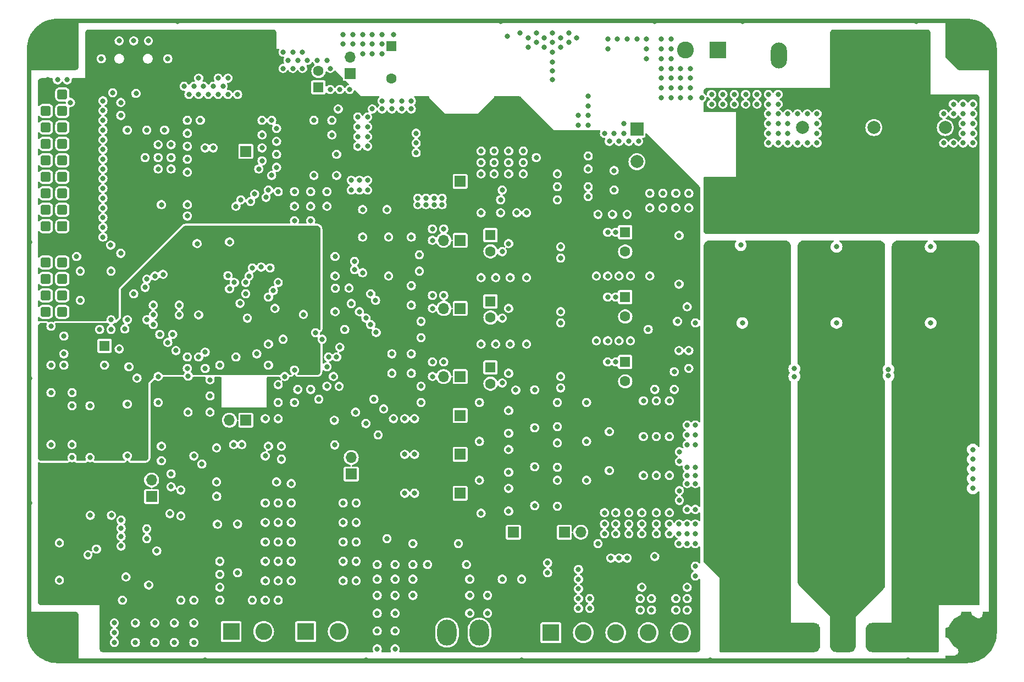
<source format=gbr>
%TF.GenerationSoftware,KiCad,Pcbnew,8.0.4*%
%TF.CreationDate,2024-09-01T17:29:21+03:00*%
%TF.ProjectId,STM32_Motor_Kit_v0.1,53544d33-325f-44d6-9f74-6f725f4b6974,rev?*%
%TF.SameCoordinates,Original*%
%TF.FileFunction,Copper,L3,Inr*%
%TF.FilePolarity,Positive*%
%FSLAX45Y45*%
G04 Gerber Fmt 4.5, Leading zero omitted, Abs format (unit mm)*
G04 Created by KiCad (PCBNEW 8.0.4) date 2024-09-01 17:29:21*
%MOMM*%
%LPD*%
G01*
G04 APERTURE LIST*
G04 Aperture macros list*
%AMRoundRect*
0 Rectangle with rounded corners*
0 $1 Rounding radius*
0 $2 $3 $4 $5 $6 $7 $8 $9 X,Y pos of 4 corners*
0 Add a 4 corners polygon primitive as box body*
4,1,4,$2,$3,$4,$5,$6,$7,$8,$9,$2,$3,0*
0 Add four circle primitives for the rounded corners*
1,1,$1+$1,$2,$3*
1,1,$1+$1,$4,$5*
1,1,$1+$1,$6,$7*
1,1,$1+$1,$8,$9*
0 Add four rect primitives between the rounded corners*
20,1,$1+$1,$2,$3,$4,$5,0*
20,1,$1+$1,$4,$5,$6,$7,0*
20,1,$1+$1,$6,$7,$8,$9,0*
20,1,$1+$1,$8,$9,$2,$3,0*%
%AMFreePoly0*
4,1,25,-0.800000,0.400000,-0.780423,0.523607,-0.723607,0.635114,-0.635114,0.723607,-0.523607,0.780423,-0.400000,0.800000,0.400000,0.800000,0.523607,0.780423,0.635114,0.723607,0.723607,0.635114,0.780423,0.523607,0.800000,0.400000,0.800000,-0.400000,0.780423,-0.523607,0.723607,-0.635114,0.635114,-0.723607,0.523607,-0.780423,0.400000,-0.800000,-0.400000,-0.800000,-0.523607,-0.780423,
-0.635114,-0.723607,-0.723607,-0.635114,-0.780423,-0.523607,-0.800000,-0.400000,-0.800000,0.400000,-0.800000,0.400000,$1*%
G04 Aperture macros list end*
%TA.AperFunction,ComponentPad*%
%ADD10R,1.700000X1.700000*%
%TD*%
%TA.AperFunction,ComponentPad*%
%ADD11O,1.700000X1.700000*%
%TD*%
%TA.AperFunction,ComponentPad*%
%ADD12R,1.600000X1.600000*%
%TD*%
%TA.AperFunction,ComponentPad*%
%ADD13C,1.600000*%
%TD*%
%TA.AperFunction,ComponentPad*%
%ADD14RoundRect,0.400000X0.400000X0.400000X-0.400000X0.400000X-0.400000X-0.400000X0.400000X-0.400000X0*%
%TD*%
%TA.AperFunction,ComponentPad*%
%ADD15C,0.800000*%
%TD*%
%TA.AperFunction,ComponentPad*%
%ADD16C,5.600000*%
%TD*%
%TA.AperFunction,ComponentPad*%
%ADD17R,2.000000X2.000000*%
%TD*%
%TA.AperFunction,ComponentPad*%
%ADD18C,2.000000*%
%TD*%
%TA.AperFunction,ComponentPad*%
%ADD19O,1.600000X1.600000*%
%TD*%
%TA.AperFunction,ComponentPad*%
%ADD20R,2.600000X2.600000*%
%TD*%
%TA.AperFunction,ComponentPad*%
%ADD21C,2.600000*%
%TD*%
%TA.AperFunction,ComponentPad*%
%ADD22O,2.500000X4.000000*%
%TD*%
%TA.AperFunction,ComponentPad*%
%ADD23FreePoly0,180.000000*%
%TD*%
%TA.AperFunction,ComponentPad*%
%ADD24O,3.000000X4.000000*%
%TD*%
%TA.AperFunction,ViaPad*%
%ADD25C,0.800000*%
%TD*%
G04 APERTURE END LIST*
D10*
%TO.N,Net-(JP13-A)*%
%TO.C,JP13*%
X10025000Y-12052500D03*
D11*
%TO.N,+5V*%
X10025000Y-11798500D03*
%TD*%
D12*
%TO.N,Net-(U9-VB)*%
%TO.C,C57*%
X14245000Y-10325000D03*
D13*
%TO.N,/Motor_Control/W_Phase_COM*%
X14245000Y-10625000D03*
%TD*%
D10*
%TO.N,+5V*%
%TO.C,JP4*%
X8402500Y-11225000D03*
D11*
%TO.N,Net-(JP4-B)*%
X8148500Y-11225000D03*
%TD*%
D12*
%TO.N,Net-(JP6-A)*%
%TO.C,C43*%
X12170000Y-8369489D03*
D13*
%TO.N,GND*%
X12170000Y-8619489D03*
%TD*%
D14*
%TO.N,/SWCLK*%
%TO.C,J2*%
X5573500Y-9555000D03*
%TO.N,/RST*%
X5319500Y-9555000D03*
%TO.N,/SWDIO*%
X5573500Y-9301000D03*
%TO.N,GND*%
X5319500Y-9301000D03*
%TO.N,Net-(J2-Pin_5)*%
X5573500Y-9047000D03*
%TO.N,GND*%
X5319500Y-9047000D03*
%TO.N,Net-(J2-Pin_7)*%
X5573500Y-8793000D03*
%TO.N,Net-(J2-Pin_8)*%
X5319500Y-8793000D03*
%TD*%
D15*
%TO.N,Chassis*%
%TO.C,H2*%
X19280000Y-5500000D03*
X19350000Y-5350000D03*
X19350000Y-5650000D03*
X19500000Y-5280000D03*
D16*
X19500000Y-5500000D03*
D15*
X19500000Y-5720000D03*
X19650000Y-5350000D03*
X19650000Y-5650000D03*
X19720000Y-5500000D03*
%TD*%
D10*
%TO.N,Net-(JP10-A)*%
%TO.C,JP10*%
X11702500Y-12350000D03*
D11*
%TO.N,+3.3V*%
X11448500Y-12350000D03*
%TD*%
D17*
%TO.N,+24V*%
%TO.C,C19*%
X14425000Y-6738232D03*
D18*
%TO.N,GND*%
X14425000Y-7238232D03*
%TD*%
D10*
%TO.N,Net-(JP6-A)*%
%TO.C,JP6*%
X11702500Y-8450000D03*
D11*
%TO.N,+15V*%
X11448500Y-8450000D03*
%TD*%
D12*
%TO.N,Net-(JP5-A)*%
%TO.C,C45*%
X12170000Y-10409489D03*
D13*
%TO.N,GND*%
X12170000Y-10659489D03*
%TD*%
D12*
%TO.N,/MCU_CAN_RX*%
%TO.C,SW1*%
X6225000Y-10075000D03*
D19*
%TO.N,+3.3V_MCU*%
X5463000Y-10075000D03*
%TD*%
D17*
%TO.N,Vbus*%
%TO.C,C58*%
X18075000Y-7211768D03*
D18*
%TO.N,GND*%
X18075000Y-6711768D03*
%TD*%
D12*
%TO.N,Net-(U7-VB)*%
%TO.C,C53*%
X14245000Y-8325000D03*
D13*
%TO.N,/Motor_Control/U_Phase_COM*%
X14245000Y-8625000D03*
%TD*%
D10*
%TO.N,Net-(JP12-A)*%
%TO.C,JP12*%
X13307500Y-12950000D03*
D11*
%TO.N,+5V*%
X13561500Y-12950000D03*
%TD*%
D17*
%TO.N,Vbus*%
%TO.C,C59*%
X19175000Y-7211768D03*
D18*
%TO.N,GND*%
X19175000Y-6711768D03*
%TD*%
D15*
%TO.N,Chassis*%
%TO.C,H4*%
X19280000Y-14500000D03*
X19350000Y-14350000D03*
X19350000Y-14650000D03*
X19500000Y-14280000D03*
D16*
X19500000Y-14500000D03*
D15*
X19500000Y-14720000D03*
X19650000Y-14350000D03*
X19650000Y-14650000D03*
X19720000Y-14500000D03*
%TD*%
D12*
%TO.N,+5V*%
%TO.C,C31*%
X10640000Y-5459735D03*
D13*
%TO.N,GND*%
X10640000Y-5959735D03*
%TD*%
D20*
%TO.N,/CanBus_Communication/CAN_L*%
%TO.C,J3*%
X8175000Y-14480500D03*
D21*
%TO.N,/CanBus_Communication/CAN_H*%
X8675000Y-14480500D03*
%TD*%
D10*
%TO.N,Net-(JP7-A)*%
%TO.C,JP7*%
X11705000Y-9500000D03*
D11*
%TO.N,+15V*%
X11451000Y-9500000D03*
%TD*%
D20*
%TO.N,GND(SHIELD)*%
%TO.C,J5*%
X13100000Y-14500000D03*
D21*
%TO.N,GND*%
X13600000Y-14500000D03*
%TO.N,Net-(J5-Pin_3)*%
X14100000Y-14500000D03*
%TO.N,Net-(J5-Pin_4)*%
X14600000Y-14500000D03*
%TO.N,Net-(J5-Pin_5)*%
X15100000Y-14500000D03*
%TD*%
D22*
%TO.N,Net-(J1-Pin_1)*%
%TO.C,F1*%
X16613000Y-5600000D03*
%TO.N,Vbus*%
X18137000Y-5600000D03*
%TD*%
D20*
%TO.N,Net-(J1-Pin_1)*%
%TO.C,J1*%
X15675000Y-5519500D03*
D21*
%TO.N,GND*%
X15175000Y-5519500D03*
%TD*%
D10*
%TO.N,Net-(JP15-A)*%
%TO.C,JP15*%
X8400000Y-7077500D03*
D11*
%TO.N,+3.3V*%
X8400000Y-6823500D03*
%TD*%
D20*
%TO.N,/Motor_Control/U_Phase_COM*%
%TO.C,J4*%
X17100000Y-14500000D03*
D21*
%TO.N,/Motor_Control/V_Phase_COM*%
X17600000Y-14500000D03*
%TO.N,/Motor_Control/W_Phase_COM*%
X18100000Y-14500000D03*
%TD*%
D12*
%TO.N,Net-(JP7-A)*%
%TO.C,C44*%
X12170000Y-9389489D03*
D13*
%TO.N,GND*%
X12170000Y-9639489D03*
%TD*%
D10*
%TO.N,Net-(JP3-A)*%
%TO.C,JP3*%
X11702500Y-7540000D03*
D11*
%TO.N,+3.3V*%
X11448500Y-7540000D03*
%TD*%
D15*
%TO.N,Chassis*%
%TO.C,H3*%
X5280000Y-14500000D03*
X5350000Y-14350000D03*
X5350000Y-14650000D03*
X5500000Y-14280000D03*
D16*
X5500000Y-14500000D03*
D15*
X5500000Y-14720000D03*
X5650000Y-14350000D03*
X5650000Y-14650000D03*
X5720000Y-14500000D03*
%TD*%
D10*
%TO.N,Net-(JP9-A)*%
%TO.C,JP9*%
X11702500Y-11750000D03*
D11*
%TO.N,+3.3V*%
X11448500Y-11750000D03*
%TD*%
D23*
%TO.N,/PC12*%
%TO.C,J6*%
X5575000Y-8233000D03*
D14*
%TO.N,/PC11*%
X5321000Y-8233000D03*
%TO.N,/PC10*%
X5575000Y-7979000D03*
%TO.N,/PC14*%
X5321000Y-7979000D03*
%TO.N,/PC15*%
X5575000Y-7725000D03*
%TO.N,/PA0*%
X5321000Y-7725000D03*
%TO.N,/PA1*%
X5575000Y-7471000D03*
%TO.N,/PA4*%
X5321000Y-7471000D03*
%TO.N,/PA5*%
X5575000Y-7217000D03*
%TO.N,/PC6*%
X5321000Y-7217000D03*
%TO.N,/PB15*%
X5575000Y-6963000D03*
%TO.N,/PB14*%
X5321000Y-6963000D03*
%TO.N,/PB13*%
X5575000Y-6709000D03*
%TO.N,/PB12*%
X5321000Y-6709000D03*
%TO.N,/PB11*%
X5575000Y-6455000D03*
%TO.N,GND*%
X5321000Y-6455000D03*
%TO.N,+5V*%
X5575000Y-6201000D03*
%TO.N,+3.3V*%
X5321000Y-6201000D03*
%TD*%
D15*
%TO.N,Chassis*%
%TO.C,H1*%
X5280000Y-5500000D03*
X5350000Y-5350000D03*
X5350000Y-5650000D03*
X5500000Y-5280000D03*
D16*
X5500000Y-5500000D03*
D15*
X5500000Y-5720000D03*
X5650000Y-5350000D03*
X5650000Y-5650000D03*
X5720000Y-5500000D03*
%TD*%
D10*
%TO.N,Net-(JP2-A)*%
%TO.C,JP2*%
X10010000Y-5877500D03*
D11*
%TO.N,+5V*%
X10010000Y-5623500D03*
%TD*%
D24*
%TO.N,+3.3V*%
%TO.C,RV1*%
X11000000Y-14500000D03*
%TO.N,Net-(D37-Pad1)*%
X11500000Y-14500000D03*
%TO.N,Net-(R88-Pad2)*%
X12000000Y-14500000D03*
%TD*%
D17*
%TO.N,Vbus*%
%TO.C,C103*%
X16980000Y-7211768D03*
D18*
%TO.N,GND*%
X16980000Y-6711768D03*
%TD*%
D10*
%TO.N,+3.3V*%
%TO.C,JP1*%
X9702500Y-8400000D03*
D11*
%TO.N,+3.3V_MCU*%
X9448500Y-8400000D03*
%TD*%
D10*
%TO.N,Net-(JP5-A)*%
%TO.C,JP5*%
X11702500Y-10550000D03*
D11*
%TO.N,+15V*%
X11448500Y-10550000D03*
%TD*%
D10*
%TO.N,Net-(JP14-A)*%
%TO.C,JP14*%
X6950000Y-12400000D03*
D11*
%TO.N,+5V*%
X6950000Y-12146000D03*
%TD*%
D20*
%TO.N,/RS485_Communication/RS485_0_P*%
%TO.C,J7*%
X9325000Y-14480500D03*
D21*
%TO.N,/RS485_Communication/RS485_0_N*%
X9825000Y-14480500D03*
%TD*%
D10*
%TO.N,Net-(JP8-A)*%
%TO.C,JP8*%
X11702500Y-11150000D03*
D11*
%TO.N,+3.3V*%
X11448500Y-11150000D03*
%TD*%
D12*
%TO.N,Net-(JP2-A)*%
%TO.C,C11*%
X9520000Y-6090511D03*
D13*
%TO.N,GND*%
X9520000Y-5840511D03*
%TD*%
D10*
%TO.N,Net-(JP11-A)*%
%TO.C,JP11*%
X12522500Y-12950000D03*
D11*
%TO.N,+3.3V*%
X12776500Y-12950000D03*
%TD*%
D12*
%TO.N,Net-(U8-VB)*%
%TO.C,C55*%
X14245000Y-9325000D03*
D13*
%TO.N,/Motor_Control/V_Phase_COM*%
X14245000Y-9625000D03*
%TD*%
D25*
%TO.N,GND*%
X9770000Y-11605000D03*
X8125000Y-8995000D03*
%TO.N,+3.3V_MCU*%
X8990000Y-9825000D03*
%TO.N,GND*%
X9288611Y-9592990D03*
X6875000Y-13050000D03*
X6875000Y-12900000D03*
%TO.N,Chassis*%
X18600000Y-14925000D03*
X15550000Y-14925000D03*
X19900000Y-13400000D03*
X19900000Y-11775000D03*
X19900000Y-10150000D03*
X19900000Y-8850000D03*
X19900000Y-7575000D03*
X19900000Y-6250000D03*
X18725000Y-5075000D03*
X16050000Y-5075000D03*
X14700000Y-5075000D03*
X12325000Y-5075000D03*
X7350000Y-5075000D03*
X5075000Y-8475000D03*
X5075000Y-10575000D03*
X5075000Y-12500000D03*
X7775000Y-14925000D03*
X10250000Y-14925000D03*
X12650000Y-14925000D03*
%TO.N,+3.3V*%
X14130000Y-10910000D03*
X7550000Y-5375000D03*
X11250000Y-11075000D03*
X11250000Y-11825000D03*
X8750000Y-5750000D03*
X11250000Y-11675000D03*
X5350000Y-5975000D03*
X8300000Y-5575000D03*
X9650000Y-6725000D03*
X9825000Y-8525000D03*
X8250000Y-5425000D03*
X7625000Y-5275000D03*
X7925000Y-5275000D03*
X11250000Y-11225000D03*
X7850000Y-5375000D03*
X8225000Y-5275000D03*
X8825000Y-5275000D03*
X9650000Y-8525000D03*
X13400000Y-13775000D03*
X8750000Y-5575000D03*
X8800000Y-5425000D03*
X7700000Y-5375000D03*
X8525000Y-5575000D03*
X5250000Y-6050000D03*
X7775000Y-5275000D03*
X11250000Y-12425000D03*
X9650000Y-8225000D03*
X8525000Y-5750000D03*
X9825000Y-8225000D03*
X7475000Y-5275000D03*
X8300000Y-5750000D03*
X14130000Y-12110000D03*
X14130000Y-11510000D03*
X9825000Y-8075000D03*
X9650000Y-8075000D03*
X11250000Y-12275000D03*
%TO.N,GND*%
X13800000Y-10000000D03*
X12025000Y-9025000D03*
X14575000Y-5500000D03*
X15200000Y-13975000D03*
X14625000Y-7950000D03*
X14800000Y-6100000D03*
X6475000Y-8650000D03*
X14725000Y-12975000D03*
X8000000Y-10375000D03*
X13975000Y-5350000D03*
X6975000Y-9600000D03*
X13675000Y-7625000D03*
X14925000Y-12075000D03*
X10439079Y-11452167D03*
X5400000Y-9775000D03*
X6555000Y-13640000D03*
X10525000Y-11050000D03*
X9200000Y-5675000D03*
X8750000Y-10375000D03*
X16750000Y-6950000D03*
X15075000Y-13125000D03*
X10250000Y-11275000D03*
X16275000Y-6350000D03*
X6700000Y-14350000D03*
X5725000Y-10800000D03*
X8950000Y-11825000D03*
X9650000Y-7700000D03*
X10575000Y-7975000D03*
X15025000Y-7950000D03*
X10800000Y-6300000D03*
X8800000Y-6600000D03*
X14300000Y-12650000D03*
X6350000Y-6175000D03*
X9650000Y-5675000D03*
X15100000Y-6100000D03*
X15325000Y-12200000D03*
X14725000Y-10925000D03*
X8975000Y-5800000D03*
X10275000Y-6550000D03*
X14300000Y-12825000D03*
X11675000Y-13125000D03*
X12425000Y-5300000D03*
X13675000Y-6375000D03*
X9350000Y-5675000D03*
X5500000Y-5975000D03*
X9989780Y-9186960D03*
X16600000Y-6800000D03*
X7050000Y-7350000D03*
X12025000Y-7250000D03*
X12250000Y-9025000D03*
X12125000Y-13925000D03*
X6537598Y-9817182D03*
X16600000Y-6650000D03*
X10125000Y-6850000D03*
X14800000Y-5350000D03*
X10100000Y-12500000D03*
X6900000Y-5375000D03*
X10975000Y-13125000D03*
X7400000Y-12300000D03*
X8000000Y-14000000D03*
X15250000Y-6100000D03*
X14725000Y-11475000D03*
X8700000Y-12800000D03*
X7511407Y-11100485D03*
X15200000Y-12825000D03*
X16275000Y-6200000D03*
X8700000Y-14000000D03*
X15200000Y-11300000D03*
X10650000Y-10500000D03*
X8312082Y-9422195D03*
X6975000Y-9450000D03*
X8900000Y-13100000D03*
X14800000Y-5950000D03*
X14525000Y-11475000D03*
X6675000Y-5375000D03*
X12450000Y-8500000D03*
X9050000Y-5675000D03*
X7725000Y-11900000D03*
X14925000Y-12975000D03*
X13200000Y-11950000D03*
X13800000Y-9000000D03*
X19450000Y-6800000D03*
X12875000Y-5250000D03*
X15200000Y-12200000D03*
X12000000Y-10950000D03*
X13925000Y-12825000D03*
X12250000Y-10050000D03*
X10200000Y-8400000D03*
X13125000Y-5250000D03*
X10125000Y-7000000D03*
X12560000Y-10760000D03*
X11850000Y-13925000D03*
X14500000Y-12975000D03*
X12450000Y-12275000D03*
X9900000Y-13700000D03*
X14650000Y-14150000D03*
X15750000Y-6350000D03*
X7400000Y-12700000D03*
X11000000Y-11200000D03*
X14800000Y-6250000D03*
X7075000Y-9900000D03*
X7600000Y-6075000D03*
X12650000Y-13675000D03*
X16450000Y-6800000D03*
X8800000Y-7450000D03*
X12675000Y-7250000D03*
X9650000Y-7925000D03*
X13675000Y-6525000D03*
X7050000Y-10550000D03*
X8875000Y-7325000D03*
X13375000Y-5400000D03*
X6575000Y-10975000D03*
X15325000Y-11450000D03*
X6905000Y-13765000D03*
X14725000Y-12825000D03*
X8950000Y-11625000D03*
X19600000Y-11675000D03*
X15200000Y-12075000D03*
X7250000Y-7350000D03*
X13250000Y-9725000D03*
X14800000Y-5500000D03*
X5700000Y-6325000D03*
X5725000Y-11600000D03*
X13200000Y-12150000D03*
X12625000Y-5250000D03*
X9275000Y-5800000D03*
X15925000Y-6200000D03*
X10650000Y-10200000D03*
X14600000Y-9825000D03*
X9925000Y-9825000D03*
X9100000Y-12800000D03*
X19600000Y-6500000D03*
X9900000Y-12500000D03*
X13975000Y-9000000D03*
X11075000Y-8925000D03*
X7100000Y-11850000D03*
X15000000Y-10475000D03*
X16750000Y-6500000D03*
X7963430Y-12827951D03*
X9650000Y-10400000D03*
X10975000Y-13925000D03*
X10090664Y-11100884D03*
X16900000Y-6500000D03*
X9900000Y-12800000D03*
X13825000Y-8050000D03*
X5400000Y-11600000D03*
X14500000Y-12650000D03*
X8900000Y-14000000D03*
X7500000Y-7400000D03*
X13675000Y-7350000D03*
X15325000Y-12075000D03*
X14800000Y-5800000D03*
X13975000Y-5500000D03*
X7500000Y-8075000D03*
X8125000Y-6200000D03*
X16100000Y-6200000D03*
X13700000Y-13975000D03*
X12225000Y-7250000D03*
X11100000Y-9700000D03*
X15325000Y-11600000D03*
X12350000Y-8625000D03*
X19600000Y-6950000D03*
X15925000Y-6350000D03*
X7050000Y-7175000D03*
X8975000Y-5550000D03*
X14725000Y-12075000D03*
X16600000Y-6500000D03*
X11200000Y-13450000D03*
X7750000Y-6075000D03*
X10100000Y-13400000D03*
X8250000Y-7925000D03*
X6600000Y-10400000D03*
X14000000Y-12000000D03*
X16750000Y-6650000D03*
X10700000Y-13450000D03*
X5650000Y-5975000D03*
X14825000Y-7725000D03*
X15200000Y-12975000D03*
X13125000Y-5400000D03*
X14950000Y-5500000D03*
X8900000Y-13700000D03*
X19150000Y-6500000D03*
X7250000Y-6975000D03*
X6325000Y-9825000D03*
X15225000Y-7950000D03*
X9525000Y-10900000D03*
X15575000Y-6350000D03*
X12225000Y-7075000D03*
X8338500Y-11600000D03*
X8900000Y-13400000D03*
X7825000Y-6200000D03*
X9150000Y-7700000D03*
X19450000Y-6650000D03*
X15200000Y-12600000D03*
X19600000Y-6800000D03*
X19300000Y-6950000D03*
X15325000Y-12600000D03*
X9838835Y-10701215D03*
X10700000Y-14750000D03*
X7675000Y-6200000D03*
X14925000Y-12825000D03*
X5795000Y-8700000D03*
X8050000Y-6075000D03*
X13050000Y-13425000D03*
X15025000Y-7725000D03*
X10100000Y-13700000D03*
X7300000Y-14650000D03*
X6575000Y-11775000D03*
X10950000Y-6300000D03*
X19600000Y-6350000D03*
X5600000Y-10375000D03*
X13250000Y-5325000D03*
X12675000Y-7075000D03*
X13200000Y-7625000D03*
X6500000Y-14000000D03*
X7500000Y-7000000D03*
X14700000Y-13325000D03*
X5400000Y-10375000D03*
X10425000Y-13675000D03*
X12725000Y-9025000D03*
X15025000Y-14150000D03*
X10100000Y-13100000D03*
X11000000Y-11750000D03*
X9900000Y-13100000D03*
X12850000Y-10755000D03*
X12875000Y-5400000D03*
X7950000Y-11650000D03*
X8000000Y-13800000D03*
X13250000Y-10550000D03*
X7525000Y-6200000D03*
X9475000Y-9875000D03*
X9775000Y-9000000D03*
X14150000Y-10000000D03*
X19600000Y-6650000D03*
X8900000Y-10675000D03*
X15075000Y-12975000D03*
X8875000Y-12175000D03*
X17050000Y-6500000D03*
X9100000Y-12200000D03*
X16450000Y-6650000D03*
X12450000Y-10500000D03*
X19600000Y-11975000D03*
X13675000Y-7150000D03*
X7325000Y-10150000D03*
X14700000Y-10750000D03*
X7850000Y-11100000D03*
X16450000Y-6500000D03*
X14950000Y-5800000D03*
X15325000Y-13625000D03*
X9400000Y-7700000D03*
X7950000Y-12175000D03*
X9150000Y-10450000D03*
X12450000Y-7250000D03*
X8000000Y-13400000D03*
X13250000Y-8725000D03*
X6710000Y-6185000D03*
X13700000Y-14125000D03*
X10409670Y-9870953D03*
X8700000Y-13100000D03*
X8650000Y-7225000D03*
X7650000Y-8500000D03*
X14500000Y-12825000D03*
X12475000Y-10050000D03*
X12000000Y-11550000D03*
X10425000Y-13925000D03*
X8250000Y-10250000D03*
X15200000Y-11600000D03*
X12450000Y-12025000D03*
X6150000Y-9825000D03*
X13000000Y-5475000D03*
X8900000Y-11200000D03*
X6225000Y-10375000D03*
X7975000Y-5950000D03*
X14525000Y-12075000D03*
X10125000Y-6700000D03*
X15000000Y-10750000D03*
X10275000Y-6700000D03*
X8900000Y-12500000D03*
X13200000Y-11325000D03*
X7000000Y-14650000D03*
X14925000Y-10925000D03*
X13675000Y-6675000D03*
X14575000Y-5650000D03*
X10975000Y-13450000D03*
X10950000Y-10500000D03*
X15750000Y-6200000D03*
X8700000Y-13400000D03*
X12450000Y-7075000D03*
X15100000Y-5950000D03*
X13000000Y-5325000D03*
X13050000Y-13575000D03*
X17200000Y-6950000D03*
X12450000Y-11425000D03*
X7250000Y-12050000D03*
X12750000Y-5475000D03*
X8650000Y-7025000D03*
X10950000Y-9150000D03*
X13125000Y-5550000D03*
X10150000Y-9550000D03*
X12725000Y-10050000D03*
X14075000Y-7675000D03*
X10700000Y-14475000D03*
X15425000Y-6250000D03*
X6700000Y-14650000D03*
X15575000Y-6200000D03*
X11850000Y-13675000D03*
X14325000Y-10000000D03*
X7500000Y-6600000D03*
X19600000Y-12275000D03*
X14150000Y-9000000D03*
X7250000Y-7175000D03*
X10200000Y-7975000D03*
X7450000Y-6075000D03*
X9650000Y-10700000D03*
X14800000Y-5650000D03*
X7500000Y-7200000D03*
X13125000Y-5700000D03*
X14925000Y-11475000D03*
X13375000Y-5250000D03*
X14275000Y-5350000D03*
X19450000Y-6950000D03*
X12450000Y-11075000D03*
X7600000Y-14650000D03*
X14100000Y-12650000D03*
X11075000Y-8675000D03*
X15325000Y-11950000D03*
X10600000Y-9000000D03*
X8875000Y-6925000D03*
X11850000Y-14200000D03*
X7675000Y-5950000D03*
X7500000Y-6800000D03*
X10675000Y-11200000D03*
X14275000Y-8050000D03*
X16450000Y-6950000D03*
X9150000Y-7925000D03*
X14475000Y-13975000D03*
X13650000Y-11550000D03*
X5400000Y-10800000D03*
X8975000Y-9975000D03*
X16900000Y-6950000D03*
X10575000Y-13050000D03*
X11100000Y-10950000D03*
X12450000Y-12625000D03*
X16450000Y-6350000D03*
X14925000Y-12650000D03*
X6975000Y-9750000D03*
X10975000Y-13675000D03*
X5600000Y-10200000D03*
X8875000Y-7125000D03*
X10950000Y-6425000D03*
X15325000Y-13475000D03*
X12750000Y-5325000D03*
X19600000Y-12125000D03*
X13200000Y-10950000D03*
X13525000Y-6675000D03*
X8650000Y-6825000D03*
X6375000Y-14500000D03*
X8700000Y-11200000D03*
X12025000Y-7425000D03*
X8500000Y-14000000D03*
X16750000Y-6800000D03*
X12325000Y-8025000D03*
X7300000Y-14350000D03*
X16100000Y-6350000D03*
X16600000Y-6950000D03*
X6450000Y-5375000D03*
X17050000Y-6950000D03*
X9150000Y-10950000D03*
X9725000Y-6600000D03*
X8900000Y-12800000D03*
X14100000Y-12825000D03*
X8600000Y-7350000D03*
X7900000Y-7025000D03*
X7850000Y-10850000D03*
X5600000Y-9925000D03*
X10650000Y-6300000D03*
X15075000Y-12825000D03*
X9125000Y-5800000D03*
X6000000Y-11000000D03*
X10425000Y-13450000D03*
X8125000Y-5950000D03*
X7100000Y-7900000D03*
X8150000Y-8475000D03*
X8275000Y-6200000D03*
X13650000Y-12150000D03*
X10350000Y-6425000D03*
X8900000Y-10950000D03*
X10275000Y-6850000D03*
X12025000Y-7075000D03*
X15250000Y-6250000D03*
X10125000Y-6550000D03*
X10275000Y-7000000D03*
X12025000Y-12658284D03*
X14950000Y-5650000D03*
X7050000Y-6975000D03*
X7775000Y-10175000D03*
X13525000Y-13825000D03*
X6475000Y-6325000D03*
X13250000Y-8550000D03*
X13525000Y-13675000D03*
X5850000Y-8925000D03*
X14650000Y-13975000D03*
X5850000Y-9375000D03*
X12350000Y-13675000D03*
X9850000Y-10100000D03*
X14625000Y-7725000D03*
X9775000Y-9550000D03*
X9400000Y-7925000D03*
X8650000Y-6600000D03*
X9400000Y-8150000D03*
X10650000Y-6425000D03*
X15200000Y-11450000D03*
X11025000Y-6800000D03*
X8775000Y-8875000D03*
X11100000Y-9950000D03*
X19450000Y-6350000D03*
X7675000Y-9600000D03*
X12025000Y-10050000D03*
X12225000Y-7425000D03*
X17200000Y-6650000D03*
X7600000Y-14350000D03*
X7953751Y-12396733D03*
X12000000Y-12150000D03*
X12450000Y-9500000D03*
X15325000Y-12975000D03*
X19300000Y-6500000D03*
X13675000Y-6225000D03*
X15325000Y-13125000D03*
X11025000Y-6950000D03*
X12450000Y-7425000D03*
X14950000Y-6100000D03*
X7700000Y-6600000D03*
X10950000Y-10200000D03*
X14125000Y-5350000D03*
X6375000Y-14650000D03*
X15200000Y-11950000D03*
X13250000Y-9550000D03*
X10425000Y-14200000D03*
X13825000Y-13125000D03*
X14950000Y-6250000D03*
X12025000Y-8025000D03*
X14325000Y-9000000D03*
X13200000Y-11575000D03*
X7275000Y-9900000D03*
X14525000Y-10925000D03*
X9780178Y-9188268D03*
X12575000Y-8025000D03*
X13525000Y-14125000D03*
X9150000Y-8150000D03*
X12725000Y-8025000D03*
X8275000Y-13575000D03*
X19300000Y-6350000D03*
X15025000Y-13975000D03*
X12450000Y-11675000D03*
X7200000Y-10025000D03*
X7500000Y-7900000D03*
X9125000Y-5550000D03*
X12350000Y-10650000D03*
X9765000Y-11225000D03*
X14725000Y-12650000D03*
X10850000Y-11200000D03*
X10425000Y-14475000D03*
X13250000Y-5475000D03*
X9275000Y-5550000D03*
X13525000Y-13975000D03*
X7000000Y-14350000D03*
X13125000Y-5975000D03*
X9450000Y-6600000D03*
X13200000Y-7425000D03*
X9100000Y-13700000D03*
X15225000Y-7725000D03*
X9450000Y-7450000D03*
X5725000Y-11000000D03*
X13200000Y-12550000D03*
X10375000Y-10900000D03*
X6375000Y-14350000D03*
X19150000Y-6950000D03*
X7200000Y-5650000D03*
X11100000Y-10700000D03*
X12475000Y-9025000D03*
X12675000Y-7425000D03*
X8750000Y-11625000D03*
X15200000Y-14150000D03*
X6475000Y-6525000D03*
X15225000Y-10150000D03*
X7100000Y-11625000D03*
X13125000Y-5840000D03*
X15225000Y-10425000D03*
X12875000Y-7175000D03*
X10100000Y-12800000D03*
X6000000Y-11800000D03*
X6175000Y-5650000D03*
X16450000Y-6200000D03*
X14950000Y-5950000D03*
X10025000Y-9425000D03*
X6850000Y-7175000D03*
X10800000Y-6425000D03*
X7600000Y-14000000D03*
X7600000Y-11775000D03*
X13925000Y-12975000D03*
X7400000Y-14000000D03*
X15325000Y-11300000D03*
X6575000Y-6750000D03*
X14475000Y-14150000D03*
X8275000Y-12825000D03*
X7250000Y-12250000D03*
X13650000Y-10950000D03*
X13250000Y-10725000D03*
X7513063Y-10544241D03*
X7900000Y-6075000D03*
X13525000Y-6525000D03*
X8700000Y-12500000D03*
X10700000Y-13925000D03*
X17200000Y-6500000D03*
X5725000Y-11800000D03*
X13200000Y-7825000D03*
X9100000Y-13400000D03*
X8000000Y-13600000D03*
X7775000Y-7025000D03*
X13500000Y-5325000D03*
X10500000Y-6300000D03*
X9775000Y-8700000D03*
X6875000Y-6750000D03*
X14825000Y-7950000D03*
X14950000Y-5350000D03*
X14075000Y-7375000D03*
X12350000Y-9650000D03*
X11000000Y-12350000D03*
X7975000Y-6200000D03*
X6319890Y-8524191D03*
X10950000Y-9450000D03*
X10700000Y-13675000D03*
X14100000Y-12975000D03*
X17200000Y-6800000D03*
X14425000Y-5350000D03*
X15100000Y-6250000D03*
X12125000Y-14200000D03*
X6450000Y-10125000D03*
X10200000Y-8950000D03*
X15250000Y-5950000D03*
X15200000Y-13125000D03*
X14000000Y-11400000D03*
X13925000Y-12650000D03*
X16600000Y-6200000D03*
X13975000Y-10000000D03*
X14625000Y-9000000D03*
X9500000Y-5675000D03*
X8875000Y-6725000D03*
X11025000Y-7100000D03*
X10850000Y-11750000D03*
X14575000Y-5350000D03*
X7850000Y-10600000D03*
X10500000Y-6425000D03*
X19450000Y-6500000D03*
X7050000Y-10950000D03*
X11800000Y-13450000D03*
X16600000Y-6350000D03*
X13525000Y-13525000D03*
X9900000Y-13400000D03*
X15250000Y-5800000D03*
X10700000Y-14200000D03*
X15325000Y-12825000D03*
X9700000Y-5800000D03*
X15100000Y-5800000D03*
X14300000Y-12975000D03*
X10850000Y-12350000D03*
X10950000Y-8400000D03*
X9100000Y-12500000D03*
X9100000Y-13100000D03*
X6325000Y-9675000D03*
X8700000Y-13700000D03*
X12325000Y-7825000D03*
X14050000Y-8050000D03*
X13675000Y-7775000D03*
X10600000Y-8400000D03*
X19600000Y-11825000D03*
X9725000Y-6825000D03*
X10425000Y-14750000D03*
%TO.N,/RST*%
X8570033Y-10200000D03*
X6725000Y-10575000D03*
%TO.N,+5V*%
X10200000Y-5275000D03*
X10500000Y-5275000D03*
X7150000Y-6750000D03*
X14275000Y-13350000D03*
X10200000Y-5575000D03*
X10200000Y-5425000D03*
X10675000Y-5275000D03*
X10350000Y-5575000D03*
X10050000Y-5275000D03*
X9825000Y-6425000D03*
X14150000Y-13350000D03*
X14500000Y-13800000D03*
X10050000Y-5425000D03*
X10350000Y-5425000D03*
X10350000Y-5275000D03*
X9900000Y-5425000D03*
X6325000Y-8925000D03*
X14025000Y-13350000D03*
X9900000Y-5275000D03*
X10500000Y-5425000D03*
X15200000Y-13800000D03*
X10500000Y-5575000D03*
%TO.N,+3.3V_MCU*%
X9300000Y-9025000D03*
X9250000Y-8750000D03*
X9155000Y-9880000D03*
X7950000Y-9725000D03*
X9400000Y-8750000D03*
X9100000Y-8300000D03*
X9250000Y-8600000D03*
X6725000Y-11775000D03*
X7950000Y-9850000D03*
X9250000Y-8300000D03*
X9100000Y-8750000D03*
X7795000Y-9860000D03*
X9100000Y-8600000D03*
X6725000Y-10975000D03*
X9250000Y-8450000D03*
X7900000Y-8575000D03*
X9400000Y-8600000D03*
X9100000Y-8450000D03*
X8075000Y-9950000D03*
%TO.N,+24V*%
X14150000Y-6925000D03*
X14000000Y-6925000D03*
X14450000Y-6925000D03*
X10150000Y-7675000D03*
X13925000Y-6800000D03*
X10150000Y-7525000D03*
X10025000Y-7525000D03*
X10275000Y-7675000D03*
X10275000Y-7525000D03*
X10025000Y-7675000D03*
X14225000Y-6800000D03*
X14225000Y-6650000D03*
X14300000Y-6925000D03*
X14075000Y-6800000D03*
%TO.N,+15V*%
X9800000Y-7450000D03*
X11450000Y-8275000D03*
X11275000Y-10550000D03*
X11050000Y-7800000D03*
X9800000Y-7125000D03*
X11275000Y-9500000D03*
X11300000Y-7900000D03*
X11275000Y-10325000D03*
X11175000Y-7800000D03*
X11275000Y-8450000D03*
X11275000Y-9300000D03*
X11425000Y-7900000D03*
X11050000Y-7900000D03*
X11450000Y-10325000D03*
X11275000Y-8275000D03*
X11425000Y-7800000D03*
X11175000Y-7900000D03*
X11300000Y-7800000D03*
X11450000Y-9300000D03*
%TO.N,/ENC_CLK_A*%
X9675000Y-10250000D03*
X7375000Y-9450000D03*
%TO.N,/ENC_DATA_B*%
X7375000Y-9600000D03*
X9800000Y-10250000D03*
%TO.N,Net-(U9-VB)*%
X14100000Y-10325000D03*
X13975000Y-10325000D03*
%TO.N,/Motor_Control/U_Phase_COM*%
X16150000Y-8800000D03*
X16100000Y-14150000D03*
X16100000Y-13550000D03*
X16300000Y-14750000D03*
X16700000Y-14350000D03*
X16500000Y-14350000D03*
X16500000Y-14750000D03*
X16500000Y-13950000D03*
X16300000Y-13550000D03*
X16750000Y-8800000D03*
X16000000Y-9100000D03*
X15900000Y-14550000D03*
X15900000Y-14150000D03*
X16100000Y-14550000D03*
X16700000Y-14550000D03*
X16700000Y-14750000D03*
X16600000Y-8800000D03*
X15550000Y-8800000D03*
X16300000Y-13750000D03*
X16300000Y-14350000D03*
X16750000Y-8950000D03*
X15700000Y-8950000D03*
X16150000Y-9100000D03*
X16700000Y-14150000D03*
X16300000Y-14550000D03*
X15900000Y-13750000D03*
X16700000Y-13950000D03*
X15900000Y-13950000D03*
X16000000Y-8800000D03*
X16450000Y-8800000D03*
X16100000Y-13750000D03*
X15900000Y-14750000D03*
X16300000Y-14150000D03*
X15900000Y-14350000D03*
X16100000Y-13950000D03*
X15900000Y-13550000D03*
X15850000Y-8800000D03*
X15850000Y-8950000D03*
X16300000Y-13950000D03*
X16500000Y-14550000D03*
X15700000Y-8800000D03*
X16000000Y-8950000D03*
X16100000Y-14750000D03*
X16750000Y-9100000D03*
X16100000Y-14350000D03*
X16500000Y-14150000D03*
X15550000Y-8950000D03*
X16150000Y-8950000D03*
X16300000Y-8800000D03*
%TO.N,/Motor_Control/V_Phase_COM*%
X17825000Y-14000000D03*
X16950000Y-8950000D03*
X16950000Y-9100000D03*
X18150000Y-9250000D03*
X17675000Y-13850000D03*
X17550000Y-9250000D03*
X17375000Y-13850000D03*
X17675000Y-14000000D03*
X17550000Y-8950000D03*
X17400000Y-8950000D03*
X17700000Y-8800000D03*
X17975000Y-14000000D03*
X17225000Y-14000000D03*
X17575000Y-13500000D03*
X17550000Y-8800000D03*
X18150000Y-8950000D03*
X17225000Y-13850000D03*
X17250000Y-8800000D03*
X17700000Y-8950000D03*
X17525000Y-14150000D03*
X18150000Y-9100000D03*
X17550000Y-9100000D03*
X18000000Y-8800000D03*
X17975000Y-13850000D03*
X17850000Y-8800000D03*
X17375000Y-14000000D03*
X16950000Y-8800000D03*
X17825000Y-13850000D03*
X17525000Y-14000000D03*
X18150000Y-8800000D03*
X17400000Y-8800000D03*
X17575000Y-13650000D03*
X17525000Y-13850000D03*
X17100000Y-8800000D03*
X17825000Y-14150000D03*
X17250000Y-8950000D03*
X17675000Y-14150000D03*
X17100000Y-8950000D03*
X17375000Y-14150000D03*
%TO.N,Net-(JP2-A)*%
X9850000Y-6125000D03*
X10000000Y-6125000D03*
X9700000Y-6125000D03*
%TO.N,/Motor_Control/W_Phase_COM*%
X18450000Y-8950000D03*
X18700000Y-14750000D03*
X19300000Y-13550000D03*
X18600000Y-8800000D03*
X19500000Y-13550000D03*
X19100000Y-13950000D03*
X18900000Y-8800000D03*
X18700000Y-14350000D03*
X19350000Y-8800000D03*
X19300000Y-13950000D03*
X18750000Y-8800000D03*
X18700000Y-14550000D03*
X18600000Y-8950000D03*
X18450000Y-8800000D03*
X18500000Y-13950000D03*
X19300000Y-13750000D03*
X19050000Y-9100000D03*
X19200000Y-8800000D03*
X18500000Y-14750000D03*
X18900000Y-14150000D03*
X19050000Y-9400000D03*
X18900000Y-8950000D03*
X18900000Y-14550000D03*
X19100000Y-13550000D03*
X18700000Y-13950000D03*
X18500000Y-14150000D03*
X18900000Y-13750000D03*
X18500000Y-14550000D03*
X19650000Y-8800000D03*
X19050000Y-9250000D03*
X19500000Y-8800000D03*
X19650000Y-9400000D03*
X18700000Y-14150000D03*
X19050000Y-8950000D03*
X19500000Y-13950000D03*
X18900000Y-9100000D03*
X18900000Y-13950000D03*
X19500000Y-8950000D03*
X19200000Y-8950000D03*
X19650000Y-8950000D03*
X18500000Y-14350000D03*
X18900000Y-14350000D03*
X18900000Y-9400000D03*
X18900000Y-9250000D03*
X18900000Y-13550000D03*
X18750000Y-8950000D03*
X19650000Y-9250000D03*
X18900000Y-14750000D03*
X19100000Y-13750000D03*
X19650000Y-9100000D03*
X19050000Y-8800000D03*
%TO.N,Vbus*%
X19600000Y-7700000D03*
X16600000Y-8150000D03*
X19150000Y-7400000D03*
X16600000Y-7250000D03*
X17950000Y-8150000D03*
X17350000Y-7700000D03*
X16300000Y-7250000D03*
X18425000Y-5900000D03*
X17650000Y-7250000D03*
X17950000Y-7550000D03*
X17200000Y-7250000D03*
X18850000Y-7100000D03*
X18550000Y-7850000D03*
X18850000Y-7550000D03*
X17825000Y-5900000D03*
X18400000Y-7700000D03*
X17825000Y-5700000D03*
X18250000Y-8150000D03*
X17050000Y-7400000D03*
X17050000Y-7700000D03*
X18425000Y-5500000D03*
X17800000Y-7700000D03*
X18400000Y-8000000D03*
X18550000Y-7250000D03*
X16450000Y-7700000D03*
X19450000Y-8150000D03*
X18850000Y-7700000D03*
X16750000Y-7550000D03*
X17825000Y-5300000D03*
X17625000Y-5700000D03*
X18850000Y-7250000D03*
X19150000Y-8150000D03*
X16600000Y-7400000D03*
X18100000Y-7400000D03*
X18850000Y-7850000D03*
X19450000Y-7550000D03*
X18550000Y-7700000D03*
X17200000Y-7550000D03*
X16450000Y-7550000D03*
X17500000Y-7550000D03*
X17500000Y-7400000D03*
X18700000Y-7100000D03*
X16900000Y-7700000D03*
X17050000Y-7550000D03*
X18250000Y-7100000D03*
X19300000Y-7400000D03*
X17500000Y-7100000D03*
X18400000Y-7550000D03*
X18550000Y-7100000D03*
X17950000Y-7400000D03*
X19300000Y-8150000D03*
X16150000Y-7400000D03*
X18625000Y-5700000D03*
X17350000Y-7400000D03*
X17625000Y-5900000D03*
X16900000Y-7850000D03*
X18700000Y-7550000D03*
X16150000Y-7700000D03*
X16300000Y-7400000D03*
X16600000Y-7700000D03*
X18250000Y-7400000D03*
X19450000Y-7400000D03*
X19300000Y-7700000D03*
X17650000Y-8150000D03*
X19000000Y-7850000D03*
X19150000Y-7550000D03*
X17800000Y-7400000D03*
X18850000Y-7400000D03*
X16750000Y-7700000D03*
X19450000Y-7250000D03*
X19150000Y-7700000D03*
X16750000Y-7250000D03*
X19000000Y-7400000D03*
X16450000Y-7400000D03*
X18225000Y-5900000D03*
X17500000Y-7850000D03*
X19150000Y-7700000D03*
X17500000Y-7700000D03*
X16900000Y-8150000D03*
X18400000Y-7100000D03*
X18400000Y-8150000D03*
X19000000Y-7700000D03*
X17950000Y-7700000D03*
X19150000Y-7850000D03*
X16000000Y-7700000D03*
X17800000Y-7250000D03*
X17350000Y-7100000D03*
X19600000Y-7250000D03*
X19000000Y-7250000D03*
X18250000Y-7850000D03*
X16900000Y-7400000D03*
X18250000Y-8000000D03*
X19600000Y-8150000D03*
X16150000Y-8000000D03*
X17350000Y-7550000D03*
X17200000Y-7400000D03*
X17500000Y-7250000D03*
X16150000Y-8150000D03*
X16000000Y-7550000D03*
X17650000Y-7550000D03*
X17200000Y-7100000D03*
X18250000Y-7700000D03*
X18550000Y-7400000D03*
X19600000Y-7550000D03*
X17625000Y-5300000D03*
X19450000Y-7100000D03*
X17650000Y-7400000D03*
X19600000Y-7400000D03*
X17800000Y-8150000D03*
X17825000Y-5500000D03*
X17650000Y-7100000D03*
X16300000Y-7100000D03*
X18025000Y-5300000D03*
X16600000Y-7550000D03*
X19000000Y-8150000D03*
X17650000Y-8000000D03*
X18400000Y-7250000D03*
X18625000Y-5500000D03*
X18700000Y-7400000D03*
X17650000Y-7850000D03*
X19000000Y-7100000D03*
X16900000Y-8000000D03*
X16300000Y-7700000D03*
X16000000Y-7850000D03*
X19150000Y-7700000D03*
X18425000Y-5300000D03*
X19000000Y-8000000D03*
X16450000Y-7250000D03*
X18700000Y-7850000D03*
X18400000Y-7850000D03*
X16450000Y-7100000D03*
X18100000Y-7700000D03*
X18250000Y-7550000D03*
X17200000Y-7700000D03*
X18400000Y-7400000D03*
X17350000Y-7250000D03*
X18250000Y-7250000D03*
X18225000Y-5300000D03*
X17350000Y-7850000D03*
X19300000Y-7550000D03*
X16300000Y-8150000D03*
X16900000Y-7550000D03*
X15850000Y-7850000D03*
X17650000Y-7700000D03*
X17500000Y-8150000D03*
X18025000Y-5900000D03*
X16450000Y-8150000D03*
X17050000Y-7850000D03*
X16750000Y-8150000D03*
X18100000Y-7550000D03*
X17625000Y-5500000D03*
X19000000Y-7550000D03*
X19150000Y-8000000D03*
X16750000Y-7100000D03*
X19450000Y-7700000D03*
X16750000Y-7850000D03*
X16750000Y-8000000D03*
X16600000Y-7100000D03*
X17500000Y-8000000D03*
X18700000Y-7250000D03*
X16150000Y-7550000D03*
X18700000Y-7700000D03*
X16300000Y-7550000D03*
X18100000Y-8150000D03*
X17200000Y-7850000D03*
X15550000Y-7850000D03*
X17800000Y-7550000D03*
X17800000Y-7100000D03*
X18550000Y-7550000D03*
X19600000Y-7100000D03*
X18625000Y-5900000D03*
X16150000Y-7850000D03*
X16000000Y-7400000D03*
X15700000Y-7850000D03*
X18425000Y-5700000D03*
X18625000Y-5300000D03*
X16750000Y-7400000D03*
%TO.N,Net-(JP3-A)*%
X12350000Y-7675000D03*
%TO.N,Net-(JP4-B)*%
X8211500Y-11600000D03*
X8700000Y-11775000D03*
%TO.N,/MCU_CAN_RX*%
X7500000Y-10250000D03*
X7675000Y-10250000D03*
%TO.N,Net-(U7-VB)*%
X13975000Y-8325000D03*
X14100000Y-8325000D03*
%TO.N,/Motor_Control/V_Shunt_High*%
X16850000Y-10430000D03*
X15080000Y-11710000D03*
%TO.N,Net-(U8-VB)*%
X13975000Y-9325000D03*
X14100000Y-9325000D03*
%TO.N,Net-(JP8-A)*%
X12850000Y-11340500D03*
%TO.N,/Motor_Control/W_Shunt_High*%
X18300000Y-10440000D03*
X15080000Y-12310000D03*
%TO.N,Net-(JP9-A)*%
X12850000Y-11940500D03*
%TO.N,Net-(JP10-A)*%
X12850000Y-12540500D03*
%TO.N,Net-(JP14-A)*%
X7030000Y-13240000D03*
X7230000Y-12665000D03*
%TO.N,Net-(D15-Pad2)*%
X15075000Y-8375000D03*
X16025000Y-8525000D03*
%TO.N,Net-(D16-Pad2)*%
X16050000Y-9725000D03*
X15325000Y-9725000D03*
%TO.N,Net-(D19-Pad2)*%
X15075000Y-9125000D03*
X17500000Y-8550000D03*
%TO.N,Net-(D20-Pad2)*%
X15050000Y-9700000D03*
X17500000Y-9725000D03*
%TO.N,Net-(D23-Pad2)*%
X18950000Y-8550000D03*
X15200000Y-9475000D03*
%TO.N,Net-(D24-Pad2)*%
X18950000Y-9725000D03*
X15075000Y-10150000D03*
%TO.N,Net-(U15-QA)*%
X6005000Y-12690000D03*
X6330000Y-12690000D03*
%TO.N,Net-(U15-QB)*%
X6480000Y-12765000D03*
X5530000Y-13115000D03*
%TO.N,Net-(U15-QC)*%
X6100000Y-13210000D03*
X6480000Y-12890000D03*
%TO.N,Net-(U15-QD)*%
X6480000Y-13015000D03*
X5970000Y-13300000D03*
%TO.N,Net-(U15-QE)*%
X5530000Y-13690000D03*
X6480000Y-13165000D03*
%TO.N,/USART2_TX*%
X9200000Y-10750000D03*
X9400000Y-10750000D03*
%TO.N,/Motor_Control/UVW_Phase_Total*%
X15080000Y-12460000D03*
X16850000Y-10550000D03*
X18300000Y-10540000D03*
X15080000Y-11860000D03*
%TO.N,/User_Button*%
X6850000Y-9175000D03*
X6675000Y-9275000D03*
%TO.N,/MCU/PA5*%
X6200000Y-7200000D03*
X8637500Y-8862500D03*
%TO.N,/MCU/PC6*%
X6200000Y-7050000D03*
X8325000Y-7825000D03*
%TO.N,/MCU/PC12*%
X6875000Y-9050000D03*
X6200000Y-8400000D03*
%TO.N,/MCU/PB11*%
X6200000Y-6300000D03*
X8900000Y-7700000D03*
%TO.N,/MCU/PB12*%
X8750000Y-7675000D03*
X6200000Y-6450000D03*
%TO.N,/MCU/PB13*%
X6200000Y-6600000D03*
X8712500Y-7787500D03*
%TO.N,/MCU/PA1*%
X8450000Y-9000000D03*
X6200000Y-7500000D03*
%TO.N,/MCU/PB14*%
X8537500Y-7737500D03*
X6200000Y-6750000D03*
%TO.N,/MCU/PB15*%
X6200000Y-6900000D03*
X8475000Y-7850000D03*
%TO.N,/MCU/PC10*%
X6200000Y-8100000D03*
X7125000Y-8975000D03*
%TO.N,/MCU/PC11*%
X7000000Y-9000000D03*
X6200000Y-8250000D03*
%TO.N,/SN74HC_OE*%
X7500000Y-10425000D03*
X7775000Y-10425000D03*
%TO.N,/RS485_ENABLE*%
X8900000Y-9100000D03*
X9575000Y-9975000D03*
%TO.N,/MCU/PA4*%
X6200000Y-7350000D03*
X8500000Y-8875000D03*
%TO.N,/SPI_MOSI*%
X6575000Y-9675000D03*
X6875000Y-9675000D03*
%TO.N,Net-(D37-Pad1)*%
X9750000Y-10550000D03*
X9000000Y-10550000D03*
%TO.N,/MCU/PC15*%
X6200000Y-7800000D03*
X8225000Y-9100000D03*
%TO.N,/MCU/PC14*%
X6200000Y-7950000D03*
X8150000Y-9200000D03*
%TO.N,/MCU/PA0*%
X6200000Y-7650000D03*
X8400000Y-9100000D03*
%TO.N,/U_Drive_H*%
X8400000Y-9275000D03*
X10075000Y-8775000D03*
%TO.N,/V_Drive_H*%
X10400000Y-9375000D03*
X8425000Y-9650000D03*
%TO.N,/W_Drive_H*%
X10325000Y-9750000D03*
X8750000Y-10050000D03*
%TO.N,/U_Drive_L*%
X10075000Y-8900000D03*
X8825000Y-9225000D03*
%TO.N,/V_Drive_L*%
X10325000Y-9275000D03*
X8750000Y-9325000D03*
%TO.N,/W_Drive_L*%
X8850000Y-9500000D03*
X10250000Y-9650000D03*
%TD*%
%TA.AperFunction,Conductor*%
%TO.N,Chassis*%
G36*
X19500270Y-5030062D02*
G01*
X19540420Y-5031815D01*
X19541494Y-5031909D01*
X19581069Y-5037119D01*
X19582133Y-5037306D01*
X19621104Y-5045946D01*
X19622148Y-5046226D01*
X19660217Y-5058229D01*
X19661232Y-5058598D01*
X19698110Y-5073874D01*
X19699089Y-5074331D01*
X19734494Y-5092761D01*
X19735431Y-5093302D01*
X19769096Y-5114749D01*
X19769982Y-5115369D01*
X19801649Y-5139668D01*
X19802477Y-5140363D01*
X19831906Y-5167329D01*
X19832671Y-5168094D01*
X19859637Y-5197523D01*
X19860332Y-5198351D01*
X19884631Y-5230018D01*
X19885251Y-5230904D01*
X19906698Y-5264569D01*
X19907239Y-5265506D01*
X19925669Y-5300910D01*
X19926126Y-5301890D01*
X19941401Y-5338767D01*
X19941771Y-5339784D01*
X19953774Y-5377851D01*
X19954054Y-5378896D01*
X19962693Y-5417866D01*
X19962881Y-5418931D01*
X19968091Y-5458504D01*
X19968185Y-5459582D01*
X19969938Y-5499730D01*
X19969950Y-5500271D01*
X19969950Y-14499729D01*
X19969938Y-14500270D01*
X19968185Y-14540418D01*
X19968091Y-14541496D01*
X19962881Y-14581068D01*
X19962693Y-14582134D01*
X19954054Y-14621104D01*
X19953774Y-14622149D01*
X19941771Y-14660216D01*
X19941401Y-14661232D01*
X19926126Y-14698110D01*
X19925669Y-14699090D01*
X19907239Y-14734494D01*
X19906698Y-14735431D01*
X19885251Y-14769096D01*
X19884631Y-14769982D01*
X19860332Y-14801649D01*
X19859637Y-14802477D01*
X19832671Y-14831906D01*
X19831906Y-14832670D01*
X19802477Y-14859636D01*
X19801649Y-14860332D01*
X19769982Y-14884631D01*
X19769096Y-14885251D01*
X19735431Y-14906698D01*
X19734494Y-14907239D01*
X19699090Y-14925669D01*
X19698110Y-14926126D01*
X19661233Y-14941401D01*
X19660216Y-14941771D01*
X19622149Y-14953774D01*
X19621104Y-14954054D01*
X19582134Y-14962693D01*
X19581069Y-14962881D01*
X19541496Y-14968091D01*
X19540418Y-14968185D01*
X19500270Y-14969938D01*
X19499729Y-14969950D01*
X5500271Y-14969950D01*
X5499730Y-14969938D01*
X5459582Y-14968185D01*
X5458504Y-14968091D01*
X5418931Y-14962881D01*
X5417866Y-14962693D01*
X5378896Y-14954054D01*
X5377851Y-14953774D01*
X5339784Y-14941771D01*
X5338767Y-14941401D01*
X5301890Y-14926126D01*
X5300910Y-14925669D01*
X5265506Y-14907239D01*
X5264569Y-14906698D01*
X5230904Y-14885251D01*
X5230018Y-14884631D01*
X5198351Y-14860332D01*
X5197523Y-14859636D01*
X5168094Y-14832670D01*
X5167329Y-14831906D01*
X5140363Y-14802477D01*
X5139668Y-14801649D01*
X5115369Y-14769982D01*
X5114749Y-14769096D01*
X5108808Y-14759770D01*
X5093302Y-14735431D01*
X5092761Y-14734494D01*
X5091476Y-14732025D01*
X5074331Y-14699089D01*
X5073874Y-14698110D01*
X5071739Y-14692957D01*
X5058598Y-14661231D01*
X5058229Y-14660216D01*
X5057709Y-14658568D01*
X5046226Y-14622148D01*
X5045946Y-14621104D01*
X5045154Y-14617532D01*
X5037306Y-14582133D01*
X5037119Y-14581068D01*
X5031909Y-14541494D01*
X5031815Y-14540420D01*
X5030062Y-14500270D01*
X5030050Y-14499729D01*
X5030050Y-5825000D01*
X5100000Y-5825000D01*
X5100000Y-14175000D01*
X5774187Y-14175000D01*
X5775806Y-14175106D01*
X5786322Y-14176491D01*
X5789449Y-14177328D01*
X5798492Y-14181074D01*
X5801295Y-14182692D01*
X5809060Y-14188651D01*
X5811349Y-14190940D01*
X5817307Y-14198705D01*
X5818926Y-14201508D01*
X5822671Y-14210551D01*
X5823509Y-14213677D01*
X5824894Y-14224194D01*
X5825000Y-14225812D01*
X5825000Y-14900000D01*
X19124999Y-14900000D01*
X19125000Y-14900000D01*
X19175000Y-14900000D01*
X19175000Y-14857888D01*
X19176348Y-14854842D01*
X19182180Y-14850994D01*
X19186951Y-14850625D01*
X19186958Y-14850518D01*
X19187400Y-14850550D01*
X19187400Y-14850550D01*
X19187400Y-14850550D01*
X19313759Y-14850550D01*
X19321689Y-14849924D01*
X19321690Y-14849924D01*
X19321691Y-14849924D01*
X19325534Y-14849313D01*
X19333269Y-14847450D01*
X19346175Y-14841089D01*
X19351938Y-14837140D01*
X19351938Y-14837139D01*
X19351939Y-14837139D01*
X19351995Y-14837092D01*
X19352126Y-14836967D01*
X19362529Y-14827400D01*
X19369947Y-14815072D01*
X19372661Y-14808633D01*
X19372661Y-14808633D01*
X19376305Y-14794714D01*
X19375879Y-14780332D01*
X19374681Y-14773448D01*
X19370222Y-14759770D01*
X19362089Y-14747901D01*
X19360778Y-14746475D01*
X19357359Y-14742758D01*
X19357359Y-14742758D01*
X19350313Y-14737008D01*
X19346212Y-14733661D01*
X19345106Y-14732995D01*
X19343494Y-14732025D01*
X19342383Y-14731272D01*
X19319325Y-14713744D01*
X19318301Y-14712875D01*
X19317197Y-14711828D01*
X19301324Y-14696793D01*
X19297274Y-14692957D01*
X19296351Y-14691982D01*
X19289137Y-14683488D01*
X19289136Y-14683488D01*
X19277601Y-14669907D01*
X19276788Y-14668838D01*
X19260533Y-14644864D01*
X19259842Y-14643716D01*
X19246228Y-14618036D01*
X19245959Y-14617498D01*
X19245879Y-14617328D01*
X19244887Y-14615506D01*
X19244822Y-14615385D01*
X19242608Y-14611209D01*
X19242294Y-14610744D01*
X19240121Y-14606752D01*
X19240121Y-14606752D01*
X19240120Y-14606751D01*
X19236721Y-14601969D01*
X19228624Y-14593054D01*
X19216520Y-14585275D01*
X19210213Y-14582395D01*
X19210165Y-14582373D01*
X19210164Y-14582373D01*
X19196358Y-14578319D01*
X19196358Y-14578319D01*
X19187400Y-14578319D01*
X19180696Y-14576351D01*
X19176121Y-14571070D01*
X19175000Y-14565919D01*
X19175000Y-14434409D01*
X19176969Y-14427705D01*
X19182249Y-14423129D01*
X19188558Y-14422063D01*
X19190499Y-14422245D01*
X19204622Y-14419499D01*
X19204622Y-14419499D01*
X19204623Y-14419499D01*
X19211221Y-14417203D01*
X19223999Y-14410589D01*
X19223999Y-14410589D01*
X19234395Y-14400643D01*
X19234395Y-14400643D01*
X19234396Y-14400643D01*
X19238706Y-14395144D01*
X19238706Y-14395143D01*
X19242150Y-14389156D01*
X19242688Y-14388641D01*
X19244677Y-14384889D01*
X19244677Y-14384889D01*
X19245440Y-14383450D01*
X19245646Y-14383076D01*
X19245879Y-14382671D01*
X19245880Y-14382668D01*
X19246056Y-14382305D01*
X19246264Y-14381895D01*
X19259841Y-14356285D01*
X19260533Y-14355136D01*
X19276789Y-14331160D01*
X19277600Y-14330093D01*
X19296353Y-14308016D01*
X19297273Y-14307044D01*
X19318303Y-14287124D01*
X19319325Y-14286256D01*
X19332566Y-14276190D01*
X19332566Y-14276190D01*
X19336268Y-14273376D01*
X19336268Y-14273376D01*
X19342383Y-14268727D01*
X19343492Y-14267975D01*
X19351371Y-14263235D01*
X19351372Y-14263235D01*
X19368312Y-14253042D01*
X19369497Y-14252413D01*
X19378610Y-14248198D01*
X19378610Y-14248197D01*
X19386534Y-14244532D01*
X19395701Y-14239047D01*
X19399865Y-14235913D01*
X19407676Y-14228623D01*
X19415455Y-14216519D01*
X19418339Y-14210203D01*
X19418357Y-14210165D01*
X19418357Y-14210164D01*
X19418357Y-14210164D01*
X19422411Y-14196358D01*
X19422411Y-14187400D01*
X19424379Y-14180696D01*
X19429659Y-14176121D01*
X19434811Y-14175000D01*
X19564548Y-14175000D01*
X19571252Y-14176968D01*
X19575827Y-14182249D01*
X19576684Y-14186232D01*
X19576828Y-14186212D01*
X19578927Y-14201340D01*
X19578927Y-14201341D01*
X19578927Y-14201341D01*
X19578927Y-14201341D01*
X19579509Y-14203361D01*
X19580862Y-14208055D01*
X19580863Y-14208056D01*
X19586775Y-14221172D01*
X19586775Y-14221172D01*
X19596143Y-14232092D01*
X19601091Y-14236422D01*
X19601252Y-14236573D01*
X19601401Y-14236694D01*
X19613467Y-14244532D01*
X19630503Y-14252413D01*
X19631688Y-14253042D01*
X19655146Y-14267156D01*
X19664244Y-14271461D01*
X19668872Y-14273109D01*
X19678642Y-14275526D01*
X19693030Y-14275526D01*
X19699946Y-14274532D01*
X19713750Y-14270478D01*
X19725854Y-14262699D01*
X19731135Y-14258124D01*
X19740557Y-14247250D01*
X19746534Y-14234163D01*
X19748502Y-14227459D01*
X19748502Y-14227458D01*
X19750550Y-14213217D01*
X19750550Y-14187400D01*
X19752519Y-14180696D01*
X19757799Y-14176121D01*
X19762950Y-14175000D01*
X19799999Y-14175000D01*
X19800000Y-14175000D01*
X19850000Y-14175000D01*
X19850000Y-5825000D01*
X19800000Y-5825000D01*
X19799999Y-5825000D01*
X19395795Y-5825000D01*
X19394173Y-5824893D01*
X19391257Y-5824508D01*
X19383630Y-5823502D01*
X19380496Y-5822660D01*
X19371435Y-5818896D01*
X19368627Y-5817270D01*
X19360201Y-5810782D01*
X19358980Y-5809708D01*
X19190147Y-5640207D01*
X19189083Y-5638989D01*
X19182655Y-5630583D01*
X19181044Y-5627785D01*
X19177317Y-5618761D01*
X19176483Y-5615642D01*
X19175105Y-5605150D01*
X19175000Y-5603537D01*
X19175000Y-5150001D01*
X19175000Y-5150000D01*
X19175000Y-5100000D01*
X19125000Y-5100000D01*
X19124999Y-5100000D01*
X5875001Y-5100000D01*
X5875000Y-5100000D01*
X5825000Y-5100000D01*
X5825000Y-5150000D01*
X5825000Y-5150001D01*
X5825000Y-5774187D01*
X5824894Y-5775806D01*
X5823509Y-5786322D01*
X5822671Y-5789449D01*
X5818926Y-5798492D01*
X5817307Y-5801295D01*
X5811349Y-5809060D01*
X5809060Y-5811349D01*
X5801295Y-5817307D01*
X5798492Y-5818926D01*
X5789449Y-5822671D01*
X5786322Y-5823509D01*
X5776940Y-5824745D01*
X5775806Y-5824894D01*
X5774187Y-5825000D01*
X5100000Y-5825000D01*
X5030050Y-5825000D01*
X5030050Y-5500271D01*
X5030062Y-5499730D01*
X5030404Y-5491887D01*
X5031815Y-5459580D01*
X5031909Y-5458506D01*
X5037119Y-5418930D01*
X5037306Y-5417867D01*
X5045946Y-5378895D01*
X5046226Y-5377851D01*
X5058229Y-5339782D01*
X5058598Y-5338769D01*
X5073874Y-5301889D01*
X5074330Y-5300911D01*
X5092762Y-5265505D01*
X5093301Y-5264570D01*
X5114750Y-5230903D01*
X5115369Y-5230019D01*
X5139669Y-5198350D01*
X5140363Y-5197523D01*
X5167330Y-5168093D01*
X5168093Y-5167330D01*
X5197523Y-5140363D01*
X5198350Y-5139669D01*
X5230019Y-5115369D01*
X5230903Y-5114750D01*
X5264570Y-5093301D01*
X5265505Y-5092762D01*
X5300911Y-5074330D01*
X5301889Y-5073874D01*
X5338769Y-5058598D01*
X5339782Y-5058229D01*
X5377852Y-5046226D01*
X5378895Y-5045946D01*
X5417867Y-5037306D01*
X5418930Y-5037119D01*
X5458506Y-5031909D01*
X5459580Y-5031815D01*
X5499730Y-5030062D01*
X5500271Y-5030050D01*
X5504760Y-5030050D01*
X19495241Y-5030050D01*
X19499729Y-5030050D01*
X19500270Y-5030062D01*
G37*
%TD.AperFunction*%
%TD*%
%TA.AperFunction,Conductor*%
%TO.N,/Motor_Control/U_Phase_COM*%
G36*
X15950209Y-8451969D02*
G01*
X15954785Y-8457249D01*
X15955779Y-8464165D01*
X15952876Y-8470520D01*
X15952720Y-8470697D01*
X15951747Y-8471779D01*
X15942282Y-8488172D01*
X15942282Y-8488172D01*
X15936433Y-8506174D01*
X15936433Y-8506174D01*
X15934454Y-8525000D01*
X15936433Y-8543826D01*
X15936433Y-8543826D01*
X15942282Y-8561828D01*
X15942282Y-8561828D01*
X15951747Y-8578222D01*
X15964413Y-8592289D01*
X15979726Y-8603415D01*
X15979727Y-8603415D01*
X15997019Y-8611114D01*
X15997020Y-8611114D01*
X16015535Y-8615050D01*
X16015535Y-8615050D01*
X16034464Y-8615050D01*
X16034465Y-8615050D01*
X16052980Y-8611114D01*
X16070273Y-8603415D01*
X16085587Y-8592289D01*
X16098253Y-8578222D01*
X16107718Y-8561828D01*
X16113567Y-8543826D01*
X16115546Y-8525000D01*
X16113567Y-8506174D01*
X16107718Y-8488172D01*
X16098253Y-8471778D01*
X16097280Y-8470697D01*
X16094257Y-8464398D01*
X16095119Y-8457464D01*
X16099593Y-8452098D01*
X16106259Y-8450002D01*
X16106495Y-8450000D01*
X16699391Y-8450000D01*
X16700606Y-8450060D01*
X16718294Y-8451802D01*
X16720677Y-8452276D01*
X16737100Y-8457258D01*
X16739345Y-8458188D01*
X16754480Y-8466277D01*
X16756501Y-8467628D01*
X16768768Y-8477695D01*
X16769767Y-8478515D01*
X16771485Y-8480233D01*
X16782372Y-8493499D01*
X16783723Y-8495520D01*
X16791812Y-8510654D01*
X16792742Y-8512900D01*
X16797724Y-8529322D01*
X16798198Y-8531707D01*
X16799940Y-8549394D01*
X16800000Y-8550609D01*
X16800000Y-10348701D01*
X16798032Y-10355405D01*
X16794889Y-10358733D01*
X16789413Y-10362711D01*
X16789412Y-10362712D01*
X16776747Y-10376779D01*
X16767282Y-10393172D01*
X16767282Y-10393172D01*
X16761433Y-10411174D01*
X16761433Y-10411174D01*
X16759454Y-10430000D01*
X16761433Y-10448826D01*
X16761433Y-10448826D01*
X16767282Y-10466828D01*
X16767282Y-10466828D01*
X16777072Y-10483784D01*
X16776815Y-10483933D01*
X16778725Y-10489310D01*
X16777133Y-10496113D01*
X16777068Y-10496214D01*
X16777072Y-10496216D01*
X16767282Y-10513172D01*
X16767282Y-10513172D01*
X16761433Y-10531174D01*
X16761433Y-10531174D01*
X16759454Y-10550000D01*
X16761433Y-10568826D01*
X16761433Y-10568826D01*
X16767282Y-10586828D01*
X16767282Y-10586828D01*
X16776747Y-10603222D01*
X16789413Y-10617289D01*
X16794889Y-10621267D01*
X16799155Y-10626800D01*
X16800000Y-10631299D01*
X16800000Y-14350000D01*
X17149391Y-14350000D01*
X17150606Y-14350060D01*
X17168294Y-14351802D01*
X17170677Y-14352276D01*
X17187100Y-14357258D01*
X17189345Y-14358188D01*
X17204480Y-14366277D01*
X17206501Y-14367628D01*
X17219767Y-14378514D01*
X17221485Y-14380233D01*
X17232372Y-14393499D01*
X17233723Y-14395520D01*
X17241812Y-14410654D01*
X17242742Y-14412900D01*
X17247724Y-14429322D01*
X17248198Y-14431706D01*
X17249940Y-14449394D01*
X17250000Y-14450609D01*
X17250000Y-14699391D01*
X17249940Y-14700606D01*
X17248198Y-14718293D01*
X17247724Y-14720677D01*
X17242742Y-14737100D01*
X17241812Y-14739346D01*
X17233723Y-14754480D01*
X17232372Y-14756501D01*
X17221485Y-14769767D01*
X17219767Y-14771485D01*
X17206501Y-14782372D01*
X17204480Y-14783723D01*
X17189346Y-14791812D01*
X17187100Y-14792742D01*
X17170678Y-14797724D01*
X17168293Y-14798198D01*
X17150606Y-14799940D01*
X17149391Y-14800000D01*
X15712400Y-14800000D01*
X15705696Y-14798031D01*
X15701121Y-14792751D01*
X15700000Y-14787600D01*
X15700000Y-13650000D01*
X15453632Y-13403632D01*
X15450283Y-13397500D01*
X15450000Y-13394864D01*
X15450000Y-9725000D01*
X15959454Y-9725000D01*
X15961433Y-9743826D01*
X15961433Y-9743826D01*
X15967282Y-9761828D01*
X15967282Y-9761828D01*
X15976747Y-9778222D01*
X15989413Y-9792289D01*
X16004726Y-9803415D01*
X16004727Y-9803415D01*
X16022019Y-9811114D01*
X16022020Y-9811114D01*
X16040535Y-9815050D01*
X16040535Y-9815050D01*
X16059464Y-9815050D01*
X16059465Y-9815050D01*
X16077980Y-9811114D01*
X16095273Y-9803415D01*
X16110587Y-9792289D01*
X16123253Y-9778222D01*
X16132718Y-9761828D01*
X16138567Y-9743826D01*
X16140546Y-9725000D01*
X16138567Y-9706174D01*
X16132718Y-9688172D01*
X16123253Y-9671778D01*
X16110587Y-9657711D01*
X16110587Y-9657711D01*
X16095273Y-9646585D01*
X16095273Y-9646585D01*
X16077981Y-9638886D01*
X16077980Y-9638886D01*
X16063400Y-9635787D01*
X16059465Y-9634950D01*
X16040535Y-9634950D01*
X16037290Y-9635640D01*
X16022020Y-9638886D01*
X16022019Y-9638886D01*
X16004727Y-9646585D01*
X16004726Y-9646585D01*
X15989413Y-9657711D01*
X15976747Y-9671779D01*
X15967282Y-9688172D01*
X15967282Y-9688172D01*
X15961433Y-9706174D01*
X15961433Y-9706174D01*
X15959454Y-9725000D01*
X15450000Y-9725000D01*
X15450000Y-8550609D01*
X15450060Y-8549394D01*
X15450608Y-8543826D01*
X15451802Y-8531706D01*
X15452276Y-8529323D01*
X15457258Y-8512899D01*
X15458187Y-8510655D01*
X15466277Y-8495520D01*
X15467627Y-8493500D01*
X15478515Y-8480233D01*
X15480233Y-8478515D01*
X15493499Y-8467627D01*
X15495519Y-8466278D01*
X15510655Y-8458188D01*
X15512899Y-8457258D01*
X15529323Y-8452276D01*
X15531706Y-8451802D01*
X15549394Y-8450060D01*
X15550609Y-8450000D01*
X15943505Y-8450000D01*
X15950209Y-8451969D01*
G37*
%TD.AperFunction*%
%TD*%
%TA.AperFunction,Conductor*%
%TO.N,+3.3V_MCU*%
G36*
X9500806Y-8225106D02*
G01*
X9511322Y-8226491D01*
X9514449Y-8227328D01*
X9523492Y-8231074D01*
X9526295Y-8232692D01*
X9534060Y-8238651D01*
X9536349Y-8240940D01*
X9542307Y-8248705D01*
X9543926Y-8251508D01*
X9547672Y-8260551D01*
X9548509Y-8263677D01*
X9549894Y-8274194D01*
X9550000Y-8275812D01*
X9550000Y-9820550D01*
X9548032Y-9827254D01*
X9542751Y-9831829D01*
X9535835Y-9832824D01*
X9529480Y-9829921D01*
X9528385Y-9828707D01*
X9528316Y-9828769D01*
X9527819Y-9828207D01*
X9515085Y-9816926D01*
X9500023Y-9809021D01*
X9483506Y-9804950D01*
X9466494Y-9804950D01*
X9449977Y-9809021D01*
X9434915Y-9816926D01*
X9422182Y-9828207D01*
X9412518Y-9842207D01*
X9406486Y-9858113D01*
X9406486Y-9858113D01*
X9404436Y-9875000D01*
X9406486Y-9891887D01*
X9406486Y-9891887D01*
X9412518Y-9907793D01*
X9413366Y-9909021D01*
X9422182Y-9921793D01*
X9429422Y-9928207D01*
X9434915Y-9933074D01*
X9449977Y-9940979D01*
X9449978Y-9940979D01*
X9466494Y-9945050D01*
X9483505Y-9945050D01*
X9483506Y-9945050D01*
X9491484Y-9943083D01*
X9498464Y-9943390D01*
X9504171Y-9947422D01*
X9506791Y-9953899D01*
X9506544Y-9957364D01*
X9506576Y-9957368D01*
X9506496Y-9958032D01*
X9506492Y-9958089D01*
X9506486Y-9958112D01*
X9504436Y-9975000D01*
X9506486Y-9991887D01*
X9506486Y-9991887D01*
X9512518Y-10007793D01*
X9518748Y-10016818D01*
X9522182Y-10021793D01*
X9534915Y-10033073D01*
X9543363Y-10037507D01*
X9548384Y-10042366D01*
X9550000Y-10048487D01*
X9550000Y-10474187D01*
X9549894Y-10475806D01*
X9548509Y-10486322D01*
X9547672Y-10489449D01*
X9543926Y-10498492D01*
X9542307Y-10501295D01*
X9536349Y-10509060D01*
X9534060Y-10511349D01*
X9526295Y-10517307D01*
X9523492Y-10518926D01*
X9514449Y-10522672D01*
X9511322Y-10523509D01*
X9501940Y-10524745D01*
X9500806Y-10524894D01*
X9499187Y-10525000D01*
X9203675Y-10525000D01*
X9196971Y-10523032D01*
X9192396Y-10517751D01*
X9191401Y-10510835D01*
X9194304Y-10504480D01*
X9195452Y-10503319D01*
X9202818Y-10496793D01*
X9212482Y-10482793D01*
X9218514Y-10466887D01*
X9220565Y-10450000D01*
X9218514Y-10433113D01*
X9212482Y-10417207D01*
X9212261Y-10416887D01*
X9206205Y-10408113D01*
X9202818Y-10403207D01*
X9190085Y-10391927D01*
X9190085Y-10391926D01*
X9175023Y-10384021D01*
X9158506Y-10379950D01*
X9141494Y-10379950D01*
X9124977Y-10384021D01*
X9109915Y-10391926D01*
X9097182Y-10403207D01*
X9087518Y-10417207D01*
X9081486Y-10433113D01*
X9081486Y-10433113D01*
X9079436Y-10450000D01*
X9081486Y-10466887D01*
X9081486Y-10466887D01*
X9087518Y-10482793D01*
X9090659Y-10487344D01*
X9097182Y-10496793D01*
X9104548Y-10503319D01*
X9108260Y-10509237D01*
X9108184Y-10516224D01*
X9104342Y-10522060D01*
X9097955Y-10524892D01*
X9096325Y-10525000D01*
X9073996Y-10525000D01*
X9067293Y-10523032D01*
X9062717Y-10517751D01*
X9062521Y-10517282D01*
X9062482Y-10517207D01*
X9058506Y-10511448D01*
X9052818Y-10503207D01*
X9040085Y-10491927D01*
X9040085Y-10491926D01*
X9025023Y-10484021D01*
X9008506Y-10479950D01*
X8991494Y-10479950D01*
X8974977Y-10484021D01*
X8959915Y-10491926D01*
X8947182Y-10503207D01*
X8937518Y-10517207D01*
X8937170Y-10517871D01*
X8937003Y-10517783D01*
X8933379Y-10522568D01*
X8926820Y-10524973D01*
X8926004Y-10525000D01*
X7589244Y-10525000D01*
X7582540Y-10523032D01*
X7577965Y-10517751D01*
X7577650Y-10516997D01*
X7575546Y-10511448D01*
X7575545Y-10511448D01*
X7573897Y-10509060D01*
X7565882Y-10497448D01*
X7555009Y-10487816D01*
X7551297Y-10481897D01*
X7551373Y-10474910D01*
X7553027Y-10471491D01*
X7562482Y-10457793D01*
X7568514Y-10441887D01*
X7570564Y-10425000D01*
X7704435Y-10425000D01*
X7706486Y-10441887D01*
X7706486Y-10441887D01*
X7712518Y-10457793D01*
X7718169Y-10465979D01*
X7722182Y-10471793D01*
X7726712Y-10475806D01*
X7734915Y-10483074D01*
X7749977Y-10490979D01*
X7749977Y-10490979D01*
X7766494Y-10495050D01*
X7783506Y-10495050D01*
X7800022Y-10490979D01*
X7809190Y-10486167D01*
X7815085Y-10483074D01*
X7815085Y-10483073D01*
X7815085Y-10483073D01*
X7827818Y-10471793D01*
X7837482Y-10457793D01*
X7843514Y-10441887D01*
X7845564Y-10425000D01*
X7843514Y-10408113D01*
X7837482Y-10392207D01*
X7837288Y-10391926D01*
X7834048Y-10387232D01*
X7827818Y-10378207D01*
X7824198Y-10375000D01*
X7929435Y-10375000D01*
X7931486Y-10391887D01*
X7931486Y-10391887D01*
X7937518Y-10407793D01*
X7943747Y-10416818D01*
X7947182Y-10421793D01*
X7957750Y-10431156D01*
X7959915Y-10433074D01*
X7974977Y-10440979D01*
X7974977Y-10440979D01*
X7991494Y-10445050D01*
X8008506Y-10445050D01*
X8025022Y-10440979D01*
X8032969Y-10436808D01*
X8040085Y-10433074D01*
X8040085Y-10433073D01*
X8040085Y-10433073D01*
X8052818Y-10421793D01*
X8062482Y-10407793D01*
X8068514Y-10391887D01*
X8070564Y-10375000D01*
X8679436Y-10375000D01*
X8681486Y-10391887D01*
X8681486Y-10391887D01*
X8687518Y-10407793D01*
X8693748Y-10416818D01*
X8697182Y-10421793D01*
X8707751Y-10431156D01*
X8709915Y-10433074D01*
X8724977Y-10440979D01*
X8724978Y-10440979D01*
X8741494Y-10445050D01*
X8758506Y-10445050D01*
X8775023Y-10440979D01*
X8782969Y-10436808D01*
X8790085Y-10433074D01*
X8790085Y-10433073D01*
X8790085Y-10433073D01*
X8802818Y-10421793D01*
X8812482Y-10407793D01*
X8818514Y-10391887D01*
X8820565Y-10375000D01*
X8818514Y-10358113D01*
X8812482Y-10342207D01*
X8812288Y-10341926D01*
X8809048Y-10337232D01*
X8802818Y-10328207D01*
X8790085Y-10316927D01*
X8790085Y-10316926D01*
X8775023Y-10309021D01*
X8758506Y-10304950D01*
X8741494Y-10304950D01*
X8724977Y-10309021D01*
X8709915Y-10316926D01*
X8697182Y-10328207D01*
X8687518Y-10342207D01*
X8681486Y-10358113D01*
X8681486Y-10358113D01*
X8679436Y-10375000D01*
X8070564Y-10375000D01*
X8068514Y-10358113D01*
X8062482Y-10342207D01*
X8062288Y-10341926D01*
X8059048Y-10337232D01*
X8052818Y-10328207D01*
X8040085Y-10316927D01*
X8040085Y-10316926D01*
X8025023Y-10309021D01*
X8008506Y-10304950D01*
X7991494Y-10304950D01*
X7974977Y-10309021D01*
X7959915Y-10316926D01*
X7947182Y-10328207D01*
X7937518Y-10342207D01*
X7931486Y-10358113D01*
X7931486Y-10358113D01*
X7929435Y-10375000D01*
X7824198Y-10375000D01*
X7815085Y-10366927D01*
X7815085Y-10366926D01*
X7800023Y-10359021D01*
X7783506Y-10354950D01*
X7766494Y-10354950D01*
X7749977Y-10359021D01*
X7734915Y-10366926D01*
X7722182Y-10378207D01*
X7712518Y-10392207D01*
X7706486Y-10408113D01*
X7706486Y-10408113D01*
X7704435Y-10425000D01*
X7570564Y-10425000D01*
X7568514Y-10408113D01*
X7562482Y-10392207D01*
X7562288Y-10391926D01*
X7559048Y-10387232D01*
X7552818Y-10378207D01*
X7540085Y-10366927D01*
X7540085Y-10366926D01*
X7525023Y-10359021D01*
X7508506Y-10354950D01*
X7491494Y-10354950D01*
X7474977Y-10359021D01*
X7459915Y-10366926D01*
X7447182Y-10378207D01*
X7437518Y-10392207D01*
X7431486Y-10408113D01*
X7431486Y-10408113D01*
X7429435Y-10425000D01*
X7431486Y-10441887D01*
X7431486Y-10441887D01*
X7437518Y-10457793D01*
X7443169Y-10465979D01*
X7447182Y-10471793D01*
X7458054Y-10481425D01*
X7461767Y-10487344D01*
X7461690Y-10494330D01*
X7460036Y-10497750D01*
X7450582Y-10511448D01*
X7450581Y-10511448D01*
X7448477Y-10516997D01*
X7444259Y-10522567D01*
X7437700Y-10524973D01*
X7436883Y-10525000D01*
X7123996Y-10525000D01*
X7117292Y-10523032D01*
X7112717Y-10517751D01*
X7112521Y-10517282D01*
X7112482Y-10517207D01*
X7108506Y-10511448D01*
X7102818Y-10503207D01*
X7090085Y-10491927D01*
X7090085Y-10491926D01*
X7075023Y-10484021D01*
X7058506Y-10479950D01*
X7041494Y-10479950D01*
X7024977Y-10484021D01*
X7009915Y-10491926D01*
X6997182Y-10503207D01*
X6987518Y-10517207D01*
X6981486Y-10533113D01*
X6981486Y-10533113D01*
X6979435Y-10550000D01*
X6980934Y-10562344D01*
X6979788Y-10569237D01*
X6977393Y-10572607D01*
X6914645Y-10635355D01*
X6914644Y-10635355D01*
X6914644Y-10635356D01*
X6900000Y-10650000D01*
X6900000Y-10670711D01*
X6900000Y-10670711D01*
X6900000Y-11799187D01*
X6899894Y-11800806D01*
X6898509Y-11811322D01*
X6897671Y-11814449D01*
X6893926Y-11823492D01*
X6892307Y-11826295D01*
X6886349Y-11834060D01*
X6884060Y-11836349D01*
X6876295Y-11842307D01*
X6873492Y-11843926D01*
X6864449Y-11847671D01*
X6861322Y-11848509D01*
X6851940Y-11849745D01*
X6850806Y-11849894D01*
X6849187Y-11850000D01*
X6628675Y-11850000D01*
X6621971Y-11848031D01*
X6617396Y-11842751D01*
X6616401Y-11835835D01*
X6619304Y-11829480D01*
X6620452Y-11828319D01*
X6627818Y-11821793D01*
X6637482Y-11807793D01*
X6643514Y-11791887D01*
X6645564Y-11775000D01*
X6643514Y-11758113D01*
X6637482Y-11742207D01*
X6637288Y-11741926D01*
X6634048Y-11737232D01*
X6627818Y-11728207D01*
X6615085Y-11716927D01*
X6615085Y-11716926D01*
X6600023Y-11709021D01*
X6583506Y-11704950D01*
X6566494Y-11704950D01*
X6549977Y-11709021D01*
X6534915Y-11716926D01*
X6522182Y-11728207D01*
X6512518Y-11742207D01*
X6506486Y-11758112D01*
X6506486Y-11758113D01*
X6504435Y-11775000D01*
X6506486Y-11791887D01*
X6506486Y-11791887D01*
X6512518Y-11807793D01*
X6517113Y-11814449D01*
X6522182Y-11821793D01*
X6529548Y-11828319D01*
X6533260Y-11834237D01*
X6533183Y-11841224D01*
X6529342Y-11847060D01*
X6522955Y-11849892D01*
X6521325Y-11850000D01*
X6073920Y-11850000D01*
X6067217Y-11848031D01*
X6062641Y-11842751D01*
X6061647Y-11835835D01*
X6062326Y-11833203D01*
X6063738Y-11829480D01*
X6068514Y-11816887D01*
X6070564Y-11800000D01*
X6068514Y-11783113D01*
X6062482Y-11767207D01*
X6052818Y-11753207D01*
X6040085Y-11741927D01*
X6040085Y-11741926D01*
X6025023Y-11734021D01*
X6008506Y-11729950D01*
X5991494Y-11729950D01*
X5974977Y-11734021D01*
X5959915Y-11741926D01*
X5947182Y-11753207D01*
X5937518Y-11767207D01*
X5931486Y-11783112D01*
X5931486Y-11783113D01*
X5929435Y-11800000D01*
X5931486Y-11816887D01*
X5931486Y-11816887D01*
X5934563Y-11825000D01*
X5936262Y-11829480D01*
X5937674Y-11833203D01*
X5938210Y-11840169D01*
X5934896Y-11846320D01*
X5928782Y-11849702D01*
X5926079Y-11850000D01*
X5798920Y-11850000D01*
X5792217Y-11848031D01*
X5787641Y-11842751D01*
X5786647Y-11835835D01*
X5787326Y-11833203D01*
X5788738Y-11829480D01*
X5793514Y-11816887D01*
X5795564Y-11800000D01*
X5793514Y-11783113D01*
X5787482Y-11767207D01*
X5777818Y-11753207D01*
X5765085Y-11741927D01*
X5765085Y-11741926D01*
X5750023Y-11734021D01*
X5733506Y-11729950D01*
X5716494Y-11729950D01*
X5699977Y-11734021D01*
X5684915Y-11741926D01*
X5672182Y-11753207D01*
X5662518Y-11767207D01*
X5656486Y-11783112D01*
X5656486Y-11783113D01*
X5654435Y-11800000D01*
X5656486Y-11816887D01*
X5656486Y-11816887D01*
X5659563Y-11825000D01*
X5661262Y-11829480D01*
X5662674Y-11833203D01*
X5663210Y-11840169D01*
X5659896Y-11846320D01*
X5653782Y-11849702D01*
X5651079Y-11850000D01*
X5250813Y-11850000D01*
X5249194Y-11849894D01*
X5247892Y-11849722D01*
X5238678Y-11848509D01*
X5235551Y-11847671D01*
X5226508Y-11843926D01*
X5223705Y-11842307D01*
X5215940Y-11836349D01*
X5213651Y-11834060D01*
X5212993Y-11833203D01*
X5207693Y-11826295D01*
X5206074Y-11823492D01*
X5202328Y-11814449D01*
X5201491Y-11811322D01*
X5200106Y-11800806D01*
X5200000Y-11799187D01*
X5200000Y-11600000D01*
X5329436Y-11600000D01*
X5331486Y-11616887D01*
X5331486Y-11616887D01*
X5337518Y-11632793D01*
X5337739Y-11633113D01*
X5347182Y-11646793D01*
X5357751Y-11656156D01*
X5359915Y-11658074D01*
X5374977Y-11665979D01*
X5374978Y-11665979D01*
X5391494Y-11670050D01*
X5408506Y-11670050D01*
X5425023Y-11665979D01*
X5432969Y-11661808D01*
X5440085Y-11658074D01*
X5440085Y-11658073D01*
X5440085Y-11658073D01*
X5452818Y-11646793D01*
X5462482Y-11632793D01*
X5468514Y-11616887D01*
X5470565Y-11600000D01*
X5654435Y-11600000D01*
X5656486Y-11616887D01*
X5656486Y-11616887D01*
X5662518Y-11632793D01*
X5662739Y-11633113D01*
X5672182Y-11646793D01*
X5682750Y-11656156D01*
X5684915Y-11658074D01*
X5699977Y-11665979D01*
X5699977Y-11665979D01*
X5716494Y-11670050D01*
X5733506Y-11670050D01*
X5750022Y-11665979D01*
X5757969Y-11661808D01*
X5765085Y-11658074D01*
X5765085Y-11658073D01*
X5765085Y-11658073D01*
X5777818Y-11646793D01*
X5787482Y-11632793D01*
X5793514Y-11616887D01*
X5795564Y-11600000D01*
X5793514Y-11583113D01*
X5787482Y-11567207D01*
X5777818Y-11553207D01*
X5765085Y-11541927D01*
X5765085Y-11541926D01*
X5750023Y-11534021D01*
X5733506Y-11529950D01*
X5716494Y-11529950D01*
X5699977Y-11534021D01*
X5684915Y-11541926D01*
X5672182Y-11553207D01*
X5662518Y-11567207D01*
X5656486Y-11583112D01*
X5656486Y-11583113D01*
X5654435Y-11600000D01*
X5470565Y-11600000D01*
X5468514Y-11583113D01*
X5462482Y-11567207D01*
X5452818Y-11553207D01*
X5440085Y-11541927D01*
X5440085Y-11541926D01*
X5425023Y-11534021D01*
X5408506Y-11529950D01*
X5391494Y-11529950D01*
X5374977Y-11534021D01*
X5359915Y-11541926D01*
X5347182Y-11553207D01*
X5337518Y-11567207D01*
X5331486Y-11583112D01*
X5331486Y-11583113D01*
X5329436Y-11600000D01*
X5200000Y-11600000D01*
X5200000Y-11000000D01*
X5654435Y-11000000D01*
X5656486Y-11016887D01*
X5656486Y-11016887D01*
X5662518Y-11032793D01*
X5663366Y-11034021D01*
X5672182Y-11046793D01*
X5679422Y-11053207D01*
X5684915Y-11058074D01*
X5699977Y-11065979D01*
X5699977Y-11065979D01*
X5716494Y-11070050D01*
X5733506Y-11070050D01*
X5750022Y-11065979D01*
X5757969Y-11061808D01*
X5765085Y-11058074D01*
X5765085Y-11058073D01*
X5765085Y-11058073D01*
X5777818Y-11046793D01*
X5787482Y-11032793D01*
X5793514Y-11016887D01*
X5795564Y-11000000D01*
X5929435Y-11000000D01*
X5931486Y-11016887D01*
X5931486Y-11016887D01*
X5937518Y-11032793D01*
X5938366Y-11034021D01*
X5947182Y-11046793D01*
X5954422Y-11053207D01*
X5959915Y-11058074D01*
X5974977Y-11065979D01*
X5974977Y-11065979D01*
X5991494Y-11070050D01*
X6008506Y-11070050D01*
X6025022Y-11065979D01*
X6032969Y-11061808D01*
X6040085Y-11058074D01*
X6040085Y-11058073D01*
X6040085Y-11058073D01*
X6052818Y-11046793D01*
X6062482Y-11032793D01*
X6068514Y-11016887D01*
X6070564Y-11000000D01*
X6068514Y-10983113D01*
X6065437Y-10975000D01*
X6504435Y-10975000D01*
X6506486Y-10991887D01*
X6506486Y-10991887D01*
X6512518Y-11007793D01*
X6512712Y-11008073D01*
X6522182Y-11021793D01*
X6531389Y-11029950D01*
X6534915Y-11033074D01*
X6549977Y-11040979D01*
X6549977Y-11040979D01*
X6566494Y-11045050D01*
X6583506Y-11045050D01*
X6600022Y-11040979D01*
X6607969Y-11036808D01*
X6615085Y-11033074D01*
X6615085Y-11033073D01*
X6615085Y-11033073D01*
X6627818Y-11021793D01*
X6637482Y-11007793D01*
X6643514Y-10991887D01*
X6645564Y-10975000D01*
X6643514Y-10958113D01*
X6637482Y-10942207D01*
X6637288Y-10941926D01*
X6634048Y-10937232D01*
X6627818Y-10928207D01*
X6615085Y-10916927D01*
X6615085Y-10916926D01*
X6600023Y-10909021D01*
X6583506Y-10904950D01*
X6566494Y-10904950D01*
X6549977Y-10909021D01*
X6534915Y-10916926D01*
X6522182Y-10928207D01*
X6512518Y-10942207D01*
X6506486Y-10958113D01*
X6506486Y-10958113D01*
X6504435Y-10975000D01*
X6065437Y-10975000D01*
X6062482Y-10967207D01*
X6052818Y-10953207D01*
X6040085Y-10941927D01*
X6040085Y-10941926D01*
X6025023Y-10934021D01*
X6008506Y-10929950D01*
X5991494Y-10929950D01*
X5974977Y-10934021D01*
X5959915Y-10941926D01*
X5947182Y-10953207D01*
X5937518Y-10967207D01*
X5931486Y-10983113D01*
X5931486Y-10983113D01*
X5929435Y-11000000D01*
X5795564Y-11000000D01*
X5793514Y-10983113D01*
X5787482Y-10967207D01*
X5777818Y-10953207D01*
X5765085Y-10941927D01*
X5765085Y-10941926D01*
X5750023Y-10934021D01*
X5733506Y-10929950D01*
X5716494Y-10929950D01*
X5699977Y-10934021D01*
X5684915Y-10941926D01*
X5672182Y-10953207D01*
X5662518Y-10967207D01*
X5656486Y-10983113D01*
X5656486Y-10983113D01*
X5654435Y-11000000D01*
X5200000Y-11000000D01*
X5200000Y-10800000D01*
X5329436Y-10800000D01*
X5331486Y-10816887D01*
X5331486Y-10816887D01*
X5337518Y-10832793D01*
X5337739Y-10833113D01*
X5347182Y-10846793D01*
X5354422Y-10853207D01*
X5359915Y-10858074D01*
X5374977Y-10865979D01*
X5374978Y-10865979D01*
X5391494Y-10870050D01*
X5408506Y-10870050D01*
X5425023Y-10865979D01*
X5432969Y-10861808D01*
X5440085Y-10858074D01*
X5440085Y-10858073D01*
X5440085Y-10858073D01*
X5452818Y-10846793D01*
X5462482Y-10832793D01*
X5468514Y-10816887D01*
X5470565Y-10800000D01*
X5654435Y-10800000D01*
X5656486Y-10816887D01*
X5656486Y-10816887D01*
X5662518Y-10832793D01*
X5662739Y-10833113D01*
X5672182Y-10846793D01*
X5679422Y-10853207D01*
X5684915Y-10858074D01*
X5699977Y-10865979D01*
X5699977Y-10865979D01*
X5716494Y-10870050D01*
X5733506Y-10870050D01*
X5750022Y-10865979D01*
X5757969Y-10861808D01*
X5765085Y-10858074D01*
X5765085Y-10858073D01*
X5765085Y-10858073D01*
X5777818Y-10846793D01*
X5787482Y-10832793D01*
X5793514Y-10816887D01*
X5795564Y-10800000D01*
X5793514Y-10783113D01*
X5787482Y-10767207D01*
X5777818Y-10753207D01*
X5765085Y-10741927D01*
X5765085Y-10741926D01*
X5750023Y-10734021D01*
X5733506Y-10729950D01*
X5716494Y-10729950D01*
X5699977Y-10734021D01*
X5684915Y-10741926D01*
X5672182Y-10753207D01*
X5662518Y-10767207D01*
X5656486Y-10783113D01*
X5656486Y-10783113D01*
X5654435Y-10800000D01*
X5470565Y-10800000D01*
X5468514Y-10783113D01*
X5462482Y-10767207D01*
X5452818Y-10753207D01*
X5440085Y-10741927D01*
X5440085Y-10741926D01*
X5425023Y-10734021D01*
X5408506Y-10729950D01*
X5391494Y-10729950D01*
X5374977Y-10734021D01*
X5359915Y-10741926D01*
X5347182Y-10753207D01*
X5337518Y-10767207D01*
X5331486Y-10783113D01*
X5331486Y-10783113D01*
X5329436Y-10800000D01*
X5200000Y-10800000D01*
X5200000Y-10575000D01*
X6654435Y-10575000D01*
X6656486Y-10591887D01*
X6656486Y-10591887D01*
X6662518Y-10607793D01*
X6662712Y-10608073D01*
X6672182Y-10621793D01*
X6679422Y-10628207D01*
X6684915Y-10633074D01*
X6699977Y-10640979D01*
X6699977Y-10640979D01*
X6716494Y-10645050D01*
X6733506Y-10645050D01*
X6750022Y-10640979D01*
X6760739Y-10635355D01*
X6765085Y-10633074D01*
X6765085Y-10633073D01*
X6765085Y-10633073D01*
X6777818Y-10621793D01*
X6787482Y-10607793D01*
X6793514Y-10591887D01*
X6795564Y-10575000D01*
X6793514Y-10558113D01*
X6787482Y-10542207D01*
X6777818Y-10528207D01*
X6766016Y-10517751D01*
X6765085Y-10516926D01*
X6750023Y-10509021D01*
X6733506Y-10504950D01*
X6716494Y-10504950D01*
X6699977Y-10509021D01*
X6684915Y-10516926D01*
X6672182Y-10528207D01*
X6662518Y-10542207D01*
X6656486Y-10558113D01*
X6656486Y-10558113D01*
X6654435Y-10575000D01*
X5200000Y-10575000D01*
X5200000Y-10375000D01*
X5329436Y-10375000D01*
X5331486Y-10391887D01*
X5331486Y-10391887D01*
X5337518Y-10407793D01*
X5343748Y-10416818D01*
X5347182Y-10421793D01*
X5357751Y-10431156D01*
X5359915Y-10433074D01*
X5374977Y-10440979D01*
X5374978Y-10440979D01*
X5391494Y-10445050D01*
X5408506Y-10445050D01*
X5425023Y-10440979D01*
X5432969Y-10436808D01*
X5440085Y-10433074D01*
X5440085Y-10433073D01*
X5440085Y-10433073D01*
X5452818Y-10421793D01*
X5462482Y-10407793D01*
X5468514Y-10391887D01*
X5470565Y-10375000D01*
X5529436Y-10375000D01*
X5531486Y-10391887D01*
X5531486Y-10391887D01*
X5537518Y-10407793D01*
X5543748Y-10416818D01*
X5547182Y-10421793D01*
X5557751Y-10431156D01*
X5559915Y-10433074D01*
X5574977Y-10440979D01*
X5574978Y-10440979D01*
X5591494Y-10445050D01*
X5608506Y-10445050D01*
X5625022Y-10440979D01*
X5632969Y-10436808D01*
X5640085Y-10433074D01*
X5640085Y-10433073D01*
X5640085Y-10433073D01*
X5652818Y-10421793D01*
X5662482Y-10407793D01*
X5668514Y-10391887D01*
X5670564Y-10375000D01*
X6154435Y-10375000D01*
X6156486Y-10391887D01*
X6156486Y-10391887D01*
X6162518Y-10407793D01*
X6168747Y-10416818D01*
X6172182Y-10421793D01*
X6182750Y-10431156D01*
X6184915Y-10433074D01*
X6199977Y-10440979D01*
X6199977Y-10440979D01*
X6216494Y-10445050D01*
X6233506Y-10445050D01*
X6250022Y-10440979D01*
X6257969Y-10436808D01*
X6265085Y-10433074D01*
X6265085Y-10433073D01*
X6265085Y-10433073D01*
X6277818Y-10421793D01*
X6287482Y-10407793D01*
X6290437Y-10400000D01*
X6529435Y-10400000D01*
X6531486Y-10416887D01*
X6531486Y-10416887D01*
X6537518Y-10432793D01*
X6543169Y-10440979D01*
X6547182Y-10446793D01*
X6557750Y-10456156D01*
X6559915Y-10458074D01*
X6574977Y-10465979D01*
X6574977Y-10465979D01*
X6591494Y-10470050D01*
X6608506Y-10470050D01*
X6625022Y-10465979D01*
X6632969Y-10461808D01*
X6640085Y-10458074D01*
X6640085Y-10458073D01*
X6640085Y-10458073D01*
X6652818Y-10446793D01*
X6662482Y-10432793D01*
X6668514Y-10416887D01*
X6670564Y-10400000D01*
X6668514Y-10383113D01*
X6662482Y-10367207D01*
X6662288Y-10366926D01*
X6659048Y-10362232D01*
X6652818Y-10353207D01*
X6640085Y-10341927D01*
X6640085Y-10341926D01*
X6625023Y-10334021D01*
X6608506Y-10329950D01*
X6591494Y-10329950D01*
X6574977Y-10334021D01*
X6559915Y-10341926D01*
X6547182Y-10353207D01*
X6537518Y-10367207D01*
X6531486Y-10383113D01*
X6531486Y-10383113D01*
X6529435Y-10400000D01*
X6290437Y-10400000D01*
X6293514Y-10391887D01*
X6295564Y-10375000D01*
X6293514Y-10358113D01*
X6287482Y-10342207D01*
X6287288Y-10341926D01*
X6284048Y-10337232D01*
X6277818Y-10328207D01*
X6265085Y-10316927D01*
X6265085Y-10316926D01*
X6250023Y-10309021D01*
X6233506Y-10304950D01*
X6216494Y-10304950D01*
X6199977Y-10309021D01*
X6184915Y-10316926D01*
X6172182Y-10328207D01*
X6162518Y-10342207D01*
X6156486Y-10358113D01*
X6156486Y-10358113D01*
X6154435Y-10375000D01*
X5670564Y-10375000D01*
X5668514Y-10358113D01*
X5662482Y-10342207D01*
X5662288Y-10341926D01*
X5659048Y-10337232D01*
X5652818Y-10328207D01*
X5640085Y-10316927D01*
X5640085Y-10316926D01*
X5625023Y-10309021D01*
X5608506Y-10304950D01*
X5591494Y-10304950D01*
X5574977Y-10309021D01*
X5559915Y-10316926D01*
X5547182Y-10328207D01*
X5537518Y-10342207D01*
X5531486Y-10358113D01*
X5531486Y-10358113D01*
X5529436Y-10375000D01*
X5470565Y-10375000D01*
X5468514Y-10358113D01*
X5462482Y-10342207D01*
X5462288Y-10341926D01*
X5459048Y-10337232D01*
X5452818Y-10328207D01*
X5440085Y-10316927D01*
X5440085Y-10316926D01*
X5425023Y-10309021D01*
X5408506Y-10304950D01*
X5391494Y-10304950D01*
X5374977Y-10309021D01*
X5359915Y-10316926D01*
X5347182Y-10328207D01*
X5337518Y-10342207D01*
X5331486Y-10358113D01*
X5331486Y-10358113D01*
X5329436Y-10375000D01*
X5200000Y-10375000D01*
X5200000Y-10200000D01*
X5529436Y-10200000D01*
X5531486Y-10216887D01*
X5531486Y-10216887D01*
X5537518Y-10232793D01*
X5541037Y-10237891D01*
X5547182Y-10246793D01*
X5557751Y-10256156D01*
X5559915Y-10258074D01*
X5574977Y-10265979D01*
X5574978Y-10265979D01*
X5591494Y-10270050D01*
X5608506Y-10270050D01*
X5625022Y-10265979D01*
X5632969Y-10261808D01*
X5640085Y-10258074D01*
X5640085Y-10258073D01*
X5640085Y-10258073D01*
X5649198Y-10250000D01*
X7429435Y-10250000D01*
X7431486Y-10266887D01*
X7431486Y-10266887D01*
X7437518Y-10282793D01*
X7443747Y-10291818D01*
X7447182Y-10296793D01*
X7456389Y-10304950D01*
X7459915Y-10308074D01*
X7474977Y-10315979D01*
X7474977Y-10315979D01*
X7491494Y-10320050D01*
X7508506Y-10320050D01*
X7525022Y-10315979D01*
X7532969Y-10311808D01*
X7540085Y-10308074D01*
X7540085Y-10308073D01*
X7540085Y-10308073D01*
X7552818Y-10296793D01*
X7562482Y-10282793D01*
X7568514Y-10266887D01*
X7570564Y-10250000D01*
X7604435Y-10250000D01*
X7606486Y-10266887D01*
X7606486Y-10266887D01*
X7612518Y-10282793D01*
X7618747Y-10291818D01*
X7622182Y-10296793D01*
X7631389Y-10304950D01*
X7634915Y-10308074D01*
X7649977Y-10315979D01*
X7649977Y-10315979D01*
X7666494Y-10320050D01*
X7683506Y-10320050D01*
X7700022Y-10315979D01*
X7707969Y-10311808D01*
X7715085Y-10308074D01*
X7715085Y-10308073D01*
X7715085Y-10308073D01*
X7727818Y-10296793D01*
X7737482Y-10282793D01*
X7743514Y-10266887D01*
X7745069Y-10254080D01*
X7746825Y-10250000D01*
X8179435Y-10250000D01*
X8181486Y-10266887D01*
X8181486Y-10266887D01*
X8187518Y-10282793D01*
X8193747Y-10291818D01*
X8197182Y-10296793D01*
X8206389Y-10304950D01*
X8209915Y-10308074D01*
X8224977Y-10315979D01*
X8224977Y-10315979D01*
X8241494Y-10320050D01*
X8258506Y-10320050D01*
X8275022Y-10315979D01*
X8282969Y-10311808D01*
X8290085Y-10308074D01*
X8290085Y-10308073D01*
X8290085Y-10308073D01*
X8302818Y-10296793D01*
X8312482Y-10282793D01*
X8318514Y-10266887D01*
X8320564Y-10250000D01*
X8318514Y-10233113D01*
X8312482Y-10217207D01*
X8312261Y-10216887D01*
X8305984Y-10207793D01*
X8302818Y-10203207D01*
X8299198Y-10200000D01*
X8499468Y-10200000D01*
X8501518Y-10216887D01*
X8501519Y-10216887D01*
X8507551Y-10232793D01*
X8511070Y-10237891D01*
X8517214Y-10246793D01*
X8527783Y-10256156D01*
X8529948Y-10258074D01*
X8545010Y-10265979D01*
X8545010Y-10265979D01*
X8561527Y-10270050D01*
X8578538Y-10270050D01*
X8595055Y-10265979D01*
X8603002Y-10261808D01*
X8610117Y-10258074D01*
X8610118Y-10258073D01*
X8610118Y-10258073D01*
X8622851Y-10246793D01*
X8632514Y-10232793D01*
X8638547Y-10216887D01*
X8640597Y-10200000D01*
X8638547Y-10183113D01*
X8637450Y-10180221D01*
X8634253Y-10171793D01*
X8632514Y-10167207D01*
X8632293Y-10166887D01*
X8628919Y-10161999D01*
X8622851Y-10153207D01*
X8610118Y-10141927D01*
X8610117Y-10141926D01*
X8595055Y-10134021D01*
X8578538Y-10129950D01*
X8561527Y-10129950D01*
X8545010Y-10134021D01*
X8529948Y-10141926D01*
X8517214Y-10153207D01*
X8507551Y-10167207D01*
X8501519Y-10183113D01*
X8501518Y-10183113D01*
X8499468Y-10200000D01*
X8299198Y-10200000D01*
X8290085Y-10191927D01*
X8290085Y-10191926D01*
X8275023Y-10184021D01*
X8258506Y-10179950D01*
X8241494Y-10179950D01*
X8224977Y-10184021D01*
X8209915Y-10191926D01*
X8197182Y-10203207D01*
X8187518Y-10217207D01*
X8181486Y-10233113D01*
X8181486Y-10233113D01*
X8179435Y-10250000D01*
X7746825Y-10250000D01*
X7747831Y-10247662D01*
X7753625Y-10243756D01*
X7760346Y-10243535D01*
X7766494Y-10245050D01*
X7783506Y-10245050D01*
X7800022Y-10240979D01*
X7807969Y-10236808D01*
X7815085Y-10233074D01*
X7815085Y-10233073D01*
X7815085Y-10233073D01*
X7827818Y-10221793D01*
X7837482Y-10207793D01*
X7843514Y-10191887D01*
X7845564Y-10175000D01*
X7843514Y-10158113D01*
X7837482Y-10142207D01*
X7837288Y-10141926D01*
X7834048Y-10137232D01*
X7827818Y-10128207D01*
X7815085Y-10116927D01*
X7815085Y-10116926D01*
X7800023Y-10109021D01*
X7783506Y-10104950D01*
X7766494Y-10104950D01*
X7749977Y-10109021D01*
X7734915Y-10116926D01*
X7722182Y-10128207D01*
X7712518Y-10142207D01*
X7706486Y-10158113D01*
X7706486Y-10158113D01*
X7704931Y-10170920D01*
X7702169Y-10177338D01*
X7696375Y-10181244D01*
X7689654Y-10181465D01*
X7683506Y-10179950D01*
X7683506Y-10179950D01*
X7666494Y-10179950D01*
X7649977Y-10184021D01*
X7634915Y-10191926D01*
X7622182Y-10203207D01*
X7612518Y-10217207D01*
X7606486Y-10233113D01*
X7606486Y-10233113D01*
X7604435Y-10250000D01*
X7570564Y-10250000D01*
X7568514Y-10233113D01*
X7562482Y-10217207D01*
X7562261Y-10216887D01*
X7555984Y-10207793D01*
X7552818Y-10203207D01*
X7540085Y-10191927D01*
X7540085Y-10191926D01*
X7525023Y-10184021D01*
X7508506Y-10179950D01*
X7491494Y-10179950D01*
X7474977Y-10184021D01*
X7459915Y-10191926D01*
X7447182Y-10203207D01*
X7437518Y-10217207D01*
X7431486Y-10233113D01*
X7431486Y-10233113D01*
X7429435Y-10250000D01*
X5649198Y-10250000D01*
X5652818Y-10246793D01*
X5662482Y-10232793D01*
X5668514Y-10216887D01*
X5670564Y-10200000D01*
X5668514Y-10183113D01*
X5667417Y-10180221D01*
X5664221Y-10171793D01*
X5662482Y-10167207D01*
X5662261Y-10166887D01*
X5658887Y-10161999D01*
X5652818Y-10153207D01*
X5640085Y-10141927D01*
X5640085Y-10141926D01*
X5625023Y-10134021D01*
X5608506Y-10129950D01*
X5591494Y-10129950D01*
X5574977Y-10134021D01*
X5559915Y-10141926D01*
X5547182Y-10153207D01*
X5537518Y-10167207D01*
X5531486Y-10183113D01*
X5531486Y-10183113D01*
X5529436Y-10200000D01*
X5200000Y-10200000D01*
X5200000Y-9925000D01*
X5529436Y-9925000D01*
X5531486Y-9941887D01*
X5531486Y-9941887D01*
X5537518Y-9957793D01*
X5542458Y-9964950D01*
X5547182Y-9971793D01*
X5553876Y-9977723D01*
X5559915Y-9983074D01*
X5574092Y-9990514D01*
X5574978Y-9990979D01*
X5591494Y-9995050D01*
X5608506Y-9995050D01*
X5625022Y-9990979D01*
X5625910Y-9990513D01*
X6114950Y-9990513D01*
X6114950Y-10159486D01*
X6114950Y-10159488D01*
X6115241Y-10161999D01*
X6115241Y-10161999D01*
X6119779Y-10172276D01*
X6119779Y-10172277D01*
X6127723Y-10180221D01*
X6138001Y-10184759D01*
X6140513Y-10185050D01*
X6309486Y-10185050D01*
X6309488Y-10185050D01*
X6309488Y-10185050D01*
X6311999Y-10184759D01*
X6311999Y-10184759D01*
X6311999Y-10184759D01*
X6322276Y-10180221D01*
X6330221Y-10172277D01*
X6334758Y-10161999D01*
X6335050Y-10159487D01*
X6335050Y-10125000D01*
X6379435Y-10125000D01*
X6381486Y-10141887D01*
X6381486Y-10141887D01*
X6387518Y-10157793D01*
X6390422Y-10161999D01*
X6397182Y-10171793D01*
X6407750Y-10181156D01*
X6409915Y-10183074D01*
X6424977Y-10190979D01*
X6424977Y-10190979D01*
X6441494Y-10195050D01*
X6458506Y-10195050D01*
X6475022Y-10190979D01*
X6482969Y-10186808D01*
X6490085Y-10183074D01*
X6490085Y-10183073D01*
X6490085Y-10183073D01*
X6502818Y-10171793D01*
X6512482Y-10157793D01*
X6515437Y-10150000D01*
X7254435Y-10150000D01*
X7256486Y-10166887D01*
X7256486Y-10166887D01*
X7262518Y-10182793D01*
X7264076Y-10185050D01*
X7272182Y-10196793D01*
X7279422Y-10203207D01*
X7284915Y-10208074D01*
X7299977Y-10215979D01*
X7299977Y-10215979D01*
X7316494Y-10220050D01*
X7333506Y-10220050D01*
X7350022Y-10215979D01*
X7357969Y-10211808D01*
X7365085Y-10208074D01*
X7365085Y-10208073D01*
X7365085Y-10208073D01*
X7377818Y-10196793D01*
X7387482Y-10182793D01*
X7393514Y-10166887D01*
X7395564Y-10150000D01*
X7393514Y-10133113D01*
X7387482Y-10117207D01*
X7387288Y-10116926D01*
X7384048Y-10112232D01*
X7377818Y-10103207D01*
X7365085Y-10091927D01*
X7365085Y-10091926D01*
X7350023Y-10084021D01*
X7333506Y-10079950D01*
X7316494Y-10079950D01*
X7299977Y-10084021D01*
X7284915Y-10091926D01*
X7272182Y-10103207D01*
X7262518Y-10117207D01*
X7256486Y-10133113D01*
X7256486Y-10133113D01*
X7254435Y-10150000D01*
X6515437Y-10150000D01*
X6518514Y-10141887D01*
X6520564Y-10125000D01*
X6518514Y-10108113D01*
X6512482Y-10092207D01*
X6512288Y-10091926D01*
X6509048Y-10087232D01*
X6502818Y-10078207D01*
X6490085Y-10066927D01*
X6490085Y-10066926D01*
X6475023Y-10059021D01*
X6458506Y-10054950D01*
X6441494Y-10054950D01*
X6424977Y-10059021D01*
X6409915Y-10066926D01*
X6397182Y-10078207D01*
X6387518Y-10092207D01*
X6381486Y-10108113D01*
X6381486Y-10108113D01*
X6379435Y-10125000D01*
X6335050Y-10125000D01*
X6335050Y-10025000D01*
X7129435Y-10025000D01*
X7131486Y-10041887D01*
X7131486Y-10041887D01*
X7137518Y-10057793D01*
X7138366Y-10059021D01*
X7147182Y-10071793D01*
X7154422Y-10078207D01*
X7159915Y-10083074D01*
X7174977Y-10090979D01*
X7174977Y-10090979D01*
X7191494Y-10095050D01*
X7208506Y-10095050D01*
X7225022Y-10090979D01*
X7232969Y-10086808D01*
X7240085Y-10083074D01*
X7240085Y-10083073D01*
X7240085Y-10083073D01*
X7252818Y-10071793D01*
X7262482Y-10057793D01*
X7265437Y-10050000D01*
X8679436Y-10050000D01*
X8681486Y-10066887D01*
X8681486Y-10066887D01*
X8687518Y-10082793D01*
X8688366Y-10084021D01*
X8697182Y-10096793D01*
X8704422Y-10103207D01*
X8709915Y-10108074D01*
X8724977Y-10115979D01*
X8724978Y-10115979D01*
X8741494Y-10120050D01*
X8758506Y-10120050D01*
X8775023Y-10115979D01*
X8782969Y-10111808D01*
X8790085Y-10108074D01*
X8790085Y-10108073D01*
X8790085Y-10108073D01*
X8802818Y-10096793D01*
X8812482Y-10082793D01*
X8818514Y-10066887D01*
X8820565Y-10050000D01*
X8818514Y-10033113D01*
X8812482Y-10017207D01*
X8802818Y-10003207D01*
X8790085Y-9991927D01*
X8790085Y-9991926D01*
X8775023Y-9984021D01*
X8758506Y-9979950D01*
X8741494Y-9979950D01*
X8724977Y-9984021D01*
X8709915Y-9991926D01*
X8697182Y-10003207D01*
X8687518Y-10017207D01*
X8681486Y-10033113D01*
X8681486Y-10033113D01*
X8679436Y-10050000D01*
X7265437Y-10050000D01*
X7268514Y-10041887D01*
X7270564Y-10025000D01*
X7268514Y-10008113D01*
X7262482Y-9992207D01*
X7262288Y-9991926D01*
X7260609Y-9989494D01*
X7258421Y-9982859D01*
X7260167Y-9976094D01*
X7261348Y-9975000D01*
X8904436Y-9975000D01*
X8906486Y-9991887D01*
X8906486Y-9991887D01*
X8912518Y-10007793D01*
X8918748Y-10016818D01*
X8922182Y-10021793D01*
X8932751Y-10031156D01*
X8934915Y-10033074D01*
X8949977Y-10040979D01*
X8949978Y-10040979D01*
X8966494Y-10045050D01*
X8983506Y-10045050D01*
X9000023Y-10040979D01*
X9007969Y-10036808D01*
X9015085Y-10033074D01*
X9015085Y-10033073D01*
X9015085Y-10033073D01*
X9027818Y-10021793D01*
X9037482Y-10007793D01*
X9043514Y-9991887D01*
X9045565Y-9975000D01*
X9043514Y-9958113D01*
X9037482Y-9942207D01*
X9037261Y-9941887D01*
X9031177Y-9933073D01*
X9027818Y-9928207D01*
X9015085Y-9916927D01*
X9015085Y-9916926D01*
X9000023Y-9909021D01*
X8983506Y-9904950D01*
X8966494Y-9904950D01*
X8949977Y-9909021D01*
X8934915Y-9916926D01*
X8922182Y-9928207D01*
X8912518Y-9942207D01*
X8906486Y-9958113D01*
X8906486Y-9958113D01*
X8904436Y-9975000D01*
X7261348Y-9975000D01*
X7265294Y-9971347D01*
X7270814Y-9970050D01*
X7283506Y-9970050D01*
X7300022Y-9965979D01*
X7307969Y-9961808D01*
X7315085Y-9958074D01*
X7315085Y-9958073D01*
X7315085Y-9958073D01*
X7327818Y-9946793D01*
X7337482Y-9932793D01*
X7343514Y-9916887D01*
X7345564Y-9900000D01*
X7343514Y-9883113D01*
X7337482Y-9867207D01*
X7337288Y-9866926D01*
X7334048Y-9862232D01*
X7327818Y-9853207D01*
X7315085Y-9841927D01*
X7315085Y-9841926D01*
X7300023Y-9834021D01*
X7283506Y-9829950D01*
X7266494Y-9829950D01*
X7249977Y-9834021D01*
X7234915Y-9841926D01*
X7222182Y-9853207D01*
X7212518Y-9867207D01*
X7206486Y-9883113D01*
X7206486Y-9883113D01*
X7204435Y-9900000D01*
X7206486Y-9916887D01*
X7206486Y-9916887D01*
X7212518Y-9932793D01*
X7212518Y-9932793D01*
X7214391Y-9935506D01*
X7216579Y-9942141D01*
X7214833Y-9948907D01*
X7209706Y-9953654D01*
X7204186Y-9954950D01*
X7191494Y-9954950D01*
X7174977Y-9959021D01*
X7159915Y-9966926D01*
X7147182Y-9978207D01*
X7137518Y-9992207D01*
X7131486Y-10008113D01*
X7131486Y-10008113D01*
X7129435Y-10025000D01*
X6335050Y-10025000D01*
X6335050Y-9990514D01*
X6334932Y-9989494D01*
X6334759Y-9988001D01*
X6334758Y-9988001D01*
X6334758Y-9988001D01*
X6330221Y-9977724D01*
X6322276Y-9969779D01*
X6322276Y-9969779D01*
X6311999Y-9965242D01*
X6309486Y-9964950D01*
X6140514Y-9964950D01*
X6140512Y-9964950D01*
X6138001Y-9965241D01*
X6138001Y-9965242D01*
X6127723Y-9969779D01*
X6119779Y-9977723D01*
X6115241Y-9988001D01*
X6115241Y-9988001D01*
X6114950Y-9990513D01*
X5625910Y-9990513D01*
X5632969Y-9986808D01*
X5640085Y-9983074D01*
X5640085Y-9983073D01*
X5640085Y-9983073D01*
X5652818Y-9971793D01*
X5662482Y-9957793D01*
X5668514Y-9941887D01*
X5670564Y-9925000D01*
X5668514Y-9908113D01*
X5665437Y-9900000D01*
X7004435Y-9900000D01*
X7006486Y-9916887D01*
X7006486Y-9916887D01*
X7012518Y-9932793D01*
X7018169Y-9940979D01*
X7022182Y-9946793D01*
X7030203Y-9953899D01*
X7034915Y-9958074D01*
X7048017Y-9964950D01*
X7049977Y-9965979D01*
X7066494Y-9970050D01*
X7083506Y-9970050D01*
X7100022Y-9965979D01*
X7107969Y-9961808D01*
X7115085Y-9958074D01*
X7115085Y-9958073D01*
X7115085Y-9958073D01*
X7127818Y-9946793D01*
X7137482Y-9932793D01*
X7143514Y-9916887D01*
X7145564Y-9900000D01*
X7143514Y-9883113D01*
X7137482Y-9867207D01*
X7137288Y-9866926D01*
X7134048Y-9862232D01*
X7127818Y-9853207D01*
X7115085Y-9841927D01*
X7115085Y-9841926D01*
X7100023Y-9834021D01*
X7083506Y-9829950D01*
X7066494Y-9829950D01*
X7049977Y-9834021D01*
X7034915Y-9841926D01*
X7022182Y-9853207D01*
X7012518Y-9867207D01*
X7006486Y-9883113D01*
X7006486Y-9883113D01*
X7004435Y-9900000D01*
X5665437Y-9900000D01*
X5662482Y-9892207D01*
X5662261Y-9891887D01*
X5656237Y-9883161D01*
X5652818Y-9878207D01*
X5640085Y-9866927D01*
X5640085Y-9866926D01*
X5625023Y-9859021D01*
X5608506Y-9854950D01*
X5591494Y-9854950D01*
X5574977Y-9859021D01*
X5559915Y-9866926D01*
X5547182Y-9878207D01*
X5537518Y-9892207D01*
X5531486Y-9908113D01*
X5531486Y-9908113D01*
X5529436Y-9925000D01*
X5200000Y-9925000D01*
X5200000Y-9768490D01*
X5200106Y-9766872D01*
X5201128Y-9759108D01*
X5201241Y-9758250D01*
X5202079Y-9755124D01*
X5205093Y-9747847D01*
X5206711Y-9745044D01*
X5211506Y-9738795D01*
X5213795Y-9736506D01*
X5220044Y-9731711D01*
X5222847Y-9730093D01*
X5230124Y-9727079D01*
X5233250Y-9726241D01*
X5241872Y-9725106D01*
X5243490Y-9725000D01*
X5326080Y-9725000D01*
X5332783Y-9726969D01*
X5337359Y-9732249D01*
X5338353Y-9739165D01*
X5337674Y-9741797D01*
X5337518Y-9742207D01*
X5337518Y-9742207D01*
X5336442Y-9745044D01*
X5331486Y-9758113D01*
X5331486Y-9758113D01*
X5329436Y-9775000D01*
X5331486Y-9791887D01*
X5331486Y-9791887D01*
X5337518Y-9807793D01*
X5338366Y-9809021D01*
X5347182Y-9821793D01*
X5355056Y-9828769D01*
X5359915Y-9833074D01*
X5374977Y-9840979D01*
X5374978Y-9840979D01*
X5391494Y-9845050D01*
X5408506Y-9845050D01*
X5425023Y-9840979D01*
X5438189Y-9834069D01*
X5440085Y-9833074D01*
X5440085Y-9833073D01*
X5440085Y-9833073D01*
X5449198Y-9825000D01*
X6079435Y-9825000D01*
X6081486Y-9841887D01*
X6081486Y-9841887D01*
X6087518Y-9857793D01*
X6088366Y-9859021D01*
X6097182Y-9871793D01*
X6101090Y-9875255D01*
X6109915Y-9883074D01*
X6124977Y-9890979D01*
X6124977Y-9890979D01*
X6141494Y-9895050D01*
X6158506Y-9895050D01*
X6175022Y-9890979D01*
X6189919Y-9883161D01*
X6190085Y-9883074D01*
X6190085Y-9883073D01*
X6190085Y-9883073D01*
X6202818Y-9871793D01*
X6212482Y-9857793D01*
X6218514Y-9841887D01*
X6220564Y-9825000D01*
X6218514Y-9808113D01*
X6212482Y-9792207D01*
X6212261Y-9791887D01*
X6205984Y-9782793D01*
X6202818Y-9778207D01*
X6193332Y-9769803D01*
X6190085Y-9766926D01*
X6175023Y-9759021D01*
X6158506Y-9754950D01*
X6141494Y-9754950D01*
X6124977Y-9759021D01*
X6109915Y-9766926D01*
X6097182Y-9778207D01*
X6087518Y-9792207D01*
X6081486Y-9808113D01*
X6081486Y-9808113D01*
X6079435Y-9825000D01*
X5449198Y-9825000D01*
X5452818Y-9821793D01*
X5462482Y-9807793D01*
X5468514Y-9791887D01*
X5470565Y-9775000D01*
X5468514Y-9758113D01*
X5468193Y-9757267D01*
X5465695Y-9750681D01*
X5462482Y-9742207D01*
X5462482Y-9742207D01*
X5462326Y-9741797D01*
X5461790Y-9734831D01*
X5465104Y-9728680D01*
X5471218Y-9725298D01*
X5473921Y-9725000D01*
X6271099Y-9725000D01*
X6277803Y-9726969D01*
X6279321Y-9728118D01*
X6279422Y-9728207D01*
X6284915Y-9733074D01*
X6296246Y-9739020D01*
X6301267Y-9743879D01*
X6302864Y-9750681D01*
X6300531Y-9757267D01*
X6296246Y-9760980D01*
X6284915Y-9766926D01*
X6272182Y-9778207D01*
X6262518Y-9792207D01*
X6256486Y-9808113D01*
X6256486Y-9808113D01*
X6254435Y-9825000D01*
X6256486Y-9841887D01*
X6256486Y-9841887D01*
X6262518Y-9857793D01*
X6263366Y-9859021D01*
X6272182Y-9871793D01*
X6276090Y-9875255D01*
X6284915Y-9883074D01*
X6299977Y-9890979D01*
X6299977Y-9890979D01*
X6316494Y-9895050D01*
X6333506Y-9895050D01*
X6350022Y-9890979D01*
X6364919Y-9883161D01*
X6365085Y-9883074D01*
X6365085Y-9883073D01*
X6365085Y-9883073D01*
X6377818Y-9871793D01*
X6387482Y-9857793D01*
X6393514Y-9841887D01*
X6395564Y-9825000D01*
X6394615Y-9817182D01*
X6467033Y-9817182D01*
X6469083Y-9834069D01*
X6469084Y-9834069D01*
X6475116Y-9849975D01*
X6480733Y-9858113D01*
X6484779Y-9863975D01*
X6493604Y-9871793D01*
X6497513Y-9875255D01*
X6512409Y-9883073D01*
X6512575Y-9883161D01*
X6529092Y-9887232D01*
X6546103Y-9887232D01*
X6562620Y-9883161D01*
X6572058Y-9878207D01*
X6577682Y-9875255D01*
X6577683Y-9875255D01*
X6577683Y-9875255D01*
X6590416Y-9863975D01*
X6600079Y-9849975D01*
X6606112Y-9834069D01*
X6608162Y-9817182D01*
X6606112Y-9800295D01*
X6600079Y-9784389D01*
X6598978Y-9782793D01*
X6593599Y-9775000D01*
X6590416Y-9770389D01*
X6584220Y-9764900D01*
X6580507Y-9758981D01*
X6580584Y-9751994D01*
X6584426Y-9746158D01*
X6589475Y-9743579D01*
X6600022Y-9740979D01*
X6611737Y-9734831D01*
X6615085Y-9733074D01*
X6615085Y-9733073D01*
X6615085Y-9733073D01*
X6627818Y-9721793D01*
X6637482Y-9707793D01*
X6643514Y-9691887D01*
X6645564Y-9675000D01*
X6804435Y-9675000D01*
X6806486Y-9691887D01*
X6806486Y-9691887D01*
X6812518Y-9707793D01*
X6813366Y-9709021D01*
X6822182Y-9721793D01*
X6829422Y-9728207D01*
X6834915Y-9733074D01*
X6849977Y-9740979D01*
X6849977Y-9740979D01*
X6866494Y-9745050D01*
X6883506Y-9745050D01*
X6889654Y-9743535D01*
X6896634Y-9743842D01*
X6902340Y-9747874D01*
X6904931Y-9754080D01*
X6906486Y-9766887D01*
X6906486Y-9766887D01*
X6912518Y-9782793D01*
X6913620Y-9784389D01*
X6922182Y-9796793D01*
X6931389Y-9804950D01*
X6934915Y-9808074D01*
X6949977Y-9815979D01*
X6949977Y-9815979D01*
X6966494Y-9820050D01*
X6983506Y-9820050D01*
X7000022Y-9815979D01*
X7007969Y-9811808D01*
X7015085Y-9808074D01*
X7015085Y-9808073D01*
X7015085Y-9808073D01*
X7027818Y-9796793D01*
X7037482Y-9782793D01*
X7043514Y-9766887D01*
X7045564Y-9750000D01*
X7043514Y-9733113D01*
X7037482Y-9717207D01*
X7027818Y-9703207D01*
X7015085Y-9691927D01*
X7015085Y-9691927D01*
X7015085Y-9691926D01*
X7003754Y-9685980D01*
X6998733Y-9681121D01*
X6997136Y-9674319D01*
X6999469Y-9667734D01*
X7003754Y-9664020D01*
X7006770Y-9662438D01*
X7015085Y-9658073D01*
X7027818Y-9646793D01*
X7037482Y-9632793D01*
X7043514Y-9616887D01*
X7045564Y-9600000D01*
X7043514Y-9583113D01*
X7037482Y-9567207D01*
X7027818Y-9553207D01*
X7015085Y-9541927D01*
X7015085Y-9541927D01*
X7015085Y-9541926D01*
X7003754Y-9535980D01*
X6998733Y-9531121D01*
X6997136Y-9524319D01*
X6999469Y-9517734D01*
X7003754Y-9514020D01*
X7006770Y-9512438D01*
X7015085Y-9508073D01*
X7027818Y-9496793D01*
X7037482Y-9482793D01*
X7043514Y-9466887D01*
X7045564Y-9450000D01*
X7304435Y-9450000D01*
X7306486Y-9466887D01*
X7306486Y-9466887D01*
X7312518Y-9482793D01*
X7318747Y-9491818D01*
X7322182Y-9496793D01*
X7332750Y-9506156D01*
X7334915Y-9508074D01*
X7346246Y-9514020D01*
X7351267Y-9518879D01*
X7352864Y-9525681D01*
X7350531Y-9532267D01*
X7346246Y-9535980D01*
X7334915Y-9541926D01*
X7322182Y-9553207D01*
X7312518Y-9567207D01*
X7306486Y-9583113D01*
X7306486Y-9583113D01*
X7304435Y-9600000D01*
X7306486Y-9616887D01*
X7306486Y-9616887D01*
X7312518Y-9632793D01*
X7317343Y-9639783D01*
X7322182Y-9646793D01*
X7327002Y-9651064D01*
X7334915Y-9658074D01*
X7349977Y-9665979D01*
X7349977Y-9665979D01*
X7366494Y-9670050D01*
X7383506Y-9670050D01*
X7400022Y-9665979D01*
X7412657Y-9659348D01*
X7415085Y-9658074D01*
X7415085Y-9658073D01*
X7415085Y-9658073D01*
X7427818Y-9646793D01*
X7437482Y-9632793D01*
X7443514Y-9616887D01*
X7445564Y-9600000D01*
X7604435Y-9600000D01*
X7606486Y-9616887D01*
X7606486Y-9616887D01*
X7612518Y-9632793D01*
X7617343Y-9639783D01*
X7622182Y-9646793D01*
X7627002Y-9651064D01*
X7634915Y-9658074D01*
X7649977Y-9665979D01*
X7649977Y-9665979D01*
X7666494Y-9670050D01*
X7683506Y-9670050D01*
X7700022Y-9665979D01*
X7712657Y-9659348D01*
X7715085Y-9658074D01*
X7715085Y-9658073D01*
X7715085Y-9658073D01*
X7724198Y-9650000D01*
X8354435Y-9650000D01*
X8356486Y-9666887D01*
X8356486Y-9666887D01*
X8362518Y-9682793D01*
X8365497Y-9687109D01*
X8372182Y-9696793D01*
X8379422Y-9703207D01*
X8384915Y-9708074D01*
X8399977Y-9715979D01*
X8399978Y-9715979D01*
X8416494Y-9720050D01*
X8433506Y-9720050D01*
X8450023Y-9715979D01*
X8457969Y-9711808D01*
X8465085Y-9708074D01*
X8465085Y-9708073D01*
X8465085Y-9708073D01*
X8477818Y-9696793D01*
X8487482Y-9682793D01*
X8493514Y-9666887D01*
X8495565Y-9650000D01*
X8493514Y-9633113D01*
X8487482Y-9617207D01*
X8487288Y-9616926D01*
X8482422Y-9609877D01*
X8477818Y-9603207D01*
X8468332Y-9594803D01*
X8466286Y-9592990D01*
X9218046Y-9592990D01*
X9220097Y-9609877D01*
X9220097Y-9609878D01*
X9226129Y-9625783D01*
X9231188Y-9633113D01*
X9235792Y-9639783D01*
X9243705Y-9646793D01*
X9248526Y-9651064D01*
X9263588Y-9658969D01*
X9263588Y-9658969D01*
X9280105Y-9663040D01*
X9297116Y-9663040D01*
X9313633Y-9658969D01*
X9321580Y-9654798D01*
X9328696Y-9651064D01*
X9328696Y-9651064D01*
X9328696Y-9651064D01*
X9341429Y-9639783D01*
X9351093Y-9625783D01*
X9357125Y-9609877D01*
X9359175Y-9592990D01*
X9357125Y-9576103D01*
X9351093Y-9560197D01*
X9349627Y-9558074D01*
X9346268Y-9553207D01*
X9341429Y-9546197D01*
X9328696Y-9534917D01*
X9328696Y-9534916D01*
X9313633Y-9527011D01*
X9297116Y-9522940D01*
X9280105Y-9522940D01*
X9263588Y-9527011D01*
X9248526Y-9534916D01*
X9235792Y-9546197D01*
X9226129Y-9560197D01*
X9220097Y-9576103D01*
X9220097Y-9576103D01*
X9218046Y-9592990D01*
X8466286Y-9592990D01*
X8465085Y-9591926D01*
X8450023Y-9584021D01*
X8433506Y-9579950D01*
X8416494Y-9579950D01*
X8399977Y-9584021D01*
X8384915Y-9591926D01*
X8372182Y-9603207D01*
X8362518Y-9617207D01*
X8356486Y-9633113D01*
X8356486Y-9633113D01*
X8354435Y-9650000D01*
X7724198Y-9650000D01*
X7727818Y-9646793D01*
X7737482Y-9632793D01*
X7743514Y-9616887D01*
X7745564Y-9600000D01*
X7743514Y-9583113D01*
X7737482Y-9567207D01*
X7727818Y-9553207D01*
X7715085Y-9541927D01*
X7715085Y-9541926D01*
X7700023Y-9534021D01*
X7683506Y-9529950D01*
X7666494Y-9529950D01*
X7649977Y-9534021D01*
X7634915Y-9541926D01*
X7622182Y-9553207D01*
X7612518Y-9567207D01*
X7606486Y-9583113D01*
X7606486Y-9583113D01*
X7604435Y-9600000D01*
X7445564Y-9600000D01*
X7443514Y-9583113D01*
X7437482Y-9567207D01*
X7427818Y-9553207D01*
X7415085Y-9541927D01*
X7415085Y-9541927D01*
X7415085Y-9541926D01*
X7403754Y-9535980D01*
X7398733Y-9531121D01*
X7397136Y-9524319D01*
X7399469Y-9517734D01*
X7403754Y-9514020D01*
X7406770Y-9512438D01*
X7415085Y-9508073D01*
X7424198Y-9500000D01*
X8779436Y-9500000D01*
X8781486Y-9516887D01*
X8781486Y-9516887D01*
X8787518Y-9532793D01*
X8793748Y-9541818D01*
X8797182Y-9546793D01*
X8804422Y-9553207D01*
X8809915Y-9558074D01*
X8824977Y-9565979D01*
X8824978Y-9565979D01*
X8841494Y-9570050D01*
X8858506Y-9570050D01*
X8875023Y-9565979D01*
X8886039Y-9560197D01*
X8890085Y-9558074D01*
X8890085Y-9558073D01*
X8890085Y-9558073D01*
X8902818Y-9546793D01*
X8912482Y-9532793D01*
X8918514Y-9516887D01*
X8920565Y-9500000D01*
X8918514Y-9483113D01*
X8912482Y-9467207D01*
X8912261Y-9466887D01*
X8907129Y-9459453D01*
X8902818Y-9453207D01*
X8890085Y-9441927D01*
X8890085Y-9441926D01*
X8875023Y-9434021D01*
X8858506Y-9429950D01*
X8841494Y-9429950D01*
X8824977Y-9434021D01*
X8809915Y-9441926D01*
X8797182Y-9453207D01*
X8787518Y-9467207D01*
X8781486Y-9483113D01*
X8781486Y-9483113D01*
X8779436Y-9500000D01*
X7424198Y-9500000D01*
X7427818Y-9496793D01*
X7437482Y-9482793D01*
X7443514Y-9466887D01*
X7445564Y-9450000D01*
X7443514Y-9433113D01*
X7439374Y-9422195D01*
X8241517Y-9422195D01*
X8243568Y-9439082D01*
X8243568Y-9439083D01*
X8249600Y-9454988D01*
X8252681Y-9459453D01*
X8259263Y-9468988D01*
X8269832Y-9478351D01*
X8271997Y-9480269D01*
X8282991Y-9486039D01*
X8287059Y-9488174D01*
X8303576Y-9492245D01*
X8320587Y-9492245D01*
X8337104Y-9488174D01*
X8347357Y-9482793D01*
X8352167Y-9480269D01*
X8352167Y-9480269D01*
X8352167Y-9480269D01*
X8364900Y-9468988D01*
X8374563Y-9454988D01*
X8380596Y-9439083D01*
X8382646Y-9422195D01*
X8380596Y-9405308D01*
X8379799Y-9403207D01*
X8375506Y-9391887D01*
X8374563Y-9389402D01*
X8364900Y-9375402D01*
X8352167Y-9364122D01*
X8352167Y-9364122D01*
X8337104Y-9356216D01*
X8320587Y-9352145D01*
X8303576Y-9352145D01*
X8287059Y-9356216D01*
X8271997Y-9364122D01*
X8259263Y-9375403D01*
X8249600Y-9389402D01*
X8243568Y-9405308D01*
X8243568Y-9405308D01*
X8241517Y-9422195D01*
X7439374Y-9422195D01*
X7437482Y-9417207D01*
X7427818Y-9403207D01*
X7415085Y-9391927D01*
X7415085Y-9391926D01*
X7400023Y-9384021D01*
X7383506Y-9379950D01*
X7366494Y-9379950D01*
X7349977Y-9384021D01*
X7334915Y-9391926D01*
X7322182Y-9403207D01*
X7312518Y-9417207D01*
X7306486Y-9433113D01*
X7306486Y-9433113D01*
X7304435Y-9450000D01*
X7045564Y-9450000D01*
X7043514Y-9433113D01*
X7037482Y-9417207D01*
X7027818Y-9403207D01*
X7015085Y-9391927D01*
X7015085Y-9391926D01*
X7000023Y-9384021D01*
X6983506Y-9379950D01*
X6966494Y-9379950D01*
X6949977Y-9384021D01*
X6934915Y-9391926D01*
X6922182Y-9403207D01*
X6912518Y-9417207D01*
X6906486Y-9433113D01*
X6906486Y-9433113D01*
X6904435Y-9450000D01*
X6906486Y-9466887D01*
X6906486Y-9466887D01*
X6912518Y-9482793D01*
X6918747Y-9491818D01*
X6922182Y-9496793D01*
X6932750Y-9506156D01*
X6934915Y-9508074D01*
X6946246Y-9514020D01*
X6951267Y-9518879D01*
X6952864Y-9525681D01*
X6950531Y-9532267D01*
X6946246Y-9535980D01*
X6934915Y-9541926D01*
X6922182Y-9553207D01*
X6912518Y-9567207D01*
X6906486Y-9583113D01*
X6906486Y-9583113D01*
X6904931Y-9595920D01*
X6902169Y-9602338D01*
X6896375Y-9606244D01*
X6889654Y-9606465D01*
X6883506Y-9604950D01*
X6883506Y-9604950D01*
X6866494Y-9604950D01*
X6849977Y-9609021D01*
X6834915Y-9616926D01*
X6822182Y-9628207D01*
X6812518Y-9642207D01*
X6806486Y-9658113D01*
X6806486Y-9658113D01*
X6804435Y-9675000D01*
X6645564Y-9675000D01*
X6643514Y-9658113D01*
X6637482Y-9642207D01*
X6627818Y-9628207D01*
X6615085Y-9616927D01*
X6615085Y-9616926D01*
X6600023Y-9609021D01*
X6583506Y-9604950D01*
X6566494Y-9604950D01*
X6549977Y-9609021D01*
X6534915Y-9616926D01*
X6522182Y-9628207D01*
X6512518Y-9642207D01*
X6506486Y-9658113D01*
X6506486Y-9658113D01*
X6504435Y-9675000D01*
X6506486Y-9691887D01*
X6506486Y-9691887D01*
X6512518Y-9707793D01*
X6513366Y-9709021D01*
X6522182Y-9721793D01*
X6528377Y-9727282D01*
X6532090Y-9733201D01*
X6532013Y-9740187D01*
X6528172Y-9746023D01*
X6523122Y-9748603D01*
X6512575Y-9751203D01*
X6497513Y-9759108D01*
X6484779Y-9770389D01*
X6475116Y-9784389D01*
X6469084Y-9800294D01*
X6469083Y-9800295D01*
X6467033Y-9817182D01*
X6394615Y-9817182D01*
X6393514Y-9808113D01*
X6387482Y-9792207D01*
X6387261Y-9791887D01*
X6380984Y-9782793D01*
X6377818Y-9778207D01*
X6365085Y-9766927D01*
X6365085Y-9766927D01*
X6365085Y-9766926D01*
X6353754Y-9760980D01*
X6348733Y-9756121D01*
X6347136Y-9749319D01*
X6349469Y-9742734D01*
X6353754Y-9739020D01*
X6358544Y-9736506D01*
X6365085Y-9733073D01*
X6370678Y-9728118D01*
X6377001Y-9725146D01*
X6378901Y-9725000D01*
X6379289Y-9725000D01*
X6379289Y-9725000D01*
X6400000Y-9725000D01*
X6475000Y-9650000D01*
X6475000Y-9275000D01*
X6604435Y-9275000D01*
X6606486Y-9291887D01*
X6606486Y-9291887D01*
X6612518Y-9307793D01*
X6613366Y-9309021D01*
X6622182Y-9321793D01*
X6629422Y-9328207D01*
X6634915Y-9333074D01*
X6649977Y-9340979D01*
X6649977Y-9340979D01*
X6666494Y-9345050D01*
X6683506Y-9345050D01*
X6700022Y-9340979D01*
X6707969Y-9336808D01*
X6715085Y-9333074D01*
X6715085Y-9333073D01*
X6715085Y-9333073D01*
X6727818Y-9321793D01*
X6737482Y-9307793D01*
X6743514Y-9291887D01*
X6745564Y-9275000D01*
X8329435Y-9275000D01*
X8331486Y-9291887D01*
X8331486Y-9291887D01*
X8337518Y-9307793D01*
X8338366Y-9309021D01*
X8347182Y-9321793D01*
X8354422Y-9328207D01*
X8359915Y-9333074D01*
X8374977Y-9340979D01*
X8374977Y-9340979D01*
X8391494Y-9345050D01*
X8408506Y-9345050D01*
X8425023Y-9340979D01*
X8432969Y-9336808D01*
X8440085Y-9333074D01*
X8440085Y-9333073D01*
X8440085Y-9333073D01*
X8449198Y-9325000D01*
X8679436Y-9325000D01*
X8681486Y-9341887D01*
X8681486Y-9341887D01*
X8687518Y-9357793D01*
X8693748Y-9366818D01*
X8697182Y-9371793D01*
X8706389Y-9379950D01*
X8709915Y-9383074D01*
X8724977Y-9390979D01*
X8724978Y-9390979D01*
X8741494Y-9395050D01*
X8758506Y-9395050D01*
X8775023Y-9390979D01*
X8782969Y-9386808D01*
X8790085Y-9383074D01*
X8790085Y-9383073D01*
X8790085Y-9383073D01*
X8802818Y-9371793D01*
X8812482Y-9357793D01*
X8818514Y-9341887D01*
X8820565Y-9325000D01*
X8818615Y-9308945D01*
X8819761Y-9302052D01*
X8824451Y-9296874D01*
X8830925Y-9295050D01*
X8833506Y-9295050D01*
X8850023Y-9290979D01*
X8857969Y-9286808D01*
X8865085Y-9283074D01*
X8865085Y-9283073D01*
X8865085Y-9283073D01*
X8877818Y-9271793D01*
X8887482Y-9257793D01*
X8893514Y-9241887D01*
X8895565Y-9225000D01*
X8893514Y-9208113D01*
X8892812Y-9206262D01*
X8887482Y-9192207D01*
X8887482Y-9192207D01*
X8885609Y-9189494D01*
X8883421Y-9182859D01*
X8885167Y-9176094D01*
X8890294Y-9171347D01*
X8895814Y-9170050D01*
X8908506Y-9170050D01*
X8925023Y-9165979D01*
X8932969Y-9161808D01*
X8940085Y-9158074D01*
X8940085Y-9158073D01*
X8940085Y-9158073D01*
X8952818Y-9146793D01*
X8962482Y-9132793D01*
X8968514Y-9116887D01*
X8970565Y-9100000D01*
X8968514Y-9083113D01*
X8962482Y-9067207D01*
X8962292Y-9066932D01*
X8956690Y-9058817D01*
X8952818Y-9053207D01*
X8940085Y-9041927D01*
X8940085Y-9041926D01*
X8925023Y-9034021D01*
X8908506Y-9029950D01*
X8891494Y-9029950D01*
X8874977Y-9034021D01*
X8859915Y-9041926D01*
X8847182Y-9053207D01*
X8837518Y-9067207D01*
X8831486Y-9083113D01*
X8831486Y-9083113D01*
X8829436Y-9100000D01*
X8831486Y-9116887D01*
X8831486Y-9116887D01*
X8837518Y-9132793D01*
X8837518Y-9132793D01*
X8839391Y-9135506D01*
X8841579Y-9142141D01*
X8839833Y-9148907D01*
X8834706Y-9153654D01*
X8829186Y-9154950D01*
X8816494Y-9154950D01*
X8799977Y-9159021D01*
X8784915Y-9166926D01*
X8772182Y-9178207D01*
X8762518Y-9192207D01*
X8756486Y-9208113D01*
X8756486Y-9208113D01*
X8754825Y-9221793D01*
X8754436Y-9225000D01*
X8755382Y-9232793D01*
X8756385Y-9241055D01*
X8755239Y-9247948D01*
X8750549Y-9253126D01*
X8744075Y-9254950D01*
X8741494Y-9254950D01*
X8724977Y-9259021D01*
X8709915Y-9266926D01*
X8697182Y-9278207D01*
X8687518Y-9292207D01*
X8681486Y-9308113D01*
X8681486Y-9308113D01*
X8679436Y-9325000D01*
X8449198Y-9325000D01*
X8452818Y-9321793D01*
X8462482Y-9307793D01*
X8468514Y-9291887D01*
X8470565Y-9275000D01*
X8468514Y-9258113D01*
X8462482Y-9242207D01*
X8462261Y-9241887D01*
X8455984Y-9232793D01*
X8452818Y-9228207D01*
X8440085Y-9216927D01*
X8440085Y-9216926D01*
X8425023Y-9209021D01*
X8408506Y-9204950D01*
X8391494Y-9204950D01*
X8374977Y-9209021D01*
X8359915Y-9216926D01*
X8347182Y-9228207D01*
X8337518Y-9242207D01*
X8331486Y-9258113D01*
X8331486Y-9258113D01*
X8329435Y-9275000D01*
X6745564Y-9275000D01*
X6743514Y-9258113D01*
X6737482Y-9242207D01*
X6737261Y-9241887D01*
X6730984Y-9232793D01*
X6727818Y-9228207D01*
X6715085Y-9216927D01*
X6715085Y-9216926D01*
X6700023Y-9209021D01*
X6683506Y-9204950D01*
X6666494Y-9204950D01*
X6649977Y-9209021D01*
X6634915Y-9216926D01*
X6622182Y-9228207D01*
X6612518Y-9242207D01*
X6606486Y-9258113D01*
X6606486Y-9258113D01*
X6604435Y-9275000D01*
X6475000Y-9275000D01*
X6475000Y-9221523D01*
X6475106Y-9219905D01*
X6476491Y-9209388D01*
X6477328Y-9206262D01*
X6481074Y-9197219D01*
X6482692Y-9194416D01*
X6489150Y-9186000D01*
X6490219Y-9184781D01*
X6500000Y-9175000D01*
X6779435Y-9175000D01*
X6781486Y-9191887D01*
X6781486Y-9191887D01*
X6787518Y-9207793D01*
X6793747Y-9216818D01*
X6797182Y-9221793D01*
X6804422Y-9228207D01*
X6809915Y-9233074D01*
X6824977Y-9240979D01*
X6824977Y-9240979D01*
X6841494Y-9245050D01*
X6858506Y-9245050D01*
X6875022Y-9240979D01*
X6882969Y-9236808D01*
X6890085Y-9233074D01*
X6890085Y-9233073D01*
X6890085Y-9233073D01*
X6902818Y-9221793D01*
X6912482Y-9207793D01*
X6918514Y-9191887D01*
X6920564Y-9175000D01*
X6918514Y-9158113D01*
X6912482Y-9142207D01*
X6903830Y-9129673D01*
X6901642Y-9123037D01*
X6903388Y-9116272D01*
X6908272Y-9111649D01*
X6915085Y-9108073D01*
X6927818Y-9096793D01*
X6937482Y-9082793D01*
X6943514Y-9066887D01*
X6943514Y-9066886D01*
X6943528Y-9066829D01*
X6943550Y-9066791D01*
X6943780Y-9066186D01*
X6943880Y-9066224D01*
X6947044Y-9060791D01*
X6953266Y-9057612D01*
X6960218Y-9058301D01*
X6961329Y-9058816D01*
X6974977Y-9065979D01*
X6991494Y-9070050D01*
X7008506Y-9070050D01*
X7025022Y-9065979D01*
X7039651Y-9058301D01*
X7040085Y-9058074D01*
X7040085Y-9058073D01*
X7040085Y-9058073D01*
X7052818Y-9046793D01*
X7062482Y-9032793D01*
X7062482Y-9032793D01*
X7062908Y-9032176D01*
X7063186Y-9032368D01*
X7066968Y-9028432D01*
X7073764Y-9026812D01*
X7080358Y-9029123D01*
X7081348Y-9029914D01*
X7084915Y-9033073D01*
X7084915Y-9033074D01*
X7099977Y-9040979D01*
X7099977Y-9040979D01*
X7116494Y-9045050D01*
X7133506Y-9045050D01*
X7150022Y-9040979D01*
X7157969Y-9036808D01*
X7165085Y-9033074D01*
X7165085Y-9033073D01*
X7165085Y-9033073D01*
X7177818Y-9021793D01*
X7187482Y-9007793D01*
X7192333Y-8995000D01*
X8054435Y-8995000D01*
X8056486Y-9011887D01*
X8056486Y-9011887D01*
X8062518Y-9027793D01*
X8066576Y-9033672D01*
X8072182Y-9041793D01*
X8082750Y-9051156D01*
X8084915Y-9053074D01*
X8094875Y-9058301D01*
X8099977Y-9060979D01*
X8116494Y-9065050D01*
X8133505Y-9065050D01*
X8133506Y-9065050D01*
X8143473Y-9062593D01*
X8150453Y-9062900D01*
X8156159Y-9066932D01*
X8158779Y-9073409D01*
X8158034Y-9079030D01*
X8156486Y-9083113D01*
X8156486Y-9083113D01*
X8155003Y-9095327D01*
X8154435Y-9100000D01*
X8155416Y-9108073D01*
X8156385Y-9116055D01*
X8155239Y-9122948D01*
X8150549Y-9128126D01*
X8144075Y-9129950D01*
X8141494Y-9129950D01*
X8124977Y-9134021D01*
X8109915Y-9141926D01*
X8097182Y-9153207D01*
X8087518Y-9167207D01*
X8081486Y-9183113D01*
X8081486Y-9183113D01*
X8079435Y-9200000D01*
X8081486Y-9216887D01*
X8081486Y-9216887D01*
X8087518Y-9232793D01*
X8093169Y-9240979D01*
X8097182Y-9246793D01*
X8104331Y-9253126D01*
X8109915Y-9258074D01*
X8124977Y-9265979D01*
X8124977Y-9265979D01*
X8141494Y-9270050D01*
X8158506Y-9270050D01*
X8175022Y-9265979D01*
X8182969Y-9261808D01*
X8190085Y-9258074D01*
X8190085Y-9258073D01*
X8190085Y-9258073D01*
X8202818Y-9246793D01*
X8212482Y-9232793D01*
X8218514Y-9216887D01*
X8220564Y-9200000D01*
X8218615Y-9183945D01*
X8219761Y-9177052D01*
X8224451Y-9171874D01*
X8230925Y-9170050D01*
X8233506Y-9170050D01*
X8250022Y-9165979D01*
X8257969Y-9161808D01*
X8265085Y-9158074D01*
X8265085Y-9158073D01*
X8265085Y-9158073D01*
X8277818Y-9146793D01*
X8287482Y-9132793D01*
X8293514Y-9116887D01*
X8295564Y-9100000D01*
X8329435Y-9100000D01*
X8331486Y-9116887D01*
X8331486Y-9116887D01*
X8337518Y-9132793D01*
X8343747Y-9141818D01*
X8347182Y-9146793D01*
X8356389Y-9154950D01*
X8359915Y-9158074D01*
X8374977Y-9165979D01*
X8374977Y-9165979D01*
X8391494Y-9170050D01*
X8408506Y-9170050D01*
X8425023Y-9165979D01*
X8432969Y-9161808D01*
X8440085Y-9158074D01*
X8440085Y-9158073D01*
X8440085Y-9158073D01*
X8452818Y-9146793D01*
X8462482Y-9132793D01*
X8468514Y-9116887D01*
X8470565Y-9100000D01*
X8468514Y-9083113D01*
X8468049Y-9081886D01*
X8467512Y-9074919D01*
X8470827Y-9068769D01*
X8474415Y-9066435D01*
X8474358Y-9066328D01*
X8481473Y-9062593D01*
X8490085Y-9058073D01*
X8502818Y-9046793D01*
X8512482Y-9032793D01*
X8518514Y-9016887D01*
X8520565Y-9000000D01*
X8518514Y-8983113D01*
X8516618Y-8978113D01*
X8512482Y-8967207D01*
X8512482Y-8967207D01*
X8511863Y-8966310D01*
X8509038Y-8962219D01*
X8506850Y-8955583D01*
X8508597Y-8948818D01*
X8513723Y-8944071D01*
X8516276Y-8943135D01*
X8525023Y-8940979D01*
X8532969Y-8936808D01*
X8540085Y-8933074D01*
X8540085Y-8933073D01*
X8540085Y-8933073D01*
X8552818Y-8921793D01*
X8562482Y-8907793D01*
X8562482Y-8907793D01*
X8562859Y-8907246D01*
X8568287Y-8902847D01*
X8575232Y-8902081D01*
X8581489Y-8905192D01*
X8583269Y-8907246D01*
X8584682Y-8909293D01*
X8597415Y-8920574D01*
X8611959Y-8928207D01*
X8612478Y-8928479D01*
X8628994Y-8932550D01*
X8646006Y-8932550D01*
X8662523Y-8928479D01*
X8675262Y-8921793D01*
X8677585Y-8920574D01*
X8677585Y-8920573D01*
X8677585Y-8920573D01*
X8690318Y-8909293D01*
X8691731Y-8907246D01*
X8697159Y-8902847D01*
X8704104Y-8902081D01*
X8710361Y-8905192D01*
X8712141Y-8907246D01*
X8712518Y-8907793D01*
X8722182Y-8921793D01*
X8727136Y-8926182D01*
X8734915Y-8933074D01*
X8743523Y-8937591D01*
X8749978Y-8940979D01*
X8766494Y-8945050D01*
X8783506Y-8945050D01*
X8800023Y-8940979D01*
X8807969Y-8936808D01*
X8815085Y-8933074D01*
X8815085Y-8933073D01*
X8815085Y-8933073D01*
X8827818Y-8921793D01*
X8837482Y-8907793D01*
X8843514Y-8891887D01*
X8845565Y-8875000D01*
X8843514Y-8858113D01*
X8837482Y-8842207D01*
X8827818Y-8828207D01*
X8815085Y-8816927D01*
X8815085Y-8816926D01*
X8800023Y-8809021D01*
X8783506Y-8804950D01*
X8766494Y-8804950D01*
X8749977Y-8809021D01*
X8734915Y-8816926D01*
X8722182Y-8828207D01*
X8720769Y-8830254D01*
X8715340Y-8834653D01*
X8708395Y-8835418D01*
X8702139Y-8832308D01*
X8700359Y-8830254D01*
X8699982Y-8829707D01*
X8690318Y-8815707D01*
X8677585Y-8804427D01*
X8677585Y-8804426D01*
X8662523Y-8796521D01*
X8646006Y-8792450D01*
X8628994Y-8792450D01*
X8612477Y-8796521D01*
X8597415Y-8804426D01*
X8584682Y-8815707D01*
X8584682Y-8815707D01*
X8576417Y-8827681D01*
X8574641Y-8830254D01*
X8569213Y-8834653D01*
X8562268Y-8835419D01*
X8556011Y-8832308D01*
X8554231Y-8830254D01*
X8552818Y-8828207D01*
X8540085Y-8816926D01*
X8525023Y-8809021D01*
X8508506Y-8804950D01*
X8491494Y-8804950D01*
X8474977Y-8809021D01*
X8459915Y-8816926D01*
X8447182Y-8828207D01*
X8437518Y-8842207D01*
X8431486Y-8858113D01*
X8431486Y-8858113D01*
X8429436Y-8875000D01*
X8431486Y-8891887D01*
X8431486Y-8891887D01*
X8437518Y-8907793D01*
X8437518Y-8907793D01*
X8440961Y-8912781D01*
X8443150Y-8919417D01*
X8441403Y-8926182D01*
X8436277Y-8930929D01*
X8433724Y-8931865D01*
X8424977Y-8934021D01*
X8409915Y-8941926D01*
X8397182Y-8953207D01*
X8387518Y-8967207D01*
X8381486Y-8983113D01*
X8381486Y-8983113D01*
X8379435Y-9000000D01*
X8381486Y-9016887D01*
X8381486Y-9016887D01*
X8381951Y-9018115D01*
X8382488Y-9025081D01*
X8379173Y-9031232D01*
X8375585Y-9033565D01*
X8375642Y-9033672D01*
X8359915Y-9041926D01*
X8347182Y-9053207D01*
X8337518Y-9067207D01*
X8331486Y-9083113D01*
X8331486Y-9083113D01*
X8329435Y-9100000D01*
X8295564Y-9100000D01*
X8293514Y-9083113D01*
X8287482Y-9067207D01*
X8287292Y-9066932D01*
X8281690Y-9058817D01*
X8277818Y-9053207D01*
X8265085Y-9041927D01*
X8265085Y-9041926D01*
X8250023Y-9034021D01*
X8233506Y-9029950D01*
X8216494Y-9029950D01*
X8216494Y-9029950D01*
X8206527Y-9032407D01*
X8199547Y-9032100D01*
X8193841Y-9028068D01*
X8191220Y-9021591D01*
X8191966Y-9015970D01*
X8193514Y-9011888D01*
X8193514Y-9011887D01*
X8193514Y-9011887D01*
X8195564Y-8995000D01*
X8193514Y-8978113D01*
X8187482Y-8962207D01*
X8177818Y-8948207D01*
X8165836Y-8937591D01*
X8165085Y-8936926D01*
X8150023Y-8929021D01*
X8133506Y-8924950D01*
X8116494Y-8924950D01*
X8099977Y-8929021D01*
X8084915Y-8936926D01*
X8072182Y-8948207D01*
X8062518Y-8962207D01*
X8056486Y-8978113D01*
X8056486Y-8978113D01*
X8054435Y-8995000D01*
X7192333Y-8995000D01*
X7193514Y-8991887D01*
X7195564Y-8975000D01*
X7193514Y-8958113D01*
X7187482Y-8942207D01*
X7187288Y-8941926D01*
X7183837Y-8936926D01*
X7177818Y-8928207D01*
X7165085Y-8916927D01*
X7165085Y-8916926D01*
X7150023Y-8909021D01*
X7133506Y-8904950D01*
X7116494Y-8904950D01*
X7099977Y-8909021D01*
X7084915Y-8916926D01*
X7072182Y-8928207D01*
X7062092Y-8942824D01*
X7061822Y-8942638D01*
X7057979Y-8946598D01*
X7051175Y-8948185D01*
X7044593Y-8945842D01*
X7043652Y-8945086D01*
X7040085Y-8941927D01*
X7040085Y-8941926D01*
X7025023Y-8934021D01*
X7008506Y-8929950D01*
X6991494Y-8929950D01*
X6974977Y-8934021D01*
X6959915Y-8941926D01*
X6947182Y-8953207D01*
X6937518Y-8967207D01*
X6931486Y-8983114D01*
X6931471Y-8983173D01*
X6931449Y-8983211D01*
X6931220Y-8983814D01*
X6931120Y-8983776D01*
X6927955Y-8989210D01*
X6921732Y-8992389D01*
X6914780Y-8991698D01*
X6913669Y-8991183D01*
X6900023Y-8984021D01*
X6883506Y-8979950D01*
X6866494Y-8979950D01*
X6849977Y-8984021D01*
X6834915Y-8991926D01*
X6822182Y-9003207D01*
X6812518Y-9017207D01*
X6806486Y-9033113D01*
X6806486Y-9033113D01*
X6804435Y-9050000D01*
X6806486Y-9066887D01*
X6806486Y-9066887D01*
X6812518Y-9082793D01*
X6821170Y-9095327D01*
X6823358Y-9101963D01*
X6821612Y-9108728D01*
X6816728Y-9113351D01*
X6809915Y-9116927D01*
X6797182Y-9128207D01*
X6787518Y-9142207D01*
X6781486Y-9158113D01*
X6781486Y-9158113D01*
X6779435Y-9175000D01*
X6500000Y-9175000D01*
X7175000Y-8500000D01*
X7579435Y-8500000D01*
X7581486Y-8516887D01*
X7581486Y-8516887D01*
X7587518Y-8532793D01*
X7593169Y-8540979D01*
X7597182Y-8546793D01*
X7607750Y-8556156D01*
X7609915Y-8558074D01*
X7624977Y-8565979D01*
X7624977Y-8565979D01*
X7641494Y-8570050D01*
X7658506Y-8570050D01*
X7675022Y-8565979D01*
X7682969Y-8561808D01*
X7690085Y-8558074D01*
X7690085Y-8558073D01*
X7690085Y-8558073D01*
X7702818Y-8546793D01*
X7712482Y-8532793D01*
X7718514Y-8516887D01*
X7720564Y-8500000D01*
X7718514Y-8483113D01*
X7715437Y-8475000D01*
X8079435Y-8475000D01*
X8081486Y-8491887D01*
X8081486Y-8491887D01*
X8087518Y-8507793D01*
X8093747Y-8516818D01*
X8097182Y-8521793D01*
X8107750Y-8531156D01*
X8109915Y-8533074D01*
X8124977Y-8540979D01*
X8124977Y-8540979D01*
X8141494Y-8545050D01*
X8158506Y-8545050D01*
X8175022Y-8540979D01*
X8182969Y-8536808D01*
X8190085Y-8533074D01*
X8190085Y-8533073D01*
X8190085Y-8533073D01*
X8202818Y-8521793D01*
X8212482Y-8507793D01*
X8218514Y-8491887D01*
X8220564Y-8475000D01*
X8218514Y-8458113D01*
X8212482Y-8442207D01*
X8212288Y-8441926D01*
X8209048Y-8437232D01*
X8202818Y-8428207D01*
X8190085Y-8416927D01*
X8190085Y-8416926D01*
X8175023Y-8409021D01*
X8158506Y-8404950D01*
X8141494Y-8404950D01*
X8124977Y-8409021D01*
X8109915Y-8416926D01*
X8097182Y-8428207D01*
X8087518Y-8442207D01*
X8081486Y-8458113D01*
X8081486Y-8458113D01*
X8079435Y-8475000D01*
X7715437Y-8475000D01*
X7712482Y-8467207D01*
X7702818Y-8453207D01*
X7690085Y-8441927D01*
X7690085Y-8441926D01*
X7675023Y-8434021D01*
X7658506Y-8429950D01*
X7641494Y-8429950D01*
X7624977Y-8434021D01*
X7609915Y-8441926D01*
X7597182Y-8453207D01*
X7587518Y-8467207D01*
X7581486Y-8483113D01*
X7581486Y-8483113D01*
X7579435Y-8500000D01*
X7175000Y-8500000D01*
X7434781Y-8240219D01*
X7436000Y-8239150D01*
X7444416Y-8232692D01*
X7447219Y-8231074D01*
X7456262Y-8227328D01*
X7459388Y-8226491D01*
X7469905Y-8225106D01*
X7471523Y-8225000D01*
X9499187Y-8225000D01*
X9500806Y-8225106D01*
G37*
%TD.AperFunction*%
%TD*%
%TA.AperFunction,Conductor*%
%TO.N,/Motor_Control/V_Phase_COM*%
G36*
X17452977Y-8451969D02*
G01*
X17457552Y-8457249D01*
X17458547Y-8464165D01*
X17455644Y-8470520D01*
X17453561Y-8472432D01*
X17439413Y-8482711D01*
X17426747Y-8496779D01*
X17417282Y-8513172D01*
X17417282Y-8513172D01*
X17412034Y-8529323D01*
X17411433Y-8531174D01*
X17409454Y-8550000D01*
X17411433Y-8568826D01*
X17411433Y-8568826D01*
X17417282Y-8586828D01*
X17417282Y-8586828D01*
X17426747Y-8603222D01*
X17439413Y-8617289D01*
X17454727Y-8628415D01*
X17454727Y-8628415D01*
X17472019Y-8636114D01*
X17472020Y-8636114D01*
X17490535Y-8640050D01*
X17490536Y-8640050D01*
X17509464Y-8640050D01*
X17509465Y-8640050D01*
X17527980Y-8636114D01*
X17545273Y-8628415D01*
X17560587Y-8617289D01*
X17573253Y-8603222D01*
X17582718Y-8586828D01*
X17588567Y-8568826D01*
X17590546Y-8550000D01*
X17588567Y-8531174D01*
X17582718Y-8513172D01*
X17573253Y-8496778D01*
X17560587Y-8482711D01*
X17557177Y-8480233D01*
X17546439Y-8472432D01*
X17542172Y-8466899D01*
X17541574Y-8459938D01*
X17544835Y-8453758D01*
X17550919Y-8450322D01*
X17553727Y-8450000D01*
X18149391Y-8450000D01*
X18150606Y-8450060D01*
X18168294Y-8451802D01*
X18170677Y-8452276D01*
X18187100Y-8457258D01*
X18189345Y-8458188D01*
X18204480Y-8466277D01*
X18206501Y-8467628D01*
X18219767Y-8478515D01*
X18221485Y-8480233D01*
X18232372Y-8493499D01*
X18233723Y-8495520D01*
X18241812Y-8510654D01*
X18242742Y-8512900D01*
X18247724Y-8529322D01*
X18248198Y-8531707D01*
X18249940Y-8549394D01*
X18250000Y-8550609D01*
X18250000Y-10358701D01*
X18248032Y-10365405D01*
X18244889Y-10368733D01*
X18239413Y-10372711D01*
X18239412Y-10372712D01*
X18226747Y-10386779D01*
X18217282Y-10403172D01*
X18217282Y-10403172D01*
X18211433Y-10421174D01*
X18211433Y-10421174D01*
X18209454Y-10440000D01*
X18211433Y-10458826D01*
X18211433Y-10458826D01*
X18217282Y-10476828D01*
X18217282Y-10476828D01*
X18217282Y-10476828D01*
X18220973Y-10483222D01*
X18221307Y-10483800D01*
X18222954Y-10490590D01*
X18221307Y-10496200D01*
X18217282Y-10503172D01*
X18217282Y-10503172D01*
X18211433Y-10521174D01*
X18211433Y-10521174D01*
X18209454Y-10540000D01*
X18211433Y-10558826D01*
X18211433Y-10558826D01*
X18217282Y-10576828D01*
X18217282Y-10576828D01*
X18226747Y-10593222D01*
X18239413Y-10607289D01*
X18244889Y-10611267D01*
X18249155Y-10616800D01*
X18250000Y-10621299D01*
X18250000Y-13757969D01*
X18249940Y-13759185D01*
X18248198Y-13776872D01*
X18247724Y-13779256D01*
X18242742Y-13795678D01*
X18241812Y-13797924D01*
X18233723Y-13813058D01*
X18232372Y-13815080D01*
X18221097Y-13828819D01*
X18220280Y-13829720D01*
X17829290Y-14220710D01*
X17829289Y-14220711D01*
X17800000Y-14250000D01*
X17800000Y-14291421D01*
X17800000Y-14291422D01*
X17800000Y-14699391D01*
X17799940Y-14700606D01*
X17798198Y-14718293D01*
X17797724Y-14720677D01*
X17792742Y-14737100D01*
X17791812Y-14739346D01*
X17783723Y-14754480D01*
X17782372Y-14756501D01*
X17771485Y-14769767D01*
X17769767Y-14771485D01*
X17756501Y-14782372D01*
X17754480Y-14783723D01*
X17739346Y-14791812D01*
X17737100Y-14792742D01*
X17720678Y-14797724D01*
X17718293Y-14798198D01*
X17700606Y-14799940D01*
X17699391Y-14800000D01*
X17500609Y-14800000D01*
X17499394Y-14799940D01*
X17481707Y-14798198D01*
X17479322Y-14797724D01*
X17462900Y-14792742D01*
X17460654Y-14791812D01*
X17445520Y-14783723D01*
X17443499Y-14782372D01*
X17430233Y-14771485D01*
X17428515Y-14769767D01*
X17417628Y-14756501D01*
X17416277Y-14754480D01*
X17408188Y-14739346D01*
X17407258Y-14737100D01*
X17402276Y-14720677D01*
X17401802Y-14718294D01*
X17400060Y-14700606D01*
X17400000Y-14699391D01*
X17400000Y-14291422D01*
X17400000Y-14291421D01*
X17400000Y-14250000D01*
X17370711Y-14220711D01*
X17370710Y-14220710D01*
X16929720Y-13779720D01*
X16928903Y-13778819D01*
X16917628Y-13765080D01*
X16916277Y-13763058D01*
X16914207Y-13759185D01*
X16908188Y-13747924D01*
X16907258Y-13745678D01*
X16902276Y-13729256D01*
X16901802Y-13726873D01*
X16900060Y-13709185D01*
X16900000Y-13707969D01*
X16900000Y-10631299D01*
X16901969Y-10624595D01*
X16905111Y-10621267D01*
X16910587Y-10617289D01*
X16923253Y-10603222D01*
X16932718Y-10586828D01*
X16938567Y-10568826D01*
X16940546Y-10550000D01*
X16938567Y-10531174D01*
X16932718Y-10513172D01*
X16923253Y-10496778D01*
X16922928Y-10496216D01*
X16923193Y-10496063D01*
X16921278Y-10490742D01*
X16922842Y-10483932D01*
X16922934Y-10483788D01*
X16922928Y-10483784D01*
X16926945Y-10476828D01*
X16932718Y-10466828D01*
X16938567Y-10448826D01*
X16940546Y-10430000D01*
X16938567Y-10411174D01*
X16932718Y-10393172D01*
X16923253Y-10376778D01*
X16916009Y-10368733D01*
X16910588Y-10362712D01*
X16910587Y-10362711D01*
X16905111Y-10358733D01*
X16900845Y-10353200D01*
X16900000Y-10348701D01*
X16900000Y-9725000D01*
X17409454Y-9725000D01*
X17411433Y-9743826D01*
X17411433Y-9743826D01*
X17417282Y-9761828D01*
X17417282Y-9761828D01*
X17426747Y-9778222D01*
X17439413Y-9792289D01*
X17454727Y-9803415D01*
X17454727Y-9803415D01*
X17472019Y-9811114D01*
X17472020Y-9811114D01*
X17490535Y-9815050D01*
X17490536Y-9815050D01*
X17509464Y-9815050D01*
X17509465Y-9815050D01*
X17527980Y-9811114D01*
X17545273Y-9803415D01*
X17560587Y-9792289D01*
X17573253Y-9778222D01*
X17582718Y-9761828D01*
X17588567Y-9743826D01*
X17590546Y-9725000D01*
X17588567Y-9706174D01*
X17582718Y-9688172D01*
X17573253Y-9671778D01*
X17560587Y-9657711D01*
X17560587Y-9657711D01*
X17545273Y-9646585D01*
X17545273Y-9646585D01*
X17527981Y-9638886D01*
X17527980Y-9638886D01*
X17513400Y-9635787D01*
X17509465Y-9634950D01*
X17490535Y-9634950D01*
X17487290Y-9635640D01*
X17472020Y-9638886D01*
X17472019Y-9638886D01*
X17454727Y-9646585D01*
X17454727Y-9646585D01*
X17439413Y-9657711D01*
X17426747Y-9671779D01*
X17417282Y-9688172D01*
X17417282Y-9688172D01*
X17411433Y-9706174D01*
X17411433Y-9706174D01*
X17409454Y-9725000D01*
X16900000Y-9725000D01*
X16900000Y-8550609D01*
X16900060Y-8549394D01*
X16901802Y-8531706D01*
X16902276Y-8529323D01*
X16907258Y-8512899D01*
X16908188Y-8510655D01*
X16916278Y-8495520D01*
X16917627Y-8493500D01*
X16928515Y-8480233D01*
X16930233Y-8478515D01*
X16943500Y-8467627D01*
X16945520Y-8466278D01*
X16960655Y-8458188D01*
X16962899Y-8457258D01*
X16979323Y-8452276D01*
X16981706Y-8451802D01*
X16999394Y-8450060D01*
X17000609Y-8450000D01*
X17446273Y-8450000D01*
X17452977Y-8451969D01*
G37*
%TD.AperFunction*%
%TD*%
%TA.AperFunction,Conductor*%
%TO.N,+3.3V*%
G36*
X8825806Y-5200106D02*
G01*
X8836322Y-5201491D01*
X8839449Y-5202328D01*
X8848492Y-5206074D01*
X8851295Y-5207693D01*
X8859060Y-5213651D01*
X8861349Y-5215940D01*
X8867307Y-5223705D01*
X8868926Y-5226508D01*
X8872672Y-5235551D01*
X8873509Y-5238678D01*
X8874894Y-5249194D01*
X8875000Y-5250813D01*
X8875000Y-5500000D01*
X8912391Y-5500000D01*
X8913831Y-5501161D01*
X8916038Y-5507790D01*
X8914310Y-5514560D01*
X8913851Y-5515277D01*
X8912518Y-5517207D01*
X8906486Y-5533113D01*
X8906486Y-5533113D01*
X8904436Y-5550000D01*
X8906486Y-5566887D01*
X8906486Y-5566887D01*
X8912518Y-5582793D01*
X8918035Y-5590785D01*
X8922182Y-5596793D01*
X8929422Y-5603207D01*
X8934915Y-5608074D01*
X8949977Y-5615979D01*
X8949978Y-5615979D01*
X8966494Y-5620050D01*
X8979186Y-5620050D01*
X8985890Y-5622018D01*
X8990465Y-5627299D01*
X8991460Y-5634215D01*
X8989391Y-5639494D01*
X8987518Y-5642207D01*
X8987518Y-5642207D01*
X8981486Y-5658112D01*
X8981486Y-5658113D01*
X8979436Y-5675000D01*
X8981486Y-5691887D01*
X8981486Y-5691887D01*
X8987518Y-5707793D01*
X8987518Y-5707793D01*
X8989391Y-5710506D01*
X8991579Y-5717141D01*
X8989833Y-5723906D01*
X8984706Y-5728653D01*
X8979186Y-5729950D01*
X8966494Y-5729950D01*
X8949977Y-5734021D01*
X8934915Y-5741926D01*
X8922182Y-5753207D01*
X8912518Y-5767207D01*
X8906486Y-5783112D01*
X8906486Y-5783113D01*
X8904436Y-5800000D01*
X8906486Y-5816887D01*
X8906486Y-5816887D01*
X8912518Y-5832793D01*
X8917493Y-5840000D01*
X8922182Y-5846793D01*
X8929676Y-5853432D01*
X8934915Y-5858074D01*
X8949977Y-5865979D01*
X8949978Y-5865979D01*
X8966494Y-5870050D01*
X8983506Y-5870050D01*
X9000023Y-5865979D01*
X9009890Y-5860800D01*
X9015085Y-5858074D01*
X9015085Y-5858073D01*
X9015085Y-5858073D01*
X9027818Y-5846793D01*
X9037482Y-5832793D01*
X9038406Y-5830356D01*
X9042624Y-5824786D01*
X9049183Y-5822380D01*
X9056002Y-5823903D01*
X9060916Y-5828871D01*
X9061594Y-5830356D01*
X9061951Y-5831297D01*
X9062518Y-5832793D01*
X9067493Y-5840000D01*
X9072182Y-5846793D01*
X9079676Y-5853432D01*
X9084915Y-5858074D01*
X9099977Y-5865979D01*
X9099978Y-5865979D01*
X9116494Y-5870050D01*
X9133506Y-5870050D01*
X9150023Y-5865979D01*
X9159890Y-5860800D01*
X9165085Y-5858074D01*
X9165085Y-5858073D01*
X9165085Y-5858073D01*
X9177818Y-5846793D01*
X9187482Y-5832793D01*
X9188406Y-5830356D01*
X9192624Y-5824786D01*
X9199183Y-5822380D01*
X9206002Y-5823903D01*
X9210916Y-5828871D01*
X9211594Y-5830356D01*
X9211951Y-5831297D01*
X9212518Y-5832793D01*
X9217493Y-5840000D01*
X9222182Y-5846793D01*
X9229676Y-5853432D01*
X9234915Y-5858074D01*
X9249977Y-5865979D01*
X9249978Y-5865979D01*
X9266494Y-5870050D01*
X9283506Y-5870050D01*
X9300023Y-5865979D01*
X9309890Y-5860800D01*
X9315085Y-5858074D01*
X9315085Y-5858073D01*
X9315085Y-5858073D01*
X9327818Y-5846793D01*
X9337482Y-5832793D01*
X9343514Y-5816887D01*
X9345565Y-5800000D01*
X9343514Y-5783113D01*
X9343064Y-5781927D01*
X9338541Y-5770000D01*
X9337482Y-5767207D01*
X9335609Y-5764494D01*
X9333421Y-5757859D01*
X9335167Y-5751093D01*
X9340294Y-5746346D01*
X9345814Y-5745050D01*
X9358506Y-5745050D01*
X9375023Y-5740979D01*
X9387115Y-5734632D01*
X9390085Y-5733074D01*
X9390085Y-5733073D01*
X9390085Y-5733073D01*
X9402818Y-5721793D01*
X9412482Y-5707793D01*
X9413406Y-5705356D01*
X9417624Y-5699786D01*
X9424183Y-5697380D01*
X9431002Y-5698903D01*
X9435916Y-5703871D01*
X9436594Y-5705356D01*
X9437518Y-5707793D01*
X9443796Y-5716887D01*
X9446227Y-5720409D01*
X9447182Y-5721793D01*
X9457542Y-5730971D01*
X9461255Y-5736890D01*
X9461178Y-5743877D01*
X9457336Y-5749713D01*
X9455847Y-5750795D01*
X9453396Y-5752313D01*
X9453396Y-5752313D01*
X9438324Y-5766053D01*
X9426033Y-5782329D01*
X9416942Y-5800585D01*
X9416942Y-5800586D01*
X9411360Y-5820203D01*
X9409479Y-5840511D01*
X9409479Y-5840511D01*
X9411360Y-5860819D01*
X9416942Y-5880436D01*
X9416942Y-5880437D01*
X9426033Y-5898693D01*
X9438324Y-5914969D01*
X9453396Y-5928709D01*
X9453396Y-5928709D01*
X9460508Y-5933113D01*
X9470736Y-5939446D01*
X9489754Y-5946814D01*
X9509802Y-5950561D01*
X9509803Y-5950561D01*
X9530197Y-5950561D01*
X9530198Y-5950561D01*
X9550246Y-5946814D01*
X9569264Y-5939446D01*
X9586604Y-5928709D01*
X9601676Y-5914969D01*
X9613967Y-5898693D01*
X9623058Y-5880436D01*
X9628640Y-5860820D01*
X9628990Y-5857037D01*
X9631569Y-5850544D01*
X9637249Y-5846475D01*
X9644227Y-5846123D01*
X9649560Y-5848900D01*
X9659915Y-5858073D01*
X9674978Y-5865979D01*
X9691494Y-5870050D01*
X9708506Y-5870050D01*
X9725023Y-5865979D01*
X9734890Y-5860800D01*
X9740085Y-5858074D01*
X9740085Y-5858073D01*
X9740085Y-5858073D01*
X9752818Y-5846793D01*
X9762324Y-5833021D01*
X9767752Y-5828622D01*
X9774697Y-5827856D01*
X9780954Y-5830967D01*
X9781297Y-5831297D01*
X9891318Y-5941318D01*
X9894667Y-5947450D01*
X9894950Y-5950086D01*
X9894950Y-5966986D01*
X9894950Y-5966988D01*
X9895241Y-5969499D01*
X9895242Y-5969499D01*
X9899779Y-5979776D01*
X9899779Y-5979776D01*
X9907724Y-5987721D01*
X9918001Y-5992258D01*
X9920514Y-5992550D01*
X9937414Y-5992550D01*
X9944118Y-5994518D01*
X9946182Y-5996182D01*
X9986743Y-6036743D01*
X9990092Y-6042875D01*
X9989593Y-6049844D01*
X9985406Y-6055438D01*
X9980942Y-6057551D01*
X9974977Y-6059021D01*
X9959915Y-6066926D01*
X9947182Y-6078207D01*
X9937518Y-6092207D01*
X9936594Y-6094643D01*
X9932376Y-6100214D01*
X9925817Y-6102619D01*
X9918998Y-6101097D01*
X9914084Y-6096129D01*
X9913406Y-6094643D01*
X9913290Y-6094337D01*
X9912482Y-6092207D01*
X9912261Y-6091887D01*
X9906441Y-6083455D01*
X9902818Y-6078207D01*
X9890085Y-6066927D01*
X9890085Y-6066926D01*
X9875023Y-6059021D01*
X9858506Y-6054950D01*
X9841494Y-6054950D01*
X9824977Y-6059021D01*
X9809915Y-6066926D01*
X9797182Y-6078207D01*
X9787518Y-6092207D01*
X9786594Y-6094643D01*
X9782376Y-6100214D01*
X9775817Y-6102619D01*
X9768998Y-6101097D01*
X9764084Y-6096129D01*
X9763406Y-6094643D01*
X9763290Y-6094337D01*
X9762482Y-6092207D01*
X9762261Y-6091887D01*
X9756441Y-6083455D01*
X9752818Y-6078207D01*
X9740085Y-6066927D01*
X9740085Y-6066926D01*
X9725023Y-6059021D01*
X9708506Y-6054950D01*
X9691494Y-6054950D01*
X9674977Y-6059021D01*
X9659915Y-6066926D01*
X9650673Y-6075114D01*
X9644349Y-6078086D01*
X9637423Y-6077168D01*
X9632093Y-6072651D01*
X9630051Y-6065969D01*
X9630050Y-6065833D01*
X9630050Y-6006026D01*
X9630050Y-6006025D01*
X9629972Y-6005356D01*
X9629759Y-6003512D01*
X9629759Y-6003512D01*
X9629759Y-6003512D01*
X9625221Y-5993235D01*
X9617277Y-5985291D01*
X9611620Y-5982793D01*
X9606999Y-5980753D01*
X9604487Y-5980461D01*
X9435514Y-5980461D01*
X9435512Y-5980461D01*
X9433001Y-5980753D01*
X9433001Y-5980753D01*
X9422724Y-5985291D01*
X9414779Y-5993235D01*
X9410242Y-6003512D01*
X9410242Y-6003512D01*
X9409950Y-6006024D01*
X9409950Y-6174997D01*
X9409950Y-6174999D01*
X9410241Y-6177510D01*
X9410242Y-6177510D01*
X9414779Y-6187788D01*
X9414779Y-6187788D01*
X9422724Y-6195732D01*
X9433001Y-6200270D01*
X9435514Y-6200561D01*
X9604486Y-6200561D01*
X9604488Y-6200561D01*
X9604488Y-6200561D01*
X9606999Y-6200270D01*
X9606999Y-6200270D01*
X9606999Y-6200270D01*
X9617277Y-6195732D01*
X9625221Y-6187788D01*
X9629615Y-6177836D01*
X9634123Y-6172499D01*
X9640802Y-6170446D01*
X9647530Y-6172330D01*
X9649181Y-6173564D01*
X9649790Y-6174104D01*
X9659915Y-6183073D01*
X9659915Y-6183073D01*
X9668897Y-6187788D01*
X9674978Y-6190979D01*
X9691494Y-6195050D01*
X9708506Y-6195050D01*
X9725023Y-6190979D01*
X9736414Y-6185000D01*
X9740085Y-6183074D01*
X9740085Y-6183073D01*
X9740085Y-6183073D01*
X9752818Y-6171793D01*
X9762482Y-6157793D01*
X9763406Y-6155356D01*
X9767624Y-6149786D01*
X9774183Y-6147380D01*
X9781002Y-6148903D01*
X9785916Y-6153871D01*
X9786594Y-6155356D01*
X9787518Y-6157793D01*
X9793169Y-6165979D01*
X9797182Y-6171793D01*
X9804422Y-6178207D01*
X9809915Y-6183074D01*
X9824022Y-6190477D01*
X9824978Y-6190979D01*
X9841494Y-6195050D01*
X9858506Y-6195050D01*
X9875023Y-6190979D01*
X9886414Y-6185000D01*
X9890085Y-6183074D01*
X9890085Y-6183073D01*
X9890085Y-6183073D01*
X9902818Y-6171793D01*
X9912482Y-6157793D01*
X9913406Y-6155356D01*
X9917624Y-6149786D01*
X9924183Y-6147380D01*
X9931002Y-6148903D01*
X9935916Y-6153871D01*
X9936594Y-6155356D01*
X9937518Y-6157793D01*
X9943169Y-6165979D01*
X9947182Y-6171793D01*
X9954422Y-6178207D01*
X9959915Y-6183074D01*
X9974022Y-6190477D01*
X9974978Y-6190979D01*
X9991494Y-6195050D01*
X10008506Y-6195050D01*
X10025023Y-6190979D01*
X10036414Y-6185000D01*
X10040085Y-6183074D01*
X10040085Y-6183073D01*
X10040085Y-6183073D01*
X10052818Y-6171793D01*
X10062482Y-6157793D01*
X10068140Y-6142873D01*
X10072358Y-6137303D01*
X10078918Y-6134897D01*
X10085737Y-6136420D01*
X10088502Y-6138502D01*
X10160355Y-6210355D01*
X10160355Y-6210355D01*
X10175000Y-6225000D01*
X10446325Y-6225000D01*
X10453029Y-6226968D01*
X10457604Y-6232249D01*
X10458599Y-6239165D01*
X10455696Y-6245520D01*
X10454548Y-6246681D01*
X10447436Y-6252981D01*
X10447182Y-6253207D01*
X10437518Y-6267207D01*
X10431486Y-6283112D01*
X10431486Y-6283113D01*
X10429436Y-6300000D01*
X10431486Y-6316887D01*
X10431486Y-6316887D01*
X10437518Y-6332793D01*
X10447182Y-6346793D01*
X10454435Y-6353218D01*
X10458147Y-6359137D01*
X10458071Y-6366124D01*
X10454435Y-6371781D01*
X10447182Y-6378207D01*
X10437518Y-6392207D01*
X10436594Y-6394643D01*
X10432376Y-6400214D01*
X10425817Y-6402619D01*
X10418998Y-6401097D01*
X10414084Y-6396129D01*
X10413406Y-6394643D01*
X10412482Y-6392207D01*
X10412288Y-6391926D01*
X10408183Y-6385980D01*
X10402818Y-6378207D01*
X10390996Y-6367733D01*
X10390085Y-6366926D01*
X10375023Y-6359021D01*
X10358506Y-6354950D01*
X10341494Y-6354950D01*
X10324977Y-6359021D01*
X10309915Y-6366926D01*
X10297182Y-6378207D01*
X10287518Y-6392207D01*
X10281486Y-6408112D01*
X10281486Y-6408113D01*
X10279436Y-6425000D01*
X10281486Y-6441887D01*
X10281486Y-6441887D01*
X10287518Y-6457793D01*
X10287518Y-6457793D01*
X10289391Y-6460506D01*
X10291579Y-6467141D01*
X10289833Y-6473906D01*
X10284706Y-6478653D01*
X10279186Y-6479950D01*
X10266494Y-6479950D01*
X10249977Y-6484021D01*
X10234915Y-6491926D01*
X10222182Y-6503207D01*
X10212518Y-6517207D01*
X10212319Y-6517733D01*
X10211884Y-6518879D01*
X10211594Y-6519643D01*
X10207376Y-6525214D01*
X10200817Y-6527619D01*
X10193998Y-6526097D01*
X10189084Y-6521129D01*
X10188406Y-6519643D01*
X10187482Y-6517207D01*
X10177818Y-6503207D01*
X10165085Y-6491927D01*
X10165085Y-6491926D01*
X10150023Y-6484021D01*
X10133506Y-6479950D01*
X10116494Y-6479950D01*
X10099977Y-6484021D01*
X10084915Y-6491926D01*
X10072182Y-6503207D01*
X10062518Y-6517207D01*
X10056486Y-6533112D01*
X10056486Y-6533113D01*
X10054436Y-6550000D01*
X10056486Y-6566887D01*
X10056486Y-6566887D01*
X10062518Y-6582793D01*
X10063366Y-6584021D01*
X10072182Y-6596793D01*
X10081389Y-6604950D01*
X10084915Y-6608074D01*
X10096246Y-6614020D01*
X10101267Y-6618879D01*
X10102864Y-6625681D01*
X10100531Y-6632266D01*
X10096246Y-6635980D01*
X10084915Y-6641926D01*
X10072182Y-6653207D01*
X10062518Y-6667207D01*
X10056486Y-6683112D01*
X10056486Y-6683113D01*
X10054436Y-6700000D01*
X10056486Y-6716887D01*
X10056486Y-6716887D01*
X10062518Y-6732793D01*
X10064287Y-6735355D01*
X10072182Y-6746793D01*
X10079422Y-6753207D01*
X10084915Y-6758074D01*
X10096246Y-6764020D01*
X10101267Y-6768879D01*
X10102864Y-6775681D01*
X10100531Y-6782266D01*
X10096246Y-6785980D01*
X10084915Y-6791926D01*
X10072182Y-6803207D01*
X10062518Y-6817207D01*
X10056486Y-6833112D01*
X10056486Y-6833113D01*
X10054436Y-6850000D01*
X10056486Y-6866887D01*
X10056486Y-6866887D01*
X10062518Y-6882793D01*
X10068169Y-6890979D01*
X10072182Y-6896793D01*
X10079422Y-6903207D01*
X10084915Y-6908074D01*
X10096246Y-6914020D01*
X10101267Y-6918879D01*
X10102864Y-6925681D01*
X10100531Y-6932266D01*
X10096246Y-6935980D01*
X10084915Y-6941926D01*
X10072182Y-6953207D01*
X10062518Y-6967207D01*
X10056486Y-6983112D01*
X10056486Y-6983113D01*
X10054436Y-7000000D01*
X10056486Y-7016887D01*
X10056486Y-7016887D01*
X10062518Y-7032793D01*
X10065161Y-7036621D01*
X10072182Y-7046793D01*
X10079422Y-7053207D01*
X10084915Y-7058074D01*
X10099977Y-7065979D01*
X10099978Y-7065979D01*
X10116494Y-7070050D01*
X10133506Y-7070050D01*
X10150023Y-7065979D01*
X10157969Y-7061808D01*
X10165085Y-7058074D01*
X10165085Y-7058073D01*
X10165085Y-7058073D01*
X10177818Y-7046793D01*
X10187482Y-7032793D01*
X10188406Y-7030356D01*
X10192624Y-7024786D01*
X10199183Y-7022380D01*
X10206002Y-7023903D01*
X10210916Y-7028871D01*
X10211594Y-7030356D01*
X10212518Y-7032793D01*
X10215161Y-7036621D01*
X10222182Y-7046793D01*
X10229422Y-7053207D01*
X10234915Y-7058074D01*
X10249977Y-7065979D01*
X10249978Y-7065979D01*
X10266494Y-7070050D01*
X10283506Y-7070050D01*
X10300023Y-7065979D01*
X10307969Y-7061808D01*
X10315085Y-7058074D01*
X10315085Y-7058073D01*
X10315085Y-7058073D01*
X10327818Y-7046793D01*
X10337482Y-7032793D01*
X10343514Y-7016887D01*
X10345565Y-7000000D01*
X10343514Y-6983113D01*
X10343193Y-6982266D01*
X10338406Y-6969643D01*
X10337482Y-6967207D01*
X10337288Y-6966926D01*
X10332178Y-6959522D01*
X10327818Y-6953207D01*
X10315085Y-6941927D01*
X10315085Y-6941926D01*
X10315085Y-6941926D01*
X10303754Y-6935980D01*
X10298733Y-6931121D01*
X10297136Y-6924319D01*
X10299469Y-6917733D01*
X10303754Y-6914020D01*
X10310462Y-6910500D01*
X10315085Y-6908073D01*
X10327818Y-6896793D01*
X10337482Y-6882793D01*
X10343514Y-6866887D01*
X10345565Y-6850000D01*
X10343514Y-6833113D01*
X10343193Y-6832266D01*
X10338181Y-6819050D01*
X10337482Y-6817207D01*
X10337261Y-6816887D01*
X10331205Y-6808113D01*
X10327818Y-6803207D01*
X10324198Y-6800000D01*
X10954436Y-6800000D01*
X10956486Y-6816887D01*
X10956486Y-6816887D01*
X10962518Y-6832793D01*
X10968748Y-6841818D01*
X10972182Y-6846793D01*
X10981389Y-6854950D01*
X10984915Y-6858074D01*
X10996246Y-6864020D01*
X11001267Y-6868879D01*
X11002864Y-6875681D01*
X11000531Y-6882266D01*
X10996246Y-6885980D01*
X10984915Y-6891926D01*
X10976104Y-6899732D01*
X10972329Y-6903076D01*
X10972182Y-6903207D01*
X10962518Y-6917207D01*
X10956486Y-6933112D01*
X10956486Y-6933113D01*
X10954436Y-6950000D01*
X10956486Y-6966887D01*
X10956486Y-6966887D01*
X10962518Y-6982793D01*
X10966122Y-6988014D01*
X10972182Y-6996793D01*
X10979422Y-7003207D01*
X10984915Y-7008074D01*
X10996246Y-7014020D01*
X11001267Y-7018879D01*
X11002864Y-7025681D01*
X11000531Y-7032266D01*
X10996246Y-7035980D01*
X10984915Y-7041926D01*
X10972182Y-7053207D01*
X10962518Y-7067207D01*
X10956486Y-7083112D01*
X10956486Y-7083113D01*
X10954436Y-7100000D01*
X10956486Y-7116887D01*
X10956486Y-7116887D01*
X10962518Y-7132793D01*
X10966270Y-7138228D01*
X10972182Y-7146793D01*
X10980676Y-7154318D01*
X10984915Y-7158074D01*
X10999977Y-7165979D01*
X10999978Y-7165979D01*
X11016494Y-7170050D01*
X11033506Y-7170050D01*
X11050023Y-7165979D01*
X11057969Y-7161808D01*
X11065085Y-7158074D01*
X11065085Y-7158073D01*
X11065085Y-7158073D01*
X11077818Y-7146793D01*
X11087482Y-7132793D01*
X11093514Y-7116887D01*
X11095565Y-7100000D01*
X11093514Y-7083113D01*
X11090437Y-7075000D01*
X11954435Y-7075000D01*
X11956486Y-7091887D01*
X11956486Y-7091887D01*
X11962518Y-7107793D01*
X11963813Y-7109669D01*
X11972182Y-7121793D01*
X11979422Y-7128207D01*
X11984915Y-7133074D01*
X11999977Y-7140979D01*
X11999977Y-7140979D01*
X12016494Y-7145050D01*
X12033506Y-7145050D01*
X12050022Y-7140979D01*
X12061560Y-7134923D01*
X12065085Y-7133074D01*
X12065085Y-7133073D01*
X12065085Y-7133073D01*
X12077818Y-7121793D01*
X12087482Y-7107793D01*
X12093514Y-7091887D01*
X12095564Y-7075000D01*
X12154435Y-7075000D01*
X12156486Y-7091887D01*
X12156486Y-7091887D01*
X12162518Y-7107793D01*
X12163813Y-7109669D01*
X12172182Y-7121793D01*
X12179422Y-7128207D01*
X12184915Y-7133074D01*
X12199977Y-7140979D01*
X12199977Y-7140979D01*
X12216494Y-7145050D01*
X12233506Y-7145050D01*
X12250022Y-7140979D01*
X12261560Y-7134923D01*
X12265085Y-7133074D01*
X12265085Y-7133073D01*
X12265085Y-7133073D01*
X12277818Y-7121793D01*
X12287482Y-7107793D01*
X12293514Y-7091887D01*
X12295564Y-7075000D01*
X12379435Y-7075000D01*
X12381486Y-7091887D01*
X12381486Y-7091887D01*
X12387518Y-7107793D01*
X12388813Y-7109669D01*
X12397182Y-7121793D01*
X12404422Y-7128207D01*
X12409915Y-7133074D01*
X12424977Y-7140979D01*
X12424977Y-7140979D01*
X12441494Y-7145050D01*
X12458506Y-7145050D01*
X12475022Y-7140979D01*
X12486560Y-7134923D01*
X12490085Y-7133074D01*
X12490085Y-7133073D01*
X12490085Y-7133073D01*
X12502818Y-7121793D01*
X12512482Y-7107793D01*
X12518514Y-7091887D01*
X12520564Y-7075000D01*
X12604435Y-7075000D01*
X12606486Y-7091887D01*
X12606486Y-7091887D01*
X12612518Y-7107793D01*
X12613813Y-7109669D01*
X12622182Y-7121793D01*
X12629422Y-7128207D01*
X12634915Y-7133074D01*
X12649977Y-7140979D01*
X12649977Y-7140979D01*
X12666494Y-7145050D01*
X12683506Y-7145050D01*
X12700022Y-7140979D01*
X12711560Y-7134923D01*
X12715085Y-7133074D01*
X12715085Y-7133073D01*
X12715085Y-7133073D01*
X12727818Y-7121793D01*
X12737482Y-7107793D01*
X12743514Y-7091887D01*
X12745564Y-7075000D01*
X12743514Y-7058113D01*
X12737482Y-7042207D01*
X12737471Y-7042191D01*
X12733183Y-7035980D01*
X12727818Y-7028207D01*
X12715085Y-7016927D01*
X12715085Y-7016926D01*
X12700023Y-7009021D01*
X12683506Y-7004950D01*
X12666494Y-7004950D01*
X12649977Y-7009021D01*
X12634915Y-7016926D01*
X12622182Y-7028207D01*
X12612518Y-7042207D01*
X12606486Y-7058112D01*
X12606486Y-7058113D01*
X12604435Y-7075000D01*
X12520564Y-7075000D01*
X12518514Y-7058113D01*
X12512482Y-7042207D01*
X12512471Y-7042191D01*
X12508183Y-7035980D01*
X12502818Y-7028207D01*
X12490085Y-7016927D01*
X12490085Y-7016926D01*
X12475023Y-7009021D01*
X12458506Y-7004950D01*
X12441494Y-7004950D01*
X12424977Y-7009021D01*
X12409915Y-7016926D01*
X12397182Y-7028207D01*
X12387518Y-7042207D01*
X12381486Y-7058112D01*
X12381486Y-7058113D01*
X12379435Y-7075000D01*
X12295564Y-7075000D01*
X12293514Y-7058113D01*
X12287482Y-7042207D01*
X12287471Y-7042191D01*
X12283183Y-7035980D01*
X12277818Y-7028207D01*
X12265085Y-7016927D01*
X12265085Y-7016926D01*
X12250023Y-7009021D01*
X12233506Y-7004950D01*
X12216494Y-7004950D01*
X12199977Y-7009021D01*
X12184915Y-7016926D01*
X12172182Y-7028207D01*
X12162518Y-7042207D01*
X12156486Y-7058112D01*
X12156486Y-7058113D01*
X12154435Y-7075000D01*
X12095564Y-7075000D01*
X12093514Y-7058113D01*
X12087482Y-7042207D01*
X12087471Y-7042191D01*
X12083183Y-7035980D01*
X12077818Y-7028207D01*
X12065085Y-7016927D01*
X12065085Y-7016926D01*
X12050023Y-7009021D01*
X12033506Y-7004950D01*
X12016494Y-7004950D01*
X11999977Y-7009021D01*
X11984915Y-7016926D01*
X11972182Y-7028207D01*
X11962518Y-7042207D01*
X11956486Y-7058112D01*
X11956486Y-7058113D01*
X11954435Y-7075000D01*
X11090437Y-7075000D01*
X11087482Y-7067207D01*
X11087288Y-7066926D01*
X11084048Y-7062232D01*
X11077818Y-7053207D01*
X11065085Y-7041927D01*
X11065085Y-7041926D01*
X11065085Y-7041926D01*
X11053754Y-7035980D01*
X11048733Y-7031121D01*
X11047136Y-7024319D01*
X11049469Y-7017733D01*
X11053754Y-7014020D01*
X11056770Y-7012438D01*
X11065085Y-7008073D01*
X11077818Y-6996793D01*
X11087482Y-6982793D01*
X11093514Y-6966887D01*
X11095565Y-6950000D01*
X11093514Y-6933113D01*
X11093402Y-6932818D01*
X11088560Y-6920050D01*
X11087482Y-6917207D01*
X11087288Y-6916926D01*
X11084048Y-6912232D01*
X11077818Y-6903207D01*
X11065085Y-6891927D01*
X11065085Y-6891926D01*
X11065085Y-6891926D01*
X11053754Y-6885980D01*
X11048733Y-6881121D01*
X11047136Y-6874319D01*
X11049469Y-6867733D01*
X11053754Y-6864020D01*
X11056770Y-6862438D01*
X11065085Y-6858073D01*
X11077818Y-6846793D01*
X11087482Y-6832793D01*
X11093514Y-6816887D01*
X11095565Y-6800000D01*
X11093514Y-6783113D01*
X11093402Y-6782818D01*
X11088560Y-6770050D01*
X11087482Y-6767207D01*
X11087288Y-6766926D01*
X11081864Y-6759068D01*
X11077818Y-6753207D01*
X11065085Y-6741927D01*
X11065085Y-6741926D01*
X11050023Y-6734021D01*
X11033506Y-6729950D01*
X11016494Y-6729950D01*
X10999977Y-6734021D01*
X10984915Y-6741926D01*
X10976104Y-6749732D01*
X10972329Y-6753076D01*
X10972182Y-6753207D01*
X10962518Y-6767207D01*
X10956486Y-6783112D01*
X10956486Y-6783113D01*
X10954436Y-6800000D01*
X10324198Y-6800000D01*
X10315085Y-6791927D01*
X10315085Y-6791926D01*
X10315085Y-6791926D01*
X10303754Y-6785980D01*
X10298733Y-6781121D01*
X10297136Y-6774319D01*
X10299469Y-6767733D01*
X10303754Y-6764020D01*
X10308161Y-6761707D01*
X10315085Y-6758073D01*
X10327818Y-6746793D01*
X10337482Y-6732793D01*
X10343514Y-6716887D01*
X10345565Y-6700000D01*
X10343514Y-6683113D01*
X10343193Y-6682266D01*
X10338406Y-6669643D01*
X10337482Y-6667207D01*
X10337288Y-6666926D01*
X10332178Y-6659522D01*
X10327818Y-6653207D01*
X10315085Y-6641927D01*
X10315085Y-6641926D01*
X10315085Y-6641926D01*
X10303754Y-6635980D01*
X10298733Y-6631121D01*
X10297136Y-6624319D01*
X10299469Y-6617733D01*
X10303754Y-6614020D01*
X10307818Y-6611888D01*
X10315085Y-6608073D01*
X10327818Y-6596793D01*
X10337482Y-6582793D01*
X10343514Y-6566887D01*
X10345565Y-6550000D01*
X10343514Y-6533113D01*
X10343193Y-6532266D01*
X10338406Y-6519643D01*
X10337482Y-6517207D01*
X10335609Y-6514494D01*
X10333421Y-6507859D01*
X10335167Y-6501093D01*
X10340294Y-6496346D01*
X10345814Y-6495050D01*
X10358506Y-6495050D01*
X10375023Y-6490979D01*
X10382969Y-6486808D01*
X10390085Y-6483074D01*
X10390085Y-6483073D01*
X10390085Y-6483073D01*
X10402818Y-6471793D01*
X10412482Y-6457793D01*
X10413406Y-6455356D01*
X10417624Y-6449786D01*
X10424183Y-6447380D01*
X10431002Y-6448903D01*
X10435916Y-6453871D01*
X10436594Y-6455356D01*
X10437518Y-6457793D01*
X10443748Y-6466818D01*
X10447182Y-6471793D01*
X10456389Y-6479950D01*
X10459915Y-6483074D01*
X10474022Y-6490477D01*
X10474978Y-6490979D01*
X10491494Y-6495050D01*
X10508506Y-6495050D01*
X10525023Y-6490979D01*
X10532969Y-6486808D01*
X10540085Y-6483074D01*
X10540085Y-6483073D01*
X10540085Y-6483073D01*
X10552818Y-6471793D01*
X10562482Y-6457793D01*
X10563406Y-6455356D01*
X10567624Y-6449786D01*
X10574183Y-6447380D01*
X10581002Y-6448903D01*
X10585916Y-6453871D01*
X10586594Y-6455356D01*
X10587518Y-6457793D01*
X10593748Y-6466818D01*
X10597182Y-6471793D01*
X10606389Y-6479950D01*
X10609915Y-6483074D01*
X10624022Y-6490477D01*
X10624978Y-6490979D01*
X10641494Y-6495050D01*
X10658506Y-6495050D01*
X10675023Y-6490979D01*
X10682969Y-6486808D01*
X10690085Y-6483074D01*
X10690085Y-6483073D01*
X10690085Y-6483073D01*
X10702818Y-6471793D01*
X10712482Y-6457793D01*
X10713406Y-6455356D01*
X10717624Y-6449786D01*
X10724183Y-6447380D01*
X10731002Y-6448903D01*
X10735916Y-6453871D01*
X10736594Y-6455356D01*
X10737518Y-6457793D01*
X10743748Y-6466818D01*
X10747182Y-6471793D01*
X10756389Y-6479950D01*
X10759915Y-6483074D01*
X10774022Y-6490477D01*
X10774978Y-6490979D01*
X10791494Y-6495050D01*
X10808506Y-6495050D01*
X10825023Y-6490979D01*
X10832969Y-6486808D01*
X10840085Y-6483074D01*
X10840085Y-6483073D01*
X10840085Y-6483073D01*
X10852818Y-6471793D01*
X10862482Y-6457793D01*
X10863406Y-6455356D01*
X10867624Y-6449786D01*
X10874183Y-6447380D01*
X10881002Y-6448903D01*
X10885916Y-6453871D01*
X10886594Y-6455356D01*
X10887518Y-6457793D01*
X10893748Y-6466818D01*
X10897182Y-6471793D01*
X10906389Y-6479950D01*
X10909915Y-6483074D01*
X10924022Y-6490477D01*
X10924978Y-6490979D01*
X10941494Y-6495050D01*
X10958506Y-6495050D01*
X10975023Y-6490979D01*
X10982969Y-6486808D01*
X10990085Y-6483074D01*
X10990085Y-6483073D01*
X10990085Y-6483073D01*
X11002818Y-6471793D01*
X11012482Y-6457793D01*
X11018514Y-6441887D01*
X11020565Y-6425000D01*
X11018514Y-6408113D01*
X11012482Y-6392207D01*
X11012288Y-6391926D01*
X11007340Y-6384757D01*
X11002818Y-6378207D01*
X10995565Y-6371781D01*
X10991853Y-6365863D01*
X10991929Y-6358876D01*
X10995565Y-6353218D01*
X11002818Y-6346793D01*
X11012482Y-6332793D01*
X11018514Y-6316887D01*
X11020565Y-6300000D01*
X11018514Y-6283113D01*
X11012482Y-6267207D01*
X11012288Y-6266926D01*
X11009048Y-6262232D01*
X11002818Y-6253207D01*
X10995452Y-6246681D01*
X10991740Y-6240763D01*
X10991817Y-6233776D01*
X10995658Y-6227940D01*
X11002045Y-6225108D01*
X11003675Y-6225000D01*
X11212600Y-6225000D01*
X11219304Y-6226968D01*
X11223879Y-6232249D01*
X11225000Y-6237400D01*
X11225000Y-6250000D01*
X11475000Y-6500000D01*
X11975000Y-6500000D01*
X12225000Y-6250000D01*
X12225000Y-6237400D01*
X12226968Y-6230696D01*
X12232249Y-6226121D01*
X12237400Y-6225000D01*
X12603477Y-6225000D01*
X12605095Y-6225106D01*
X12615612Y-6226491D01*
X12618738Y-6227328D01*
X12627781Y-6231074D01*
X12630584Y-6232692D01*
X12639000Y-6239150D01*
X12640220Y-6240220D01*
X13135355Y-6735355D01*
X13135355Y-6735355D01*
X13150000Y-6750000D01*
X13851079Y-6750000D01*
X13857783Y-6751968D01*
X13862359Y-6757249D01*
X13863353Y-6764165D01*
X13862674Y-6766797D01*
X13862518Y-6767207D01*
X13862518Y-6767207D01*
X13861440Y-6770050D01*
X13856486Y-6783112D01*
X13856486Y-6783113D01*
X13854435Y-6800000D01*
X13856486Y-6816887D01*
X13856486Y-6816887D01*
X13862518Y-6832793D01*
X13868747Y-6841818D01*
X13872182Y-6846793D01*
X13881389Y-6854950D01*
X13884915Y-6858074D01*
X13896246Y-6864020D01*
X13899977Y-6865979D01*
X13916494Y-6870050D01*
X13929186Y-6870050D01*
X13935890Y-6872018D01*
X13940465Y-6877299D01*
X13941460Y-6884215D01*
X13939391Y-6889494D01*
X13937518Y-6892207D01*
X13937518Y-6892207D01*
X13931486Y-6908112D01*
X13931486Y-6908113D01*
X13929435Y-6925000D01*
X13931486Y-6941887D01*
X13931486Y-6941887D01*
X13937518Y-6957793D01*
X13940934Y-6962741D01*
X13947182Y-6971793D01*
X13953758Y-6977619D01*
X13959915Y-6983074D01*
X13972159Y-6989500D01*
X13974977Y-6990979D01*
X13991494Y-6995050D01*
X14008506Y-6995050D01*
X14025022Y-6990979D01*
X14035459Y-6985501D01*
X14040085Y-6983074D01*
X14040085Y-6983073D01*
X14040085Y-6983073D01*
X14052818Y-6971793D01*
X14062482Y-6957793D01*
X14063406Y-6955356D01*
X14067624Y-6949786D01*
X14074183Y-6947380D01*
X14081002Y-6948903D01*
X14085916Y-6953871D01*
X14086594Y-6955356D01*
X14087518Y-6957793D01*
X14090934Y-6962741D01*
X14097182Y-6971793D01*
X14103758Y-6977619D01*
X14109915Y-6983074D01*
X14122159Y-6989500D01*
X14124977Y-6990979D01*
X14141494Y-6995050D01*
X14158506Y-6995050D01*
X14175022Y-6990979D01*
X14185459Y-6985501D01*
X14190085Y-6983074D01*
X14190085Y-6983073D01*
X14190085Y-6983073D01*
X14202818Y-6971793D01*
X14212482Y-6957793D01*
X14213406Y-6955356D01*
X14217624Y-6949786D01*
X14224183Y-6947380D01*
X14231002Y-6948903D01*
X14235916Y-6953871D01*
X14236594Y-6955356D01*
X14237518Y-6957793D01*
X14240934Y-6962741D01*
X14247182Y-6971793D01*
X14253758Y-6977619D01*
X14259915Y-6983074D01*
X14272159Y-6989500D01*
X14274977Y-6990979D01*
X14291494Y-6995050D01*
X14308506Y-6995050D01*
X14325022Y-6990979D01*
X14335459Y-6985501D01*
X14340085Y-6983074D01*
X14340085Y-6983073D01*
X14340085Y-6983073D01*
X14352818Y-6971793D01*
X14362482Y-6957793D01*
X14363406Y-6955356D01*
X14367624Y-6949786D01*
X14374183Y-6947380D01*
X14381002Y-6948903D01*
X14385916Y-6953871D01*
X14386594Y-6955356D01*
X14387518Y-6957793D01*
X14390934Y-6962741D01*
X14397182Y-6971793D01*
X14403758Y-6977619D01*
X14409915Y-6983074D01*
X14422159Y-6989500D01*
X14424977Y-6990979D01*
X14441494Y-6995050D01*
X14458506Y-6995050D01*
X14475022Y-6990979D01*
X14485459Y-6985501D01*
X14490085Y-6983074D01*
X14490085Y-6983073D01*
X14490085Y-6983073D01*
X14502818Y-6971793D01*
X14512482Y-6957793D01*
X14518514Y-6941887D01*
X14520564Y-6925000D01*
X14518514Y-6908113D01*
X14517468Y-6905355D01*
X14512482Y-6892207D01*
X14512482Y-6892207D01*
X14509389Y-6887726D01*
X14507201Y-6881091D01*
X14508947Y-6874326D01*
X14514074Y-6869579D01*
X14519594Y-6868282D01*
X14529486Y-6868282D01*
X14529486Y-6868282D01*
X14529488Y-6868282D01*
X14529488Y-6868282D01*
X14531999Y-6867991D01*
X14531999Y-6867991D01*
X14531999Y-6867991D01*
X14542276Y-6863453D01*
X14550221Y-6855509D01*
X14554758Y-6845231D01*
X14555050Y-6842719D01*
X14555050Y-6809986D01*
X14557018Y-6803282D01*
X14562299Y-6798707D01*
X14569215Y-6797712D01*
X14575570Y-6800615D01*
X14576218Y-6801218D01*
X15384780Y-7609780D01*
X15385850Y-7611000D01*
X15392307Y-7619416D01*
X15393926Y-7622219D01*
X15397671Y-7631262D01*
X15398509Y-7634388D01*
X15399443Y-7641481D01*
X15399633Y-7642923D01*
X15399894Y-7644905D01*
X15400000Y-7646523D01*
X15400000Y-9670550D01*
X15398031Y-9677254D01*
X15392751Y-9681829D01*
X15385835Y-9682824D01*
X15379480Y-9679921D01*
X15378385Y-9678707D01*
X15378316Y-9678769D01*
X15377819Y-9678207D01*
X15365085Y-9666926D01*
X15350023Y-9659021D01*
X15333506Y-9654950D01*
X15316494Y-9654950D01*
X15299977Y-9659021D01*
X15284915Y-9666926D01*
X15272182Y-9678207D01*
X15262518Y-9692207D01*
X15256486Y-9708113D01*
X15256486Y-9708113D01*
X15254435Y-9725000D01*
X15256486Y-9741887D01*
X15256486Y-9741887D01*
X15262518Y-9757793D01*
X15263366Y-9759021D01*
X15272182Y-9771793D01*
X15279422Y-9778207D01*
X15284915Y-9783074D01*
X15298220Y-9790057D01*
X15299977Y-9790979D01*
X15316494Y-9795050D01*
X15333506Y-9795050D01*
X15350022Y-9790979D01*
X15364283Y-9783494D01*
X15365085Y-9783074D01*
X15365085Y-9783073D01*
X15365085Y-9783073D01*
X15377818Y-9771793D01*
X15377819Y-9771793D01*
X15378316Y-9771232D01*
X15378576Y-9771462D01*
X15382766Y-9768031D01*
X15389707Y-9767231D01*
X15395979Y-9770310D01*
X15399591Y-9776291D01*
X15400000Y-9779450D01*
X15400000Y-11245550D01*
X15398031Y-11252254D01*
X15392751Y-11256829D01*
X15385835Y-11257824D01*
X15379480Y-11254921D01*
X15378385Y-11253707D01*
X15378316Y-11253768D01*
X15377819Y-11253207D01*
X15376768Y-11252276D01*
X15365167Y-11241999D01*
X15365085Y-11241926D01*
X15350023Y-11234021D01*
X15333506Y-11229950D01*
X15316494Y-11229950D01*
X15299977Y-11234021D01*
X15284915Y-11241926D01*
X15272181Y-11253207D01*
X15271781Y-11253659D01*
X15265862Y-11257371D01*
X15258876Y-11257294D01*
X15253219Y-11253659D01*
X15252819Y-11253207D01*
X15251768Y-11252276D01*
X15240167Y-11241999D01*
X15240085Y-11241926D01*
X15225023Y-11234021D01*
X15208506Y-11229950D01*
X15191494Y-11229950D01*
X15174977Y-11234021D01*
X15159915Y-11241926D01*
X15147182Y-11253207D01*
X15137518Y-11267207D01*
X15131486Y-11283112D01*
X15131486Y-11283113D01*
X15129435Y-11300000D01*
X15131486Y-11316887D01*
X15131486Y-11316887D01*
X15137518Y-11332793D01*
X15139823Y-11336132D01*
X15147182Y-11346793D01*
X15154422Y-11353207D01*
X15159915Y-11358074D01*
X15171246Y-11364020D01*
X15176267Y-11368879D01*
X15177864Y-11375681D01*
X15175531Y-11382266D01*
X15171246Y-11385980D01*
X15159915Y-11391926D01*
X15147182Y-11403207D01*
X15137518Y-11417207D01*
X15131486Y-11433112D01*
X15131486Y-11433113D01*
X15129435Y-11450000D01*
X15131486Y-11466887D01*
X15131486Y-11466887D01*
X15137518Y-11482793D01*
X15143169Y-11490979D01*
X15147182Y-11496793D01*
X15154422Y-11503207D01*
X15159915Y-11508074D01*
X15171246Y-11514020D01*
X15176267Y-11518879D01*
X15177864Y-11525681D01*
X15175531Y-11532266D01*
X15171246Y-11535980D01*
X15159915Y-11541926D01*
X15147182Y-11553207D01*
X15137518Y-11567207D01*
X15131486Y-11583112D01*
X15131486Y-11583113D01*
X15129435Y-11600000D01*
X15131486Y-11616887D01*
X15131486Y-11616887D01*
X15137518Y-11632793D01*
X15137518Y-11632793D01*
X15140942Y-11637753D01*
X15143130Y-11644388D01*
X15141383Y-11651153D01*
X15136257Y-11655900D01*
X15129377Y-11657122D01*
X15122930Y-11654430D01*
X15122514Y-11654078D01*
X15121159Y-11652878D01*
X15120085Y-11651927D01*
X15120085Y-11651926D01*
X15120085Y-11651926D01*
X15105023Y-11644021D01*
X15088506Y-11639950D01*
X15071494Y-11639950D01*
X15054977Y-11644021D01*
X15039915Y-11651926D01*
X15027182Y-11663207D01*
X15017518Y-11677207D01*
X15011486Y-11693112D01*
X15011486Y-11693113D01*
X15009435Y-11710000D01*
X15011486Y-11726887D01*
X15011486Y-11726887D01*
X15017518Y-11742793D01*
X15019076Y-11745050D01*
X15027182Y-11756793D01*
X15037750Y-11766156D01*
X15039915Y-11768074D01*
X15051246Y-11774020D01*
X15056267Y-11778879D01*
X15057864Y-11785681D01*
X15055531Y-11792266D01*
X15051246Y-11795980D01*
X15039915Y-11801926D01*
X15027182Y-11813207D01*
X15017518Y-11827207D01*
X15011486Y-11843112D01*
X15011486Y-11843113D01*
X15009435Y-11860000D01*
X15011486Y-11876887D01*
X15011486Y-11876887D01*
X15017518Y-11892793D01*
X15022493Y-11900000D01*
X15027182Y-11906793D01*
X15037551Y-11915979D01*
X15039915Y-11918074D01*
X15050469Y-11923613D01*
X15054977Y-11925979D01*
X15071494Y-11930050D01*
X15088506Y-11930050D01*
X15105022Y-11925979D01*
X15113292Y-11921638D01*
X15120143Y-11920266D01*
X15126648Y-11922815D01*
X15130743Y-11928477D01*
X15131364Y-11934113D01*
X15129435Y-11950000D01*
X15131486Y-11966887D01*
X15131486Y-11966887D01*
X15137518Y-11982793D01*
X15147182Y-11996793D01*
X15154435Y-12003218D01*
X15158147Y-12009137D01*
X15158070Y-12016124D01*
X15154435Y-12021781D01*
X15147182Y-12028207D01*
X15137518Y-12042207D01*
X15131486Y-12058112D01*
X15131486Y-12058113D01*
X15129435Y-12075000D01*
X15131486Y-12091887D01*
X15131486Y-12091887D01*
X15137518Y-12107793D01*
X15147182Y-12121793D01*
X15154435Y-12128218D01*
X15158147Y-12134137D01*
X15158070Y-12141124D01*
X15154435Y-12146781D01*
X15147182Y-12153207D01*
X15137518Y-12167207D01*
X15131486Y-12183112D01*
X15131486Y-12183113D01*
X15129435Y-12200000D01*
X15131486Y-12216887D01*
X15131486Y-12216887D01*
X15137518Y-12232793D01*
X15137518Y-12232793D01*
X15140942Y-12237753D01*
X15143130Y-12244388D01*
X15141383Y-12251153D01*
X15136257Y-12255900D01*
X15129377Y-12257122D01*
X15122930Y-12254430D01*
X15122514Y-12254078D01*
X15121159Y-12252878D01*
X15120085Y-12251927D01*
X15120085Y-12251926D01*
X15120085Y-12251926D01*
X15105023Y-12244021D01*
X15088506Y-12239950D01*
X15071494Y-12239950D01*
X15054977Y-12244021D01*
X15039915Y-12251926D01*
X15027182Y-12263207D01*
X15017518Y-12277207D01*
X15011486Y-12293112D01*
X15011486Y-12293113D01*
X15009435Y-12310000D01*
X15011486Y-12326887D01*
X15011486Y-12326887D01*
X15017518Y-12342793D01*
X15022452Y-12349940D01*
X15027182Y-12356793D01*
X15035249Y-12363940D01*
X15039915Y-12368074D01*
X15051246Y-12374020D01*
X15056267Y-12378879D01*
X15057864Y-12385681D01*
X15055531Y-12392266D01*
X15051246Y-12395980D01*
X15039915Y-12401926D01*
X15027182Y-12413207D01*
X15017518Y-12427207D01*
X15011486Y-12443112D01*
X15011486Y-12443113D01*
X15009435Y-12460000D01*
X15011486Y-12476887D01*
X15011486Y-12476887D01*
X15017518Y-12492793D01*
X15018149Y-12493707D01*
X15027182Y-12506793D01*
X15036502Y-12515050D01*
X15039915Y-12518074D01*
X15050469Y-12523613D01*
X15054977Y-12525979D01*
X15071494Y-12530050D01*
X15088506Y-12530050D01*
X15105022Y-12525979D01*
X15112969Y-12521808D01*
X15120085Y-12518074D01*
X15120085Y-12518073D01*
X15120085Y-12518073D01*
X15132818Y-12506793D01*
X15142482Y-12492793D01*
X15148514Y-12476887D01*
X15150564Y-12460000D01*
X15148514Y-12443113D01*
X15148064Y-12441927D01*
X15142482Y-12427207D01*
X15133104Y-12413621D01*
X15132818Y-12413207D01*
X15120085Y-12401927D01*
X15120085Y-12401926D01*
X15120085Y-12401926D01*
X15108754Y-12395980D01*
X15103733Y-12391121D01*
X15102136Y-12384319D01*
X15104469Y-12377733D01*
X15108754Y-12374020D01*
X15116319Y-12370050D01*
X15120085Y-12368073D01*
X15132818Y-12356793D01*
X15142482Y-12342793D01*
X15148514Y-12326887D01*
X15150564Y-12310000D01*
X15148514Y-12293113D01*
X15148064Y-12291927D01*
X15144721Y-12283112D01*
X15142482Y-12277207D01*
X15139058Y-12272247D01*
X15136870Y-12265612D01*
X15138616Y-12258847D01*
X15143743Y-12254100D01*
X15150622Y-12252878D01*
X15157070Y-12255569D01*
X15157486Y-12255922D01*
X15159915Y-12258073D01*
X15159915Y-12258073D01*
X15174977Y-12265979D01*
X15174977Y-12265979D01*
X15191494Y-12270050D01*
X15208506Y-12270050D01*
X15225022Y-12265979D01*
X15235434Y-12260514D01*
X15240085Y-12258074D01*
X15240085Y-12258073D01*
X15240085Y-12258073D01*
X15252818Y-12246793D01*
X15252819Y-12246792D01*
X15253218Y-12246341D01*
X15259137Y-12242629D01*
X15266124Y-12242705D01*
X15271782Y-12246341D01*
X15272181Y-12246792D01*
X15272182Y-12246793D01*
X15272182Y-12246793D01*
X15277976Y-12251927D01*
X15284915Y-12258074D01*
X15299977Y-12265979D01*
X15299977Y-12265979D01*
X15316494Y-12270050D01*
X15333506Y-12270050D01*
X15350022Y-12265979D01*
X15360434Y-12260514D01*
X15365085Y-12258074D01*
X15365085Y-12258073D01*
X15365085Y-12258073D01*
X15377818Y-12246793D01*
X15377819Y-12246792D01*
X15378316Y-12246231D01*
X15378576Y-12246462D01*
X15382766Y-12243031D01*
X15389707Y-12242230D01*
X15395979Y-12245310D01*
X15399591Y-12251291D01*
X15400000Y-12254450D01*
X15400000Y-12545550D01*
X15398031Y-12552254D01*
X15392751Y-12556829D01*
X15385835Y-12557824D01*
X15379480Y-12554921D01*
X15378385Y-12553707D01*
X15378316Y-12553768D01*
X15377819Y-12553207D01*
X15365085Y-12541926D01*
X15350023Y-12534021D01*
X15333506Y-12529950D01*
X15316494Y-12529950D01*
X15299977Y-12534021D01*
X15284915Y-12541926D01*
X15272181Y-12553207D01*
X15271781Y-12553659D01*
X15265862Y-12557371D01*
X15258876Y-12557294D01*
X15253219Y-12553659D01*
X15252819Y-12553207D01*
X15240085Y-12541926D01*
X15225023Y-12534021D01*
X15208506Y-12529950D01*
X15191494Y-12529950D01*
X15174977Y-12534021D01*
X15159915Y-12541926D01*
X15147182Y-12553207D01*
X15137518Y-12567207D01*
X15131486Y-12583112D01*
X15131486Y-12583113D01*
X15129435Y-12600000D01*
X15131486Y-12616887D01*
X15131486Y-12616887D01*
X15137518Y-12632793D01*
X15138366Y-12634021D01*
X15147182Y-12646793D01*
X15154422Y-12653207D01*
X15159915Y-12658074D01*
X15173112Y-12665000D01*
X15174977Y-12665979D01*
X15191494Y-12670050D01*
X15208506Y-12670050D01*
X15225022Y-12665979D01*
X15239684Y-12658284D01*
X15240085Y-12658074D01*
X15240085Y-12658073D01*
X15240085Y-12658073D01*
X15252818Y-12646793D01*
X15252819Y-12646792D01*
X15253218Y-12646341D01*
X15259137Y-12642629D01*
X15266124Y-12642705D01*
X15271782Y-12646341D01*
X15272181Y-12646792D01*
X15272182Y-12646793D01*
X15272182Y-12646793D01*
X15273672Y-12648113D01*
X15284915Y-12658074D01*
X15298112Y-12665000D01*
X15299977Y-12665979D01*
X15316494Y-12670050D01*
X15333506Y-12670050D01*
X15350022Y-12665979D01*
X15364684Y-12658284D01*
X15365085Y-12658074D01*
X15365085Y-12658073D01*
X15365085Y-12658073D01*
X15377818Y-12646793D01*
X15377819Y-12646792D01*
X15378316Y-12646231D01*
X15378576Y-12646462D01*
X15382766Y-12643031D01*
X15389707Y-12642230D01*
X15395979Y-12645310D01*
X15399591Y-12651291D01*
X15400000Y-12654450D01*
X15400000Y-12770550D01*
X15398031Y-12777254D01*
X15392751Y-12781829D01*
X15385835Y-12782824D01*
X15379480Y-12779921D01*
X15378385Y-12778707D01*
X15378316Y-12778768D01*
X15377819Y-12778207D01*
X15365085Y-12766926D01*
X15350023Y-12759021D01*
X15333506Y-12754950D01*
X15316494Y-12754950D01*
X15299977Y-12759021D01*
X15284915Y-12766926D01*
X15272181Y-12778207D01*
X15271781Y-12778659D01*
X15265862Y-12782371D01*
X15258876Y-12782294D01*
X15253219Y-12778659D01*
X15252819Y-12778207D01*
X15240085Y-12766926D01*
X15225023Y-12759021D01*
X15208506Y-12754950D01*
X15191494Y-12754950D01*
X15174977Y-12759021D01*
X15159915Y-12766926D01*
X15147181Y-12778207D01*
X15146781Y-12778659D01*
X15140862Y-12782371D01*
X15133876Y-12782294D01*
X15128219Y-12778659D01*
X15127819Y-12778207D01*
X15115085Y-12766926D01*
X15100023Y-12759021D01*
X15083506Y-12754950D01*
X15066494Y-12754950D01*
X15049977Y-12759021D01*
X15034915Y-12766926D01*
X15022182Y-12778207D01*
X15012518Y-12792207D01*
X15011594Y-12794643D01*
X15007376Y-12800214D01*
X15000817Y-12802619D01*
X14993997Y-12801097D01*
X14989084Y-12796129D01*
X14988406Y-12794643D01*
X14987482Y-12792207D01*
X14977818Y-12778207D01*
X14965085Y-12766927D01*
X14965085Y-12766926D01*
X14950023Y-12759021D01*
X14933506Y-12754950D01*
X14916494Y-12754950D01*
X14899977Y-12759021D01*
X14884915Y-12766926D01*
X14872182Y-12778207D01*
X14862518Y-12792207D01*
X14856486Y-12808112D01*
X14856486Y-12808113D01*
X14854435Y-12825000D01*
X14856486Y-12841887D01*
X14856486Y-12841887D01*
X14862518Y-12857793D01*
X14868169Y-12865979D01*
X14872182Y-12871793D01*
X14880825Y-12879450D01*
X14884915Y-12883074D01*
X14896246Y-12889020D01*
X14901267Y-12893879D01*
X14902864Y-12900681D01*
X14900531Y-12907266D01*
X14896246Y-12910980D01*
X14884915Y-12916926D01*
X14872182Y-12928207D01*
X14862518Y-12942207D01*
X14856486Y-12958112D01*
X14856486Y-12958113D01*
X14854435Y-12975000D01*
X14856486Y-12991887D01*
X14856486Y-12991887D01*
X14862518Y-13007793D01*
X14864611Y-13010825D01*
X14872182Y-13021793D01*
X14879008Y-13027841D01*
X14884915Y-13033074D01*
X14897137Y-13039488D01*
X14899977Y-13040979D01*
X14916494Y-13045050D01*
X14933506Y-13045050D01*
X14950022Y-13040979D01*
X14957969Y-13036808D01*
X14965085Y-13033074D01*
X14965085Y-13033073D01*
X14965085Y-13033073D01*
X14977818Y-13021793D01*
X14987482Y-13007793D01*
X14988406Y-13005356D01*
X14992624Y-12999786D01*
X14999183Y-12997380D01*
X15006002Y-12998903D01*
X15010916Y-13003871D01*
X15011594Y-13005356D01*
X15012518Y-13007793D01*
X15014611Y-13010825D01*
X15022182Y-13021793D01*
X15029008Y-13027841D01*
X15034915Y-13033074D01*
X15046246Y-13039020D01*
X15051267Y-13043879D01*
X15052864Y-13050681D01*
X15050531Y-13057266D01*
X15046246Y-13060980D01*
X15034915Y-13066926D01*
X15022182Y-13078207D01*
X15012518Y-13092207D01*
X15006486Y-13108112D01*
X15006486Y-13108113D01*
X15004435Y-13125000D01*
X15006486Y-13141887D01*
X15006486Y-13141887D01*
X15012518Y-13157793D01*
X15016255Y-13163207D01*
X15022182Y-13171793D01*
X15028293Y-13177207D01*
X15034915Y-13183074D01*
X15049977Y-13190979D01*
X15049977Y-13190979D01*
X15066494Y-13195050D01*
X15083506Y-13195050D01*
X15100022Y-13190979D01*
X15107969Y-13186808D01*
X15115085Y-13183074D01*
X15115085Y-13183073D01*
X15115085Y-13183073D01*
X15127818Y-13171793D01*
X15127819Y-13171792D01*
X15128218Y-13171341D01*
X15134137Y-13167629D01*
X15141124Y-13167705D01*
X15146782Y-13171341D01*
X15147181Y-13171792D01*
X15147182Y-13171793D01*
X15147182Y-13171793D01*
X15152259Y-13176291D01*
X15159915Y-13183074D01*
X15174977Y-13190979D01*
X15174977Y-13190979D01*
X15191494Y-13195050D01*
X15208506Y-13195050D01*
X15225022Y-13190979D01*
X15232969Y-13186808D01*
X15240085Y-13183074D01*
X15240085Y-13183073D01*
X15240085Y-13183073D01*
X15252818Y-13171793D01*
X15252819Y-13171792D01*
X15253218Y-13171341D01*
X15259137Y-13167629D01*
X15266124Y-13167705D01*
X15271782Y-13171341D01*
X15272181Y-13171792D01*
X15272182Y-13171793D01*
X15272182Y-13171793D01*
X15277259Y-13176291D01*
X15284915Y-13183074D01*
X15299977Y-13190979D01*
X15299977Y-13190979D01*
X15316494Y-13195050D01*
X15333506Y-13195050D01*
X15350022Y-13190979D01*
X15357969Y-13186808D01*
X15365085Y-13183074D01*
X15365085Y-13183073D01*
X15365085Y-13183073D01*
X15377818Y-13171793D01*
X15377819Y-13171792D01*
X15378316Y-13171231D01*
X15378576Y-13171462D01*
X15382766Y-13168031D01*
X15389707Y-13167230D01*
X15395979Y-13170310D01*
X15399591Y-13176291D01*
X15400000Y-13179450D01*
X15400000Y-13420550D01*
X15398031Y-13427254D01*
X15392751Y-13431829D01*
X15385835Y-13432824D01*
X15379480Y-13429921D01*
X15378385Y-13428707D01*
X15378316Y-13428768D01*
X15377819Y-13428207D01*
X15365085Y-13416926D01*
X15350023Y-13409021D01*
X15333506Y-13404950D01*
X15316494Y-13404950D01*
X15299977Y-13409021D01*
X15284915Y-13416926D01*
X15272182Y-13428207D01*
X15262518Y-13442207D01*
X15256486Y-13458112D01*
X15256486Y-13458113D01*
X15254435Y-13475000D01*
X15256486Y-13491887D01*
X15256486Y-13491887D01*
X15262518Y-13507793D01*
X15268169Y-13515979D01*
X15272182Y-13521793D01*
X15279422Y-13528207D01*
X15284915Y-13533074D01*
X15296246Y-13539020D01*
X15301267Y-13543879D01*
X15302864Y-13550681D01*
X15300531Y-13557266D01*
X15296246Y-13560980D01*
X15284915Y-13566926D01*
X15272182Y-13578207D01*
X15262518Y-13592207D01*
X15256486Y-13608112D01*
X15256486Y-13608113D01*
X15254435Y-13625000D01*
X15256486Y-13641887D01*
X15256486Y-13641887D01*
X15262518Y-13657793D01*
X15268169Y-13665979D01*
X15272182Y-13671793D01*
X15280825Y-13679450D01*
X15284915Y-13683074D01*
X15298112Y-13690000D01*
X15299977Y-13690979D01*
X15316494Y-13695050D01*
X15333506Y-13695050D01*
X15350022Y-13690979D01*
X15357999Y-13686793D01*
X15365085Y-13683074D01*
X15365085Y-13683073D01*
X15365085Y-13683073D01*
X15377818Y-13671793D01*
X15377819Y-13671792D01*
X15378316Y-13671231D01*
X15378576Y-13671462D01*
X15382766Y-13668031D01*
X15389707Y-13667230D01*
X15395979Y-13670310D01*
X15399591Y-13676291D01*
X15400000Y-13679450D01*
X15400000Y-14749187D01*
X15399894Y-14750806D01*
X15398509Y-14761322D01*
X15397671Y-14764449D01*
X15393926Y-14773492D01*
X15392307Y-14776295D01*
X15386349Y-14784060D01*
X15384060Y-14786349D01*
X15376295Y-14792307D01*
X15373492Y-14793926D01*
X15364449Y-14797671D01*
X15361322Y-14798509D01*
X15351940Y-14799745D01*
X15350806Y-14799894D01*
X15349187Y-14800000D01*
X10773921Y-14800000D01*
X10767217Y-14798031D01*
X10762641Y-14792751D01*
X10761647Y-14785835D01*
X10762326Y-14783203D01*
X10763622Y-14779785D01*
X10768514Y-14766887D01*
X10770565Y-14750000D01*
X10768514Y-14733113D01*
X10767352Y-14730050D01*
X10762482Y-14717207D01*
X10756177Y-14708073D01*
X10752818Y-14703207D01*
X10740085Y-14691927D01*
X10740085Y-14691926D01*
X10725023Y-14684021D01*
X10708506Y-14679950D01*
X10691494Y-14679950D01*
X10674977Y-14684021D01*
X10659915Y-14691926D01*
X10647182Y-14703207D01*
X10637518Y-14717207D01*
X10631486Y-14733112D01*
X10631486Y-14733113D01*
X10629436Y-14750000D01*
X10631486Y-14766887D01*
X10631486Y-14766887D01*
X10637674Y-14783203D01*
X10638210Y-14790169D01*
X10634896Y-14796320D01*
X10628782Y-14799702D01*
X10626080Y-14800000D01*
X10498921Y-14800000D01*
X10492217Y-14798031D01*
X10487641Y-14792751D01*
X10486647Y-14785835D01*
X10487326Y-14783203D01*
X10488622Y-14779785D01*
X10493514Y-14766887D01*
X10495565Y-14750000D01*
X10493514Y-14733113D01*
X10492352Y-14730050D01*
X10487482Y-14717207D01*
X10481177Y-14708073D01*
X10477818Y-14703207D01*
X10465085Y-14691927D01*
X10465085Y-14691926D01*
X10450023Y-14684021D01*
X10433506Y-14679950D01*
X10416494Y-14679950D01*
X10399977Y-14684021D01*
X10384915Y-14691926D01*
X10372182Y-14703207D01*
X10362518Y-14717207D01*
X10356486Y-14733112D01*
X10356486Y-14733113D01*
X10354436Y-14750000D01*
X10356486Y-14766887D01*
X10356486Y-14766887D01*
X10362674Y-14783203D01*
X10363210Y-14790169D01*
X10359896Y-14796320D01*
X10353782Y-14799702D01*
X10351080Y-14800000D01*
X6200813Y-14800000D01*
X6199194Y-14799894D01*
X6197892Y-14799722D01*
X6188677Y-14798509D01*
X6185551Y-14797671D01*
X6176508Y-14793926D01*
X6173705Y-14792307D01*
X6165940Y-14786349D01*
X6163651Y-14784060D01*
X6162993Y-14783203D01*
X6157692Y-14776295D01*
X6156074Y-14773492D01*
X6152328Y-14764449D01*
X6151491Y-14761322D01*
X6150106Y-14750806D01*
X6150000Y-14749187D01*
X6150000Y-14350000D01*
X6304435Y-14350000D01*
X6306486Y-14366887D01*
X6306486Y-14366887D01*
X6312518Y-14382793D01*
X6315061Y-14386478D01*
X6322182Y-14396793D01*
X6331389Y-14404950D01*
X6334915Y-14408074D01*
X6346246Y-14414020D01*
X6351267Y-14418879D01*
X6352864Y-14425681D01*
X6350531Y-14432266D01*
X6346246Y-14435980D01*
X6334915Y-14441926D01*
X6322182Y-14453207D01*
X6312518Y-14467207D01*
X6306486Y-14483112D01*
X6306486Y-14483113D01*
X6304435Y-14500000D01*
X6306486Y-14516887D01*
X6306486Y-14516887D01*
X6312518Y-14532793D01*
X6318155Y-14540959D01*
X6322182Y-14546793D01*
X6329624Y-14553386D01*
X6334915Y-14558074D01*
X6346246Y-14564020D01*
X6351267Y-14568879D01*
X6352864Y-14575681D01*
X6350531Y-14582266D01*
X6346246Y-14585980D01*
X6334915Y-14591926D01*
X6322182Y-14603207D01*
X6312518Y-14617207D01*
X6306486Y-14633112D01*
X6306486Y-14633113D01*
X6304435Y-14650000D01*
X6306486Y-14666887D01*
X6306486Y-14666887D01*
X6312518Y-14682793D01*
X6318747Y-14691818D01*
X6322182Y-14696793D01*
X6329422Y-14703207D01*
X6334915Y-14708074D01*
X6349977Y-14715979D01*
X6349977Y-14715979D01*
X6366494Y-14720050D01*
X6383506Y-14720050D01*
X6400022Y-14715979D01*
X6407969Y-14711808D01*
X6415085Y-14708074D01*
X6415085Y-14708073D01*
X6415085Y-14708073D01*
X6427818Y-14696793D01*
X6437482Y-14682793D01*
X6443514Y-14666887D01*
X6445564Y-14650000D01*
X6629435Y-14650000D01*
X6631486Y-14666887D01*
X6631486Y-14666887D01*
X6637518Y-14682793D01*
X6643747Y-14691818D01*
X6647182Y-14696793D01*
X6654422Y-14703207D01*
X6659915Y-14708074D01*
X6674977Y-14715979D01*
X6674977Y-14715979D01*
X6691494Y-14720050D01*
X6708506Y-14720050D01*
X6725022Y-14715979D01*
X6732969Y-14711808D01*
X6740085Y-14708074D01*
X6740085Y-14708073D01*
X6740085Y-14708073D01*
X6752818Y-14696793D01*
X6762482Y-14682793D01*
X6768514Y-14666887D01*
X6770564Y-14650000D01*
X6929435Y-14650000D01*
X6931486Y-14666887D01*
X6931486Y-14666887D01*
X6937518Y-14682793D01*
X6943747Y-14691818D01*
X6947182Y-14696793D01*
X6954422Y-14703207D01*
X6959915Y-14708074D01*
X6974977Y-14715979D01*
X6974977Y-14715979D01*
X6991494Y-14720050D01*
X7008506Y-14720050D01*
X7025022Y-14715979D01*
X7032969Y-14711808D01*
X7040085Y-14708074D01*
X7040085Y-14708073D01*
X7040085Y-14708073D01*
X7052818Y-14696793D01*
X7062482Y-14682793D01*
X7068514Y-14666887D01*
X7070564Y-14650000D01*
X7229435Y-14650000D01*
X7231486Y-14666887D01*
X7231486Y-14666887D01*
X7237518Y-14682793D01*
X7243747Y-14691818D01*
X7247182Y-14696793D01*
X7254422Y-14703207D01*
X7259915Y-14708074D01*
X7274977Y-14715979D01*
X7274977Y-14715979D01*
X7291494Y-14720050D01*
X7308506Y-14720050D01*
X7325022Y-14715979D01*
X7332969Y-14711808D01*
X7340085Y-14708074D01*
X7340085Y-14708073D01*
X7340085Y-14708073D01*
X7352818Y-14696793D01*
X7362482Y-14682793D01*
X7368514Y-14666887D01*
X7370564Y-14650000D01*
X7529435Y-14650000D01*
X7531486Y-14666887D01*
X7531486Y-14666887D01*
X7537518Y-14682793D01*
X7543747Y-14691818D01*
X7547182Y-14696793D01*
X7554422Y-14703207D01*
X7559915Y-14708074D01*
X7574977Y-14715979D01*
X7574977Y-14715979D01*
X7591494Y-14720050D01*
X7608506Y-14720050D01*
X7625022Y-14715979D01*
X7632969Y-14711808D01*
X7640085Y-14708074D01*
X7640085Y-14708073D01*
X7640085Y-14708073D01*
X7652818Y-14696793D01*
X7662482Y-14682793D01*
X7668514Y-14666887D01*
X7670564Y-14650000D01*
X7668514Y-14633113D01*
X7662482Y-14617207D01*
X7652818Y-14603207D01*
X7640085Y-14591927D01*
X7640085Y-14591926D01*
X7625023Y-14584021D01*
X7608506Y-14579950D01*
X7591494Y-14579950D01*
X7574977Y-14584021D01*
X7559915Y-14591926D01*
X7547182Y-14603207D01*
X7537518Y-14617207D01*
X7531486Y-14633112D01*
X7531486Y-14633113D01*
X7529435Y-14650000D01*
X7370564Y-14650000D01*
X7368514Y-14633113D01*
X7362482Y-14617207D01*
X7352818Y-14603207D01*
X7340085Y-14591927D01*
X7340085Y-14591926D01*
X7325023Y-14584021D01*
X7308506Y-14579950D01*
X7291494Y-14579950D01*
X7274977Y-14584021D01*
X7259915Y-14591926D01*
X7247182Y-14603207D01*
X7237518Y-14617207D01*
X7231486Y-14633112D01*
X7231486Y-14633113D01*
X7229435Y-14650000D01*
X7070564Y-14650000D01*
X7068514Y-14633113D01*
X7062482Y-14617207D01*
X7052818Y-14603207D01*
X7040085Y-14591927D01*
X7040085Y-14591926D01*
X7025023Y-14584021D01*
X7008506Y-14579950D01*
X6991494Y-14579950D01*
X6974977Y-14584021D01*
X6959915Y-14591926D01*
X6947182Y-14603207D01*
X6937518Y-14617207D01*
X6931486Y-14633112D01*
X6931486Y-14633113D01*
X6929435Y-14650000D01*
X6770564Y-14650000D01*
X6768514Y-14633113D01*
X6762482Y-14617207D01*
X6752818Y-14603207D01*
X6740085Y-14591927D01*
X6740085Y-14591926D01*
X6725023Y-14584021D01*
X6708506Y-14579950D01*
X6691494Y-14579950D01*
X6674977Y-14584021D01*
X6659915Y-14591926D01*
X6647182Y-14603207D01*
X6637518Y-14617207D01*
X6631486Y-14633112D01*
X6631486Y-14633113D01*
X6629435Y-14650000D01*
X6445564Y-14650000D01*
X6443514Y-14633113D01*
X6437482Y-14617207D01*
X6427818Y-14603207D01*
X6415085Y-14591927D01*
X6415085Y-14591926D01*
X6415085Y-14591926D01*
X6403754Y-14585980D01*
X6398733Y-14581121D01*
X6397136Y-14574319D01*
X6399469Y-14567733D01*
X6403754Y-14564020D01*
X6407984Y-14561800D01*
X6415085Y-14558073D01*
X6427818Y-14546793D01*
X6437482Y-14532793D01*
X6443514Y-14516887D01*
X6445564Y-14500000D01*
X6443514Y-14483113D01*
X6437482Y-14467207D01*
X6436118Y-14465231D01*
X6431204Y-14458113D01*
X6427818Y-14453207D01*
X6415085Y-14441927D01*
X6415085Y-14441926D01*
X6415085Y-14441926D01*
X6403754Y-14435980D01*
X6398733Y-14431121D01*
X6397136Y-14424319D01*
X6399469Y-14417733D01*
X6403754Y-14414020D01*
X6406770Y-14412438D01*
X6415085Y-14408073D01*
X6427818Y-14396793D01*
X6437482Y-14382793D01*
X6443514Y-14366887D01*
X6445564Y-14350000D01*
X6629435Y-14350000D01*
X6631486Y-14366887D01*
X6631486Y-14366887D01*
X6637518Y-14382793D01*
X6640061Y-14386478D01*
X6647182Y-14396793D01*
X6656389Y-14404950D01*
X6659915Y-14408074D01*
X6672729Y-14414799D01*
X6674977Y-14415979D01*
X6691494Y-14420050D01*
X6708506Y-14420050D01*
X6725022Y-14415979D01*
X6732969Y-14411808D01*
X6740085Y-14408074D01*
X6740085Y-14408073D01*
X6740085Y-14408073D01*
X6752818Y-14396793D01*
X6762482Y-14382793D01*
X6768514Y-14366887D01*
X6770564Y-14350000D01*
X6929435Y-14350000D01*
X6931486Y-14366887D01*
X6931486Y-14366887D01*
X6937518Y-14382793D01*
X6940061Y-14386478D01*
X6947182Y-14396793D01*
X6956389Y-14404950D01*
X6959915Y-14408074D01*
X6972729Y-14414799D01*
X6974977Y-14415979D01*
X6991494Y-14420050D01*
X7008506Y-14420050D01*
X7025022Y-14415979D01*
X7032969Y-14411808D01*
X7040085Y-14408074D01*
X7040085Y-14408073D01*
X7040085Y-14408073D01*
X7052818Y-14396793D01*
X7062482Y-14382793D01*
X7068514Y-14366887D01*
X7070564Y-14350000D01*
X7229435Y-14350000D01*
X7231486Y-14366887D01*
X7231486Y-14366887D01*
X7237518Y-14382793D01*
X7240061Y-14386478D01*
X7247182Y-14396793D01*
X7256389Y-14404950D01*
X7259915Y-14408074D01*
X7272729Y-14414799D01*
X7274977Y-14415979D01*
X7291494Y-14420050D01*
X7308506Y-14420050D01*
X7325022Y-14415979D01*
X7332969Y-14411808D01*
X7340085Y-14408074D01*
X7340085Y-14408073D01*
X7340085Y-14408073D01*
X7352818Y-14396793D01*
X7362482Y-14382793D01*
X7368514Y-14366887D01*
X7370564Y-14350000D01*
X7529435Y-14350000D01*
X7531486Y-14366887D01*
X7531486Y-14366887D01*
X7537518Y-14382793D01*
X7540061Y-14386478D01*
X7547182Y-14396793D01*
X7556389Y-14404950D01*
X7559915Y-14408074D01*
X7572729Y-14414799D01*
X7574977Y-14415979D01*
X7591494Y-14420050D01*
X7608506Y-14420050D01*
X7625022Y-14415979D01*
X7632969Y-14411808D01*
X7640085Y-14408074D01*
X7640085Y-14408073D01*
X7640085Y-14408073D01*
X7652818Y-14396793D01*
X7662482Y-14382793D01*
X7668514Y-14366887D01*
X7670564Y-14350000D01*
X7670080Y-14346013D01*
X8014950Y-14346013D01*
X8014950Y-14614986D01*
X8014950Y-14614988D01*
X8015241Y-14617499D01*
X8015241Y-14617499D01*
X8019779Y-14627776D01*
X8019779Y-14627776D01*
X8027723Y-14635721D01*
X8038001Y-14640258D01*
X8040513Y-14640550D01*
X8309486Y-14640550D01*
X8309488Y-14640550D01*
X8309488Y-14640550D01*
X8311999Y-14640259D01*
X8311999Y-14640258D01*
X8311999Y-14640258D01*
X8322276Y-14635721D01*
X8330221Y-14627776D01*
X8334758Y-14617499D01*
X8335050Y-14614986D01*
X8335050Y-14480500D01*
X8514455Y-14480500D01*
X8516432Y-14505615D01*
X8522313Y-14530111D01*
X8531953Y-14553386D01*
X8545116Y-14574865D01*
X8545116Y-14574866D01*
X8545116Y-14574866D01*
X8561478Y-14594022D01*
X8571479Y-14602564D01*
X8580634Y-14610384D01*
X8580635Y-14610384D01*
X8602114Y-14623547D01*
X8625208Y-14633112D01*
X8625389Y-14633187D01*
X8649885Y-14639068D01*
X8675000Y-14641045D01*
X8700115Y-14639068D01*
X8724611Y-14633187D01*
X8747886Y-14623547D01*
X8769366Y-14610384D01*
X8788522Y-14594022D01*
X8804884Y-14574866D01*
X8818047Y-14553386D01*
X8827687Y-14530111D01*
X8833568Y-14505615D01*
X8835545Y-14480500D01*
X8833568Y-14455385D01*
X8827687Y-14430889D01*
X8826124Y-14427114D01*
X8818047Y-14407614D01*
X8804884Y-14386135D01*
X8804884Y-14386134D01*
X8801188Y-14381807D01*
X8788522Y-14366978D01*
X8771833Y-14352723D01*
X8769366Y-14350616D01*
X8769365Y-14350616D01*
X8761854Y-14346013D01*
X9164950Y-14346013D01*
X9164950Y-14614986D01*
X9164950Y-14614988D01*
X9165241Y-14617499D01*
X9165242Y-14617499D01*
X9169779Y-14627776D01*
X9169779Y-14627776D01*
X9177724Y-14635721D01*
X9188001Y-14640258D01*
X9190514Y-14640550D01*
X9459486Y-14640550D01*
X9459488Y-14640550D01*
X9459488Y-14640550D01*
X9461999Y-14640259D01*
X9461999Y-14640258D01*
X9461999Y-14640258D01*
X9472277Y-14635721D01*
X9480221Y-14627776D01*
X9484759Y-14617499D01*
X9485050Y-14614986D01*
X9485050Y-14480500D01*
X9664455Y-14480500D01*
X9666432Y-14505615D01*
X9672313Y-14530111D01*
X9681953Y-14553386D01*
X9695116Y-14574865D01*
X9695116Y-14574866D01*
X9695116Y-14574866D01*
X9711478Y-14594022D01*
X9721479Y-14602564D01*
X9730634Y-14610384D01*
X9730635Y-14610384D01*
X9752114Y-14623547D01*
X9775208Y-14633112D01*
X9775389Y-14633187D01*
X9799885Y-14639068D01*
X9825000Y-14641045D01*
X9850115Y-14639068D01*
X9874611Y-14633187D01*
X9897886Y-14623547D01*
X9919366Y-14610384D01*
X9938522Y-14594022D01*
X9954884Y-14574866D01*
X9968047Y-14553386D01*
X9977687Y-14530111D01*
X9983568Y-14505615D01*
X9985545Y-14480500D01*
X9985112Y-14475000D01*
X10354436Y-14475000D01*
X10356486Y-14491887D01*
X10356486Y-14491887D01*
X10362518Y-14507793D01*
X10368748Y-14516818D01*
X10372182Y-14521793D01*
X10382751Y-14531156D01*
X10384915Y-14533074D01*
X10399939Y-14540959D01*
X10399978Y-14540979D01*
X10416494Y-14545050D01*
X10433506Y-14545050D01*
X10450023Y-14540979D01*
X10461854Y-14534769D01*
X10465085Y-14533074D01*
X10465085Y-14533073D01*
X10465085Y-14533073D01*
X10477818Y-14521793D01*
X10487482Y-14507793D01*
X10493514Y-14491887D01*
X10495565Y-14475000D01*
X10629436Y-14475000D01*
X10631486Y-14491887D01*
X10631486Y-14491887D01*
X10637518Y-14507793D01*
X10643748Y-14516818D01*
X10647182Y-14521793D01*
X10657751Y-14531156D01*
X10659915Y-14533074D01*
X10674939Y-14540959D01*
X10674978Y-14540979D01*
X10691494Y-14545050D01*
X10708506Y-14545050D01*
X10725023Y-14540979D01*
X10736854Y-14534769D01*
X10740085Y-14533074D01*
X10740085Y-14533073D01*
X10740085Y-14533073D01*
X10752818Y-14521793D01*
X10762482Y-14507793D01*
X10768514Y-14491887D01*
X10770565Y-14475000D01*
X10768514Y-14458113D01*
X10762482Y-14442207D01*
X10762288Y-14441926D01*
X10759716Y-14438199D01*
X11319950Y-14438199D01*
X11319950Y-14561800D01*
X11319950Y-14561802D01*
X11322557Y-14581606D01*
X11323031Y-14585201D01*
X11325486Y-14594366D01*
X11329139Y-14607999D01*
X11338171Y-14629804D01*
X11338172Y-14629806D01*
X11343520Y-14639068D01*
X11349973Y-14650245D01*
X11349973Y-14650245D01*
X11349973Y-14650245D01*
X11364341Y-14668970D01*
X11364341Y-14668970D01*
X11381029Y-14685659D01*
X11381030Y-14685659D01*
X11391402Y-14693618D01*
X11399755Y-14700027D01*
X11412892Y-14707612D01*
X11420194Y-14711828D01*
X11420195Y-14711828D01*
X11420195Y-14711828D01*
X11442001Y-14720861D01*
X11464799Y-14726969D01*
X11488199Y-14730050D01*
X11488200Y-14730050D01*
X11511800Y-14730050D01*
X11511801Y-14730050D01*
X11535201Y-14726969D01*
X11557999Y-14720861D01*
X11579805Y-14711828D01*
X11600245Y-14700027D01*
X11618970Y-14685659D01*
X11635659Y-14668970D01*
X11650027Y-14650245D01*
X11661783Y-14629884D01*
X11661828Y-14629806D01*
X11661828Y-14629805D01*
X11661828Y-14629805D01*
X11670861Y-14607999D01*
X11676969Y-14585201D01*
X11680050Y-14561801D01*
X11680050Y-14438199D01*
X11819950Y-14438199D01*
X11819950Y-14561800D01*
X11819950Y-14561802D01*
X11822557Y-14581606D01*
X11823031Y-14585201D01*
X11825486Y-14594366D01*
X11829139Y-14607999D01*
X11838171Y-14629804D01*
X11838172Y-14629806D01*
X11843520Y-14639068D01*
X11849973Y-14650245D01*
X11849973Y-14650245D01*
X11849973Y-14650245D01*
X11864341Y-14668970D01*
X11864341Y-14668970D01*
X11881029Y-14685659D01*
X11881030Y-14685659D01*
X11891402Y-14693618D01*
X11899755Y-14700027D01*
X11912892Y-14707612D01*
X11920194Y-14711828D01*
X11920195Y-14711828D01*
X11920195Y-14711828D01*
X11942001Y-14720861D01*
X11964799Y-14726969D01*
X11988199Y-14730050D01*
X11988200Y-14730050D01*
X12011800Y-14730050D01*
X12011801Y-14730050D01*
X12035201Y-14726969D01*
X12057999Y-14720861D01*
X12079805Y-14711828D01*
X12100245Y-14700027D01*
X12118970Y-14685659D01*
X12135659Y-14668970D01*
X12150027Y-14650245D01*
X12161783Y-14629884D01*
X12161828Y-14629806D01*
X12161828Y-14629805D01*
X12161828Y-14629805D01*
X12170861Y-14607999D01*
X12176969Y-14585201D01*
X12180050Y-14561801D01*
X12180050Y-14438199D01*
X12176969Y-14414799D01*
X12170861Y-14392001D01*
X12161828Y-14370195D01*
X12161828Y-14370195D01*
X12161828Y-14370194D01*
X12159125Y-14365513D01*
X12939950Y-14365513D01*
X12939950Y-14634486D01*
X12939950Y-14634488D01*
X12940241Y-14636999D01*
X12940241Y-14636999D01*
X12944779Y-14647276D01*
X12944779Y-14647276D01*
X12952723Y-14655221D01*
X12963001Y-14659758D01*
X12965513Y-14660050D01*
X13234486Y-14660050D01*
X13234488Y-14660050D01*
X13234488Y-14660050D01*
X13236999Y-14659759D01*
X13236999Y-14659758D01*
X13236999Y-14659758D01*
X13247276Y-14655221D01*
X13255221Y-14647276D01*
X13259758Y-14636999D01*
X13260050Y-14634486D01*
X13260050Y-14500000D01*
X13439455Y-14500000D01*
X13441432Y-14525115D01*
X13447313Y-14549611D01*
X13456953Y-14572886D01*
X13470116Y-14594365D01*
X13470116Y-14594366D01*
X13470116Y-14594366D01*
X13486478Y-14613522D01*
X13501307Y-14626187D01*
X13505634Y-14629884D01*
X13505635Y-14629884D01*
X13527114Y-14643047D01*
X13544493Y-14650245D01*
X13550389Y-14652687D01*
X13574885Y-14658568D01*
X13600000Y-14660545D01*
X13625115Y-14658568D01*
X13649611Y-14652687D01*
X13672886Y-14643047D01*
X13694366Y-14629884D01*
X13713522Y-14613522D01*
X13729884Y-14594366D01*
X13743047Y-14572886D01*
X13752687Y-14549611D01*
X13758568Y-14525115D01*
X13760545Y-14500000D01*
X13939455Y-14500000D01*
X13941432Y-14525115D01*
X13947313Y-14549611D01*
X13956953Y-14572886D01*
X13970116Y-14594365D01*
X13970116Y-14594366D01*
X13970116Y-14594366D01*
X13986478Y-14613522D01*
X14001307Y-14626187D01*
X14005634Y-14629884D01*
X14005635Y-14629884D01*
X14027114Y-14643047D01*
X14044493Y-14650245D01*
X14050389Y-14652687D01*
X14074885Y-14658568D01*
X14100000Y-14660545D01*
X14125115Y-14658568D01*
X14149611Y-14652687D01*
X14172886Y-14643047D01*
X14194366Y-14629884D01*
X14213522Y-14613522D01*
X14229884Y-14594366D01*
X14243047Y-14572886D01*
X14252687Y-14549611D01*
X14258568Y-14525115D01*
X14260545Y-14500000D01*
X14439455Y-14500000D01*
X14441432Y-14525115D01*
X14447313Y-14549611D01*
X14456953Y-14572886D01*
X14470116Y-14594365D01*
X14470116Y-14594366D01*
X14470116Y-14594366D01*
X14486478Y-14613522D01*
X14501307Y-14626187D01*
X14505634Y-14629884D01*
X14505635Y-14629884D01*
X14527114Y-14643047D01*
X14544493Y-14650245D01*
X14550389Y-14652687D01*
X14574885Y-14658568D01*
X14600000Y-14660545D01*
X14625115Y-14658568D01*
X14649611Y-14652687D01*
X14672886Y-14643047D01*
X14694366Y-14629884D01*
X14713522Y-14613522D01*
X14729884Y-14594366D01*
X14743047Y-14572886D01*
X14752687Y-14549611D01*
X14758568Y-14525115D01*
X14760545Y-14500000D01*
X14939455Y-14500000D01*
X14941432Y-14525115D01*
X14947313Y-14549611D01*
X14956953Y-14572886D01*
X14970116Y-14594365D01*
X14970116Y-14594366D01*
X14970116Y-14594366D01*
X14986478Y-14613522D01*
X15001307Y-14626187D01*
X15005634Y-14629884D01*
X15005635Y-14629884D01*
X15027114Y-14643047D01*
X15044493Y-14650245D01*
X15050389Y-14652687D01*
X15074885Y-14658568D01*
X15100000Y-14660545D01*
X15125115Y-14658568D01*
X15149611Y-14652687D01*
X15172886Y-14643047D01*
X15194366Y-14629884D01*
X15213522Y-14613522D01*
X15229884Y-14594366D01*
X15243047Y-14572886D01*
X15252687Y-14549611D01*
X15258568Y-14525115D01*
X15260545Y-14500000D01*
X15258568Y-14474885D01*
X15252687Y-14450389D01*
X15247638Y-14438199D01*
X15243047Y-14427114D01*
X15229884Y-14405635D01*
X15229884Y-14405634D01*
X15222332Y-14396793D01*
X15213522Y-14386478D01*
X15194458Y-14370195D01*
X15194366Y-14370116D01*
X15194365Y-14370116D01*
X15172886Y-14356953D01*
X15149611Y-14347313D01*
X15125115Y-14341432D01*
X15100000Y-14339455D01*
X15074885Y-14341432D01*
X15050389Y-14347313D01*
X15027114Y-14356953D01*
X15005635Y-14370116D01*
X15005634Y-14370116D01*
X14986478Y-14386478D01*
X14970116Y-14405634D01*
X14970116Y-14405635D01*
X14956953Y-14427114D01*
X14947313Y-14450389D01*
X14941432Y-14474885D01*
X14939455Y-14500000D01*
X14760545Y-14500000D01*
X14758568Y-14474885D01*
X14752687Y-14450389D01*
X14747638Y-14438199D01*
X14743047Y-14427114D01*
X14729884Y-14405635D01*
X14729884Y-14405634D01*
X14722332Y-14396793D01*
X14713522Y-14386478D01*
X14694458Y-14370195D01*
X14694366Y-14370116D01*
X14694365Y-14370116D01*
X14672886Y-14356953D01*
X14649611Y-14347313D01*
X14625115Y-14341432D01*
X14600000Y-14339455D01*
X14574885Y-14341432D01*
X14550389Y-14347313D01*
X14527114Y-14356953D01*
X14505635Y-14370116D01*
X14505634Y-14370116D01*
X14486478Y-14386478D01*
X14470116Y-14405634D01*
X14470116Y-14405635D01*
X14456953Y-14427114D01*
X14447313Y-14450389D01*
X14441432Y-14474885D01*
X14439455Y-14500000D01*
X14260545Y-14500000D01*
X14258568Y-14474885D01*
X14252687Y-14450389D01*
X14247638Y-14438199D01*
X14243047Y-14427114D01*
X14229884Y-14405635D01*
X14229884Y-14405634D01*
X14222332Y-14396793D01*
X14213522Y-14386478D01*
X14194458Y-14370195D01*
X14194366Y-14370116D01*
X14194365Y-14370116D01*
X14172886Y-14356953D01*
X14149611Y-14347313D01*
X14125115Y-14341432D01*
X14100000Y-14339455D01*
X14074885Y-14341432D01*
X14050389Y-14347313D01*
X14027114Y-14356953D01*
X14005635Y-14370116D01*
X14005634Y-14370116D01*
X13986478Y-14386478D01*
X13970116Y-14405634D01*
X13970116Y-14405635D01*
X13956953Y-14427114D01*
X13947313Y-14450389D01*
X13941432Y-14474885D01*
X13939455Y-14500000D01*
X13760545Y-14500000D01*
X13758568Y-14474885D01*
X13752687Y-14450389D01*
X13747638Y-14438199D01*
X13743047Y-14427114D01*
X13729884Y-14405635D01*
X13729884Y-14405634D01*
X13722332Y-14396793D01*
X13713522Y-14386478D01*
X13694458Y-14370195D01*
X13694366Y-14370116D01*
X13694365Y-14370116D01*
X13672886Y-14356953D01*
X13649611Y-14347313D01*
X13625115Y-14341432D01*
X13600000Y-14339455D01*
X13574885Y-14341432D01*
X13550389Y-14347313D01*
X13527114Y-14356953D01*
X13505635Y-14370116D01*
X13505634Y-14370116D01*
X13486478Y-14386478D01*
X13470116Y-14405634D01*
X13470116Y-14405635D01*
X13456953Y-14427114D01*
X13447313Y-14450389D01*
X13441432Y-14474885D01*
X13439455Y-14500000D01*
X13260050Y-14500000D01*
X13260050Y-14365514D01*
X13260021Y-14365262D01*
X13259759Y-14363001D01*
X13259758Y-14363001D01*
X13259758Y-14363001D01*
X13255221Y-14352723D01*
X13247276Y-14344779D01*
X13247276Y-14344779D01*
X13236999Y-14340241D01*
X13234486Y-14339950D01*
X12965514Y-14339950D01*
X12965512Y-14339950D01*
X12963001Y-14340241D01*
X12963001Y-14340241D01*
X12952723Y-14344779D01*
X12944779Y-14352723D01*
X12940241Y-14363001D01*
X12940241Y-14363001D01*
X12939950Y-14365513D01*
X12159125Y-14365513D01*
X12157612Y-14362892D01*
X12150027Y-14349755D01*
X12142504Y-14339950D01*
X12135659Y-14331030D01*
X12135659Y-14331029D01*
X12118970Y-14314341D01*
X12118970Y-14314341D01*
X12100245Y-14299973D01*
X12100245Y-14299973D01*
X12100245Y-14299973D01*
X12092096Y-14295268D01*
X12079806Y-14288172D01*
X12079804Y-14288171D01*
X12057999Y-14279139D01*
X12035201Y-14273031D01*
X12011802Y-14269950D01*
X12011802Y-14269950D01*
X12011801Y-14269950D01*
X11988199Y-14269950D01*
X11988198Y-14269950D01*
X11988198Y-14269950D01*
X11964799Y-14273031D01*
X11942001Y-14279139D01*
X11920195Y-14288171D01*
X11920194Y-14288172D01*
X11899754Y-14299973D01*
X11881030Y-14314341D01*
X11881029Y-14314341D01*
X11864341Y-14331029D01*
X11864341Y-14331030D01*
X11849973Y-14349754D01*
X11849973Y-14349755D01*
X11849973Y-14349755D01*
X11849476Y-14350616D01*
X11838172Y-14370194D01*
X11838171Y-14370195D01*
X11829139Y-14392001D01*
X11823031Y-14414799D01*
X11819950Y-14438198D01*
X11819950Y-14438199D01*
X11680050Y-14438199D01*
X11680050Y-14438199D01*
X11676969Y-14414799D01*
X11670861Y-14392001D01*
X11661828Y-14370195D01*
X11661828Y-14370195D01*
X11661828Y-14370194D01*
X11657612Y-14362892D01*
X11650027Y-14349755D01*
X11642504Y-14339950D01*
X11635659Y-14331030D01*
X11635659Y-14331029D01*
X11618970Y-14314341D01*
X11618970Y-14314341D01*
X11600245Y-14299973D01*
X11600245Y-14299973D01*
X11600245Y-14299973D01*
X11592096Y-14295268D01*
X11579806Y-14288172D01*
X11579804Y-14288171D01*
X11557999Y-14279139D01*
X11535201Y-14273031D01*
X11511802Y-14269950D01*
X11511802Y-14269950D01*
X11511801Y-14269950D01*
X11488199Y-14269950D01*
X11488198Y-14269950D01*
X11488198Y-14269950D01*
X11464799Y-14273031D01*
X11442001Y-14279139D01*
X11420195Y-14288171D01*
X11420194Y-14288172D01*
X11399754Y-14299973D01*
X11381030Y-14314341D01*
X11381029Y-14314341D01*
X11364341Y-14331029D01*
X11364341Y-14331030D01*
X11349973Y-14349754D01*
X11349973Y-14349755D01*
X11349973Y-14349755D01*
X11349476Y-14350616D01*
X11338172Y-14370194D01*
X11338171Y-14370195D01*
X11329139Y-14392001D01*
X11323031Y-14414799D01*
X11319950Y-14438198D01*
X11319950Y-14438199D01*
X10759716Y-14438199D01*
X10758183Y-14435980D01*
X10752818Y-14428207D01*
X10740085Y-14416927D01*
X10740085Y-14416926D01*
X10725023Y-14409021D01*
X10708506Y-14404950D01*
X10691494Y-14404950D01*
X10674977Y-14409021D01*
X10659915Y-14416926D01*
X10647182Y-14428207D01*
X10637518Y-14442207D01*
X10631486Y-14458112D01*
X10631486Y-14458113D01*
X10629436Y-14475000D01*
X10495565Y-14475000D01*
X10493514Y-14458113D01*
X10487482Y-14442207D01*
X10487288Y-14441926D01*
X10483183Y-14435980D01*
X10477818Y-14428207D01*
X10465085Y-14416927D01*
X10465085Y-14416926D01*
X10450023Y-14409021D01*
X10433506Y-14404950D01*
X10416494Y-14404950D01*
X10399977Y-14409021D01*
X10384915Y-14416926D01*
X10372182Y-14428207D01*
X10362518Y-14442207D01*
X10356486Y-14458112D01*
X10356486Y-14458113D01*
X10354436Y-14475000D01*
X9985112Y-14475000D01*
X9983568Y-14455385D01*
X9977687Y-14430889D01*
X9976124Y-14427114D01*
X9968047Y-14407614D01*
X9954884Y-14386135D01*
X9954884Y-14386134D01*
X9951188Y-14381807D01*
X9938522Y-14366978D01*
X9921833Y-14352723D01*
X9919366Y-14350616D01*
X9919365Y-14350616D01*
X9897886Y-14337453D01*
X9874611Y-14327813D01*
X9850115Y-14321932D01*
X9825000Y-14319955D01*
X9799885Y-14321932D01*
X9775389Y-14327813D01*
X9752114Y-14337453D01*
X9730635Y-14350616D01*
X9730634Y-14350616D01*
X9711478Y-14366978D01*
X9695116Y-14386134D01*
X9695116Y-14386135D01*
X9681953Y-14407614D01*
X9672313Y-14430889D01*
X9666432Y-14455385D01*
X9664455Y-14480500D01*
X9485050Y-14480500D01*
X9485050Y-14346014D01*
X9484907Y-14344779D01*
X9484759Y-14343501D01*
X9484759Y-14343501D01*
X9484759Y-14343501D01*
X9480221Y-14333223D01*
X9472277Y-14325279D01*
X9464695Y-14321932D01*
X9461999Y-14320741D01*
X9459487Y-14320450D01*
X9190514Y-14320450D01*
X9190512Y-14320450D01*
X9188001Y-14320741D01*
X9188001Y-14320741D01*
X9177724Y-14325279D01*
X9169779Y-14333223D01*
X9165242Y-14343501D01*
X9165242Y-14343501D01*
X9164950Y-14346013D01*
X8761854Y-14346013D01*
X8747886Y-14337453D01*
X8724611Y-14327813D01*
X8700115Y-14321932D01*
X8675000Y-14319955D01*
X8649885Y-14321932D01*
X8625389Y-14327813D01*
X8602114Y-14337453D01*
X8580635Y-14350616D01*
X8580634Y-14350616D01*
X8561478Y-14366978D01*
X8545116Y-14386134D01*
X8545116Y-14386135D01*
X8531953Y-14407614D01*
X8522313Y-14430889D01*
X8516432Y-14455385D01*
X8514455Y-14480500D01*
X8335050Y-14480500D01*
X8335050Y-14346014D01*
X8334907Y-14344779D01*
X8334759Y-14343501D01*
X8334758Y-14343501D01*
X8334758Y-14343501D01*
X8330221Y-14333223D01*
X8322276Y-14325279D01*
X8314695Y-14321932D01*
X8311999Y-14320741D01*
X8309486Y-14320450D01*
X8040514Y-14320450D01*
X8040512Y-14320450D01*
X8038001Y-14320741D01*
X8038001Y-14320741D01*
X8027723Y-14325279D01*
X8019779Y-14333223D01*
X8015241Y-14343501D01*
X8015241Y-14343501D01*
X8014950Y-14346013D01*
X7670080Y-14346013D01*
X7668514Y-14333113D01*
X7667724Y-14331030D01*
X7662482Y-14317207D01*
X7659048Y-14312232D01*
X7652818Y-14303207D01*
X7640085Y-14291927D01*
X7640085Y-14291926D01*
X7625023Y-14284021D01*
X7608506Y-14279950D01*
X7591494Y-14279950D01*
X7574977Y-14284021D01*
X7559915Y-14291926D01*
X7547182Y-14303207D01*
X7537518Y-14317207D01*
X7531486Y-14333112D01*
X7531486Y-14333113D01*
X7529435Y-14350000D01*
X7370564Y-14350000D01*
X7368514Y-14333113D01*
X7367724Y-14331030D01*
X7362482Y-14317207D01*
X7359048Y-14312232D01*
X7352818Y-14303207D01*
X7340085Y-14291927D01*
X7340085Y-14291926D01*
X7325023Y-14284021D01*
X7308506Y-14279950D01*
X7291494Y-14279950D01*
X7274977Y-14284021D01*
X7259915Y-14291926D01*
X7247182Y-14303207D01*
X7237518Y-14317207D01*
X7231486Y-14333112D01*
X7231486Y-14333113D01*
X7229435Y-14350000D01*
X7070564Y-14350000D01*
X7068514Y-14333113D01*
X7067724Y-14331030D01*
X7062482Y-14317207D01*
X7059048Y-14312232D01*
X7052818Y-14303207D01*
X7040085Y-14291927D01*
X7040085Y-14291926D01*
X7025023Y-14284021D01*
X7008506Y-14279950D01*
X6991494Y-14279950D01*
X6974977Y-14284021D01*
X6959915Y-14291926D01*
X6947182Y-14303207D01*
X6937518Y-14317207D01*
X6931486Y-14333112D01*
X6931486Y-14333113D01*
X6929435Y-14350000D01*
X6770564Y-14350000D01*
X6768514Y-14333113D01*
X6767724Y-14331030D01*
X6762482Y-14317207D01*
X6759048Y-14312232D01*
X6752818Y-14303207D01*
X6740085Y-14291927D01*
X6740085Y-14291926D01*
X6725023Y-14284021D01*
X6708506Y-14279950D01*
X6691494Y-14279950D01*
X6674977Y-14284021D01*
X6659915Y-14291926D01*
X6647182Y-14303207D01*
X6637518Y-14317207D01*
X6631486Y-14333112D01*
X6631486Y-14333113D01*
X6629435Y-14350000D01*
X6445564Y-14350000D01*
X6443514Y-14333113D01*
X6442724Y-14331030D01*
X6437482Y-14317207D01*
X6434048Y-14312232D01*
X6427818Y-14303207D01*
X6415085Y-14291927D01*
X6415085Y-14291926D01*
X6400023Y-14284021D01*
X6383506Y-14279950D01*
X6366494Y-14279950D01*
X6349977Y-14284021D01*
X6334915Y-14291926D01*
X6322182Y-14303207D01*
X6312518Y-14317207D01*
X6306486Y-14333112D01*
X6306486Y-14333113D01*
X6304435Y-14350000D01*
X6150000Y-14350000D01*
X6150000Y-14200000D01*
X10354436Y-14200000D01*
X10356486Y-14216887D01*
X10356486Y-14216887D01*
X10362518Y-14232793D01*
X10368748Y-14241818D01*
X10372182Y-14246793D01*
X10382751Y-14256156D01*
X10384915Y-14258074D01*
X10399977Y-14265979D01*
X10399978Y-14265979D01*
X10416494Y-14270050D01*
X10433506Y-14270050D01*
X10450023Y-14265979D01*
X10457969Y-14261808D01*
X10465085Y-14258074D01*
X10465085Y-14258073D01*
X10465085Y-14258073D01*
X10477818Y-14246793D01*
X10487482Y-14232793D01*
X10493514Y-14216887D01*
X10495565Y-14200000D01*
X10629436Y-14200000D01*
X10631486Y-14216887D01*
X10631486Y-14216887D01*
X10637518Y-14232793D01*
X10643748Y-14241818D01*
X10647182Y-14246793D01*
X10657751Y-14256156D01*
X10659915Y-14258074D01*
X10674977Y-14265979D01*
X10674978Y-14265979D01*
X10691494Y-14270050D01*
X10708506Y-14270050D01*
X10725023Y-14265979D01*
X10732969Y-14261808D01*
X10740085Y-14258074D01*
X10740085Y-14258073D01*
X10740085Y-14258073D01*
X10752818Y-14246793D01*
X10762482Y-14232793D01*
X10768514Y-14216887D01*
X10770565Y-14200000D01*
X11779435Y-14200000D01*
X11781486Y-14216887D01*
X11781486Y-14216887D01*
X11787518Y-14232793D01*
X11793747Y-14241818D01*
X11797182Y-14246793D01*
X11807750Y-14256156D01*
X11809915Y-14258074D01*
X11824977Y-14265979D01*
X11824977Y-14265979D01*
X11841494Y-14270050D01*
X11858506Y-14270050D01*
X11875022Y-14265979D01*
X11882969Y-14261808D01*
X11890085Y-14258074D01*
X11890085Y-14258073D01*
X11890085Y-14258073D01*
X11902818Y-14246793D01*
X11912482Y-14232793D01*
X11918514Y-14216887D01*
X11920564Y-14200000D01*
X12054435Y-14200000D01*
X12056486Y-14216887D01*
X12056486Y-14216887D01*
X12062518Y-14232793D01*
X12068747Y-14241818D01*
X12072182Y-14246793D01*
X12082750Y-14256156D01*
X12084915Y-14258074D01*
X12099977Y-14265979D01*
X12099977Y-14265979D01*
X12116494Y-14270050D01*
X12133506Y-14270050D01*
X12150022Y-14265979D01*
X12157969Y-14261808D01*
X12165085Y-14258074D01*
X12165085Y-14258073D01*
X12165085Y-14258073D01*
X12177818Y-14246793D01*
X12187482Y-14232793D01*
X12193514Y-14216887D01*
X12195564Y-14200000D01*
X12193514Y-14183113D01*
X12187482Y-14167207D01*
X12187261Y-14166887D01*
X12180984Y-14157793D01*
X12177818Y-14153207D01*
X12165085Y-14141927D01*
X12165085Y-14141926D01*
X12150023Y-14134021D01*
X12133506Y-14129950D01*
X12116494Y-14129950D01*
X12099977Y-14134021D01*
X12084915Y-14141926D01*
X12072182Y-14153207D01*
X12062518Y-14167207D01*
X12056486Y-14183112D01*
X12056486Y-14183113D01*
X12054435Y-14200000D01*
X11920564Y-14200000D01*
X11918514Y-14183113D01*
X11912482Y-14167207D01*
X11912261Y-14166887D01*
X11905984Y-14157793D01*
X11902818Y-14153207D01*
X11890085Y-14141927D01*
X11890085Y-14141926D01*
X11875023Y-14134021D01*
X11858506Y-14129950D01*
X11841494Y-14129950D01*
X11824977Y-14134021D01*
X11809915Y-14141926D01*
X11797182Y-14153207D01*
X11787518Y-14167207D01*
X11781486Y-14183112D01*
X11781486Y-14183113D01*
X11779435Y-14200000D01*
X10770565Y-14200000D01*
X10768514Y-14183113D01*
X10762482Y-14167207D01*
X10762261Y-14166887D01*
X10755984Y-14157793D01*
X10752818Y-14153207D01*
X10740085Y-14141927D01*
X10740085Y-14141926D01*
X10725023Y-14134021D01*
X10708506Y-14129950D01*
X10691494Y-14129950D01*
X10674977Y-14134021D01*
X10659915Y-14141926D01*
X10647182Y-14153207D01*
X10637518Y-14167207D01*
X10631486Y-14183112D01*
X10631486Y-14183113D01*
X10629436Y-14200000D01*
X10495565Y-14200000D01*
X10493514Y-14183113D01*
X10487482Y-14167207D01*
X10487261Y-14166887D01*
X10480984Y-14157793D01*
X10477818Y-14153207D01*
X10465085Y-14141927D01*
X10465085Y-14141926D01*
X10450023Y-14134021D01*
X10433506Y-14129950D01*
X10416494Y-14129950D01*
X10399977Y-14134021D01*
X10384915Y-14141926D01*
X10372182Y-14153207D01*
X10362518Y-14167207D01*
X10356486Y-14183112D01*
X10356486Y-14183113D01*
X10354436Y-14200000D01*
X6150000Y-14200000D01*
X6150000Y-14125001D01*
X6150000Y-14125000D01*
X6150000Y-14075000D01*
X6100000Y-14075000D01*
X6099999Y-14075000D01*
X5250813Y-14075000D01*
X5249194Y-14074894D01*
X5247892Y-14074722D01*
X5238678Y-14073509D01*
X5235551Y-14072671D01*
X5226508Y-14068926D01*
X5223705Y-14067307D01*
X5215940Y-14061349D01*
X5213651Y-14059060D01*
X5212894Y-14058074D01*
X5207693Y-14051295D01*
X5206074Y-14048492D01*
X5202328Y-14039449D01*
X5201491Y-14036322D01*
X5200106Y-14025806D01*
X5200000Y-14024187D01*
X5200000Y-14000000D01*
X6429435Y-14000000D01*
X6431486Y-14016887D01*
X6431486Y-14016887D01*
X6437518Y-14032793D01*
X6439954Y-14036322D01*
X6447182Y-14046793D01*
X6452264Y-14051295D01*
X6459915Y-14058074D01*
X6474977Y-14065979D01*
X6474977Y-14065979D01*
X6491494Y-14070050D01*
X6508506Y-14070050D01*
X6525022Y-14065979D01*
X6532969Y-14061808D01*
X6540085Y-14058074D01*
X6540085Y-14058073D01*
X6540085Y-14058073D01*
X6552818Y-14046793D01*
X6562482Y-14032793D01*
X6568514Y-14016887D01*
X6570564Y-14000000D01*
X7329435Y-14000000D01*
X7331486Y-14016887D01*
X7331486Y-14016887D01*
X7337518Y-14032793D01*
X7339954Y-14036322D01*
X7347182Y-14046793D01*
X7352264Y-14051295D01*
X7359915Y-14058074D01*
X7374977Y-14065979D01*
X7374977Y-14065979D01*
X7391494Y-14070050D01*
X7408506Y-14070050D01*
X7425022Y-14065979D01*
X7432969Y-14061808D01*
X7440085Y-14058074D01*
X7440085Y-14058073D01*
X7440085Y-14058073D01*
X7452818Y-14046793D01*
X7462482Y-14032793D01*
X7468514Y-14016887D01*
X7470564Y-14000000D01*
X7529435Y-14000000D01*
X7531486Y-14016887D01*
X7531486Y-14016887D01*
X7537518Y-14032793D01*
X7539954Y-14036322D01*
X7547182Y-14046793D01*
X7552264Y-14051295D01*
X7559915Y-14058074D01*
X7574977Y-14065979D01*
X7574977Y-14065979D01*
X7591494Y-14070050D01*
X7608506Y-14070050D01*
X7625022Y-14065979D01*
X7632969Y-14061808D01*
X7640085Y-14058074D01*
X7640085Y-14058073D01*
X7640085Y-14058073D01*
X7652818Y-14046793D01*
X7662482Y-14032793D01*
X7668514Y-14016887D01*
X7670564Y-14000000D01*
X7929435Y-14000000D01*
X7931486Y-14016887D01*
X7931486Y-14016887D01*
X7937518Y-14032793D01*
X7939954Y-14036322D01*
X7947182Y-14046793D01*
X7952264Y-14051295D01*
X7959915Y-14058074D01*
X7974977Y-14065979D01*
X7974977Y-14065979D01*
X7991494Y-14070050D01*
X8008506Y-14070050D01*
X8025022Y-14065979D01*
X8032969Y-14061808D01*
X8040085Y-14058074D01*
X8040085Y-14058073D01*
X8040085Y-14058073D01*
X8052818Y-14046793D01*
X8062482Y-14032793D01*
X8068514Y-14016887D01*
X8070564Y-14000000D01*
X8429436Y-14000000D01*
X8431486Y-14016887D01*
X8431486Y-14016887D01*
X8437518Y-14032793D01*
X8439954Y-14036322D01*
X8447182Y-14046793D01*
X8452264Y-14051295D01*
X8459915Y-14058074D01*
X8474977Y-14065979D01*
X8474978Y-14065979D01*
X8491494Y-14070050D01*
X8508506Y-14070050D01*
X8525023Y-14065979D01*
X8532969Y-14061808D01*
X8540085Y-14058074D01*
X8540085Y-14058073D01*
X8540085Y-14058073D01*
X8552818Y-14046793D01*
X8562482Y-14032793D01*
X8568514Y-14016887D01*
X8570565Y-14000000D01*
X8629436Y-14000000D01*
X8631486Y-14016887D01*
X8631486Y-14016887D01*
X8637518Y-14032793D01*
X8639954Y-14036322D01*
X8647182Y-14046793D01*
X8652264Y-14051295D01*
X8659915Y-14058074D01*
X8674977Y-14065979D01*
X8674978Y-14065979D01*
X8691494Y-14070050D01*
X8708506Y-14070050D01*
X8725023Y-14065979D01*
X8732969Y-14061808D01*
X8740085Y-14058074D01*
X8740085Y-14058073D01*
X8740085Y-14058073D01*
X8752818Y-14046793D01*
X8762482Y-14032793D01*
X8768514Y-14016887D01*
X8770565Y-14000000D01*
X8829436Y-14000000D01*
X8831486Y-14016887D01*
X8831486Y-14016887D01*
X8837518Y-14032793D01*
X8839954Y-14036322D01*
X8847182Y-14046793D01*
X8852264Y-14051295D01*
X8859915Y-14058074D01*
X8874977Y-14065979D01*
X8874978Y-14065979D01*
X8891494Y-14070050D01*
X8908506Y-14070050D01*
X8925023Y-14065979D01*
X8932969Y-14061808D01*
X8940085Y-14058074D01*
X8940085Y-14058073D01*
X8940085Y-14058073D01*
X8952818Y-14046793D01*
X8962482Y-14032793D01*
X8968514Y-14016887D01*
X8970565Y-14000000D01*
X8968514Y-13983113D01*
X8962482Y-13967207D01*
X8952818Y-13953207D01*
X8940085Y-13941927D01*
X8940085Y-13941926D01*
X8925023Y-13934021D01*
X8908506Y-13929950D01*
X8891494Y-13929950D01*
X8874977Y-13934021D01*
X8859915Y-13941926D01*
... [502102 chars truncated]
</source>
